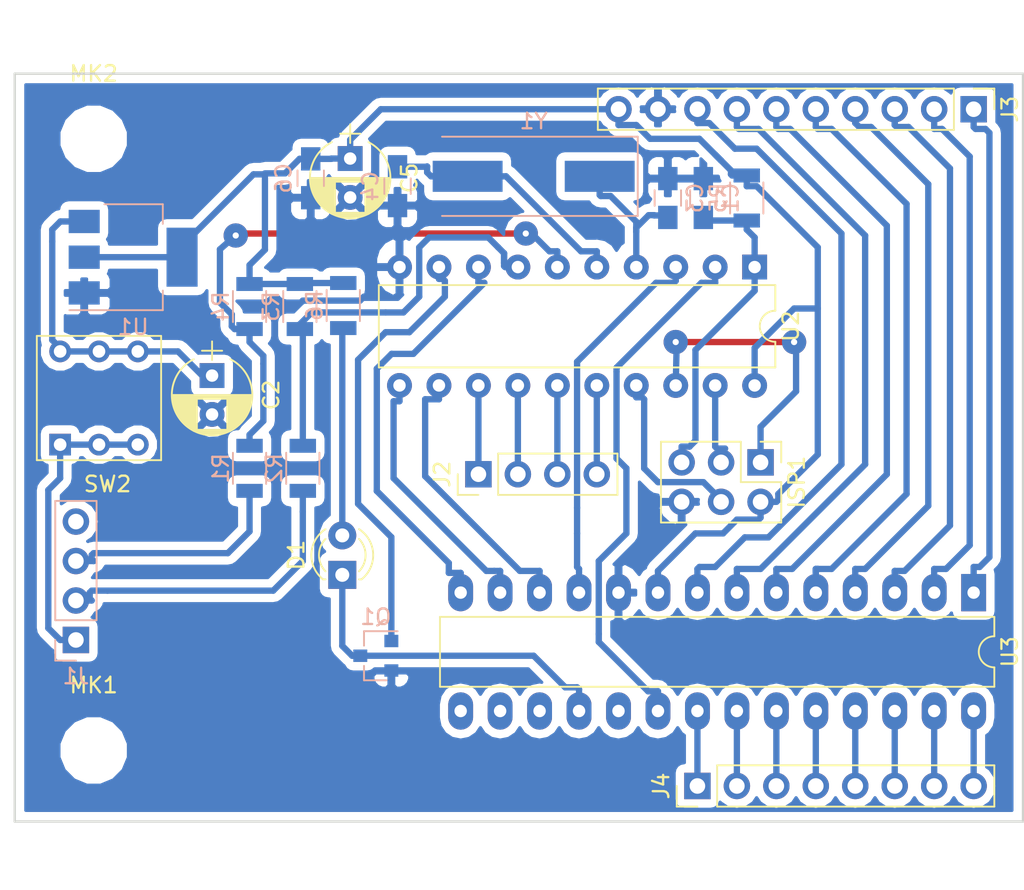
<source format=kicad_pcb>
(kicad_pcb (version 20171130) (host pcbnew 5.0-dev-unknown-dd04bcb~61~ubuntu16.04.1)

  (general
    (thickness 1.6)
    (drawings 11)
    (tracks 341)
    (zones 0)
    (modules 26)
    (nets 44)
  )

  (page A4 portrait)
  (layers
    (0 F.Cu mixed)
    (31 B.Cu signal)
    (32 B.Adhes user)
    (33 F.Adhes user)
    (34 B.Paste user)
    (35 F.Paste user)
    (36 B.SilkS user)
    (37 F.SilkS user)
    (38 B.Mask user)
    (39 F.Mask user)
    (40 Dwgs.User user)
    (41 Cmts.User user)
    (42 Eco1.User user)
    (43 Eco2.User user)
    (44 Edge.Cuts user)
    (45 Margin user)
    (46 B.CrtYd user)
    (47 F.CrtYd user)
    (48 B.Fab user)
    (49 F.Fab user)
  )

  (setup
    (last_trace_width 0.25)
    (user_trace_width 0.4064)
    (trace_clearance 0.2)
    (zone_clearance 0.535)
    (zone_45_only no)
    (trace_min 0.2)
    (segment_width 0.2)
    (edge_width 0.15)
    (via_size 0.8)
    (via_drill 0.4)
    (via_min_size 0.4)
    (via_min_drill 0.3)
    (uvia_size 0.3)
    (uvia_drill 0.1)
    (uvias_allowed no)
    (uvia_min_size 0.2)
    (uvia_min_drill 0.1)
    (pcb_text_width 0.3)
    (pcb_text_size 1.5 1.5)
    (mod_edge_width 0.15)
    (mod_text_size 1 1)
    (mod_text_width 0.15)
    (pad_size 1.524 1.524)
    (pad_drill 0.762)
    (pad_to_mask_clearance 0.2)
    (aux_axis_origin 0 0)
    (visible_elements FFFFFF7F)
    (pcbplotparams
      (layerselection 0x00000_fffffffe)
      (usegerberextensions false)
      (usegerberattributes false)
      (usegerberadvancedattributes false)
      (creategerberjobfile false)
      (excludeedgelayer false)
      (linewidth 0.100000)
      (plotframeref false)
      (viasonmask false)
      (mode 1)
      (useauxorigin false)
      (hpglpennumber 1)
      (hpglpenspeed 20)
      (hpglpendiameter 15)
      (psnegative true)
      (psa4output false)
      (plotreference true)
      (plotvalue true)
      (plotinvisibletext false)
      (padsonsilk false)
      (subtractmaskfromsilk false)
      (outputformat 5)
      (mirror false)
      (drillshape 1)
      (scaleselection 1)
      (outputdirectory svg/))
  )

  (net 0 "")
  (net 1 GND)
  (net 2 /RST)
  (net 3 "Net-(C2-Pad1)")
  (net 4 "Net-(C3-Pad1)")
  (net 5 "Net-(C4-Pad1)")
  (net 6 VCC)
  (net 7 /MOSI)
  (net 8 /SCK)
  (net 9 /MISO)
  (net 10 "Net-(D1-Pad2)")
  (net 11 "Net-(D1-Pad1)")
  (net 12 "Net-(J1-Pad3)")
  (net 13 "Net-(J1-Pad2)")
  (net 14 "Net-(J1-Pad1)")
  (net 15 "Net-(J2-Pad4)")
  (net 16 "Net-(J2-Pad3)")
  (net 17 "Net-(J2-Pad2)")
  (net 18 "Net-(J2-Pad1)")
  (net 19 "Net-(J3-Pad1)")
  (net 20 "Net-(J3-Pad2)")
  (net 21 "Net-(J3-Pad3)")
  (net 22 "Net-(J3-Pad4)")
  (net 23 "Net-(J3-Pad5)")
  (net 24 "Net-(J3-Pad6)")
  (net 25 "Net-(J3-Pad7)")
  (net 26 "Net-(J3-Pad8)")
  (net 27 "Net-(J4-Pad8)")
  (net 28 "Net-(J4-Pad7)")
  (net 29 "Net-(J4-Pad6)")
  (net 30 "Net-(J4-Pad5)")
  (net 31 "Net-(J4-Pad4)")
  (net 32 "Net-(J4-Pad3)")
  (net 33 "Net-(J4-Pad2)")
  (net 34 "Net-(J4-Pad1)")
  (net 35 /D+)
  (net 36 /D-)
  (net 37 /INTA)
  (net 38 /LED)
  (net 39 /DATA_IN)
  (net 40 /DATA_SCK)
  (net 41 /DATA_OUT)
  (net 42 "Net-(J1-Pad4)")
  (net 43 /DATA_CS)

  (net_class Default "This is the default net class."
    (clearance 0.2)
    (trace_width 0.25)
    (via_dia 0.8)
    (via_drill 0.4)
    (uvia_dia 0.3)
    (uvia_drill 0.1)
    (add_net /DATA_CS)
    (add_net /DATA_IN)
    (add_net /DATA_OUT)
    (add_net /DATA_SCK)
    (add_net /LED)
    (add_net "Net-(J1-Pad4)")
  )

  (net_class signal ""
    (clearance 0.2)
    (trace_width 0.4064)
    (via_dia 1.562)
    (via_drill 0.4)
    (uvia_dia 0.3)
    (uvia_drill 0.1)
    (add_net /D+)
    (add_net /D-)
    (add_net /INTA)
    (add_net /MISO)
    (add_net /MOSI)
    (add_net /RST)
    (add_net /SCK)
    (add_net GND)
    (add_net "Net-(C2-Pad1)")
    (add_net "Net-(C3-Pad1)")
    (add_net "Net-(C4-Pad1)")
    (add_net "Net-(D1-Pad1)")
    (add_net "Net-(D1-Pad2)")
    (add_net "Net-(J1-Pad1)")
    (add_net "Net-(J1-Pad2)")
    (add_net "Net-(J1-Pad3)")
    (add_net "Net-(J2-Pad1)")
    (add_net "Net-(J2-Pad2)")
    (add_net "Net-(J2-Pad3)")
    (add_net "Net-(J2-Pad4)")
    (add_net "Net-(J3-Pad1)")
    (add_net "Net-(J3-Pad2)")
    (add_net "Net-(J3-Pad3)")
    (add_net "Net-(J3-Pad4)")
    (add_net "Net-(J3-Pad5)")
    (add_net "Net-(J3-Pad6)")
    (add_net "Net-(J3-Pad7)")
    (add_net "Net-(J3-Pad8)")
    (add_net "Net-(J4-Pad1)")
    (add_net "Net-(J4-Pad2)")
    (add_net "Net-(J4-Pad3)")
    (add_net "Net-(J4-Pad4)")
    (add_net "Net-(J4-Pad5)")
    (add_net "Net-(J4-Pad6)")
    (add_net "Net-(J4-Pad7)")
    (add_net "Net-(J4-Pad8)")
    (add_net VCC)
  )

  (module Socket_Strips:Socket_Strip_Straight_1x08_Pitch2.54mm (layer F.Cu) (tedit 58CD5446) (tstamp 5A4183BA)
    (at 74.422 65.786 90)
    (descr "Through hole straight socket strip, 1x08, 2.54mm pitch, single row")
    (tags "Through hole socket strip THT 1x08 2.54mm single row")
    (path /5A4240DB)
    (fp_text reference J4 (at 0 -2.33 90) (layer F.SilkS)
      (effects (font (size 1 1) (thickness 0.15)))
    )
    (fp_text value "PORT A" (at 0 20.11 90) (layer F.Fab)
      (effects (font (size 1 1) (thickness 0.15)))
    )
    (fp_line (start -1.27 -1.27) (end -1.27 19.05) (layer F.Fab) (width 0.1))
    (fp_line (start -1.27 19.05) (end 1.27 19.05) (layer F.Fab) (width 0.1))
    (fp_line (start 1.27 19.05) (end 1.27 -1.27) (layer F.Fab) (width 0.1))
    (fp_line (start 1.27 -1.27) (end -1.27 -1.27) (layer F.Fab) (width 0.1))
    (fp_line (start -1.33 1.27) (end -1.33 19.11) (layer F.SilkS) (width 0.12))
    (fp_line (start -1.33 19.11) (end 1.33 19.11) (layer F.SilkS) (width 0.12))
    (fp_line (start 1.33 19.11) (end 1.33 1.27) (layer F.SilkS) (width 0.12))
    (fp_line (start 1.33 1.27) (end -1.33 1.27) (layer F.SilkS) (width 0.12))
    (fp_line (start -1.33 0) (end -1.33 -1.33) (layer F.SilkS) (width 0.12))
    (fp_line (start -1.33 -1.33) (end 0 -1.33) (layer F.SilkS) (width 0.12))
    (fp_line (start -1.8 -1.8) (end -1.8 19.55) (layer F.CrtYd) (width 0.05))
    (fp_line (start -1.8 19.55) (end 1.8 19.55) (layer F.CrtYd) (width 0.05))
    (fp_line (start 1.8 19.55) (end 1.8 -1.8) (layer F.CrtYd) (width 0.05))
    (fp_line (start 1.8 -1.8) (end -1.8 -1.8) (layer F.CrtYd) (width 0.05))
    (fp_text user %R (at 0 -2.33 90) (layer F.Fab)
      (effects (font (size 1 1) (thickness 0.15)))
    )
    (pad 1 thru_hole rect (at 0 0 90) (size 1.7 1.7) (drill 1) (layers *.Cu *.Mask)
      (net 34 "Net-(J4-Pad1)"))
    (pad 2 thru_hole oval (at 0 2.54 90) (size 1.7 1.7) (drill 1) (layers *.Cu *.Mask)
      (net 33 "Net-(J4-Pad2)"))
    (pad 3 thru_hole oval (at 0 5.08 90) (size 1.7 1.7) (drill 1) (layers *.Cu *.Mask)
      (net 32 "Net-(J4-Pad3)"))
    (pad 4 thru_hole oval (at 0 7.62 90) (size 1.7 1.7) (drill 1) (layers *.Cu *.Mask)
      (net 31 "Net-(J4-Pad4)"))
    (pad 5 thru_hole oval (at 0 10.16 90) (size 1.7 1.7) (drill 1) (layers *.Cu *.Mask)
      (net 30 "Net-(J4-Pad5)"))
    (pad 6 thru_hole oval (at 0 12.7 90) (size 1.7 1.7) (drill 1) (layers *.Cu *.Mask)
      (net 29 "Net-(J4-Pad6)"))
    (pad 7 thru_hole oval (at 0 15.24 90) (size 1.7 1.7) (drill 1) (layers *.Cu *.Mask)
      (net 28 "Net-(J4-Pad7)"))
    (pad 8 thru_hole oval (at 0 17.78 90) (size 1.7 1.7) (drill 1) (layers *.Cu *.Mask)
      (net 27 "Net-(J4-Pad8)"))
    (model ${KISYS3DMOD}/Socket_Strips.3dshapes/Socket_Strip_Straight_1x08_Pitch2.54mm.wrl
      (offset (xyz 0 -8.889999866485596 0))
      (scale (xyz 1 1 1))
      (rotate (xyz 0 0 270))
    )
  )

  (module Capacitors_SMD:C_0805_HandSoldering (layer B.Cu) (tedit 58AA84A8) (tstamp 5A4181E9)
    (at 74.803 27.94 90)
    (descr "Capacitor SMD 0805, hand soldering")
    (tags "capacitor 0805")
    (path /5A3E918A)
    (attr smd)
    (fp_text reference C1 (at 0 1.75 90) (layer B.SilkS)
      (effects (font (size 1 1) (thickness 0.15)) (justify mirror))
    )
    (fp_text value 100n (at 0 -1.75 90) (layer B.Fab)
      (effects (font (size 1 1) (thickness 0.15)) (justify mirror))
    )
    (fp_text user %R (at 0 1.75 90) (layer B.Fab)
      (effects (font (size 1 1) (thickness 0.15)) (justify mirror))
    )
    (fp_line (start -1 -0.62) (end -1 0.62) (layer B.Fab) (width 0.1))
    (fp_line (start 1 -0.62) (end -1 -0.62) (layer B.Fab) (width 0.1))
    (fp_line (start 1 0.62) (end 1 -0.62) (layer B.Fab) (width 0.1))
    (fp_line (start -1 0.62) (end 1 0.62) (layer B.Fab) (width 0.1))
    (fp_line (start 0.5 0.85) (end -0.5 0.85) (layer B.SilkS) (width 0.12))
    (fp_line (start -0.5 -0.85) (end 0.5 -0.85) (layer B.SilkS) (width 0.12))
    (fp_line (start -2.25 0.88) (end 2.25 0.88) (layer B.CrtYd) (width 0.05))
    (fp_line (start -2.25 0.88) (end -2.25 -0.87) (layer B.CrtYd) (width 0.05))
    (fp_line (start 2.25 -0.87) (end 2.25 0.88) (layer B.CrtYd) (width 0.05))
    (fp_line (start 2.25 -0.87) (end -2.25 -0.87) (layer B.CrtYd) (width 0.05))
    (pad 1 smd rect (at -1.25 0 90) (size 1.5 1.25) (layers B.Cu B.Paste B.Mask)
      (net 2 /RST))
    (pad 2 smd rect (at 1.25 0 90) (size 1.5 1.25) (layers B.Cu B.Paste B.Mask)
      (net 1 GND))
    (model Capacitors_SMD.3dshapes/C_0805.wrl
      (at (xyz 0 0 0))
      (scale (xyz 1 1 1))
      (rotate (xyz 0 0 0))
    )
  )

  (module Capacitors_THT:CP_Radial_D5.0mm_P2.50mm (layer F.Cu) (tedit 597BC7C2) (tstamp 5A41826E)
    (at 43.18 39.37 270)
    (descr "CP, Radial series, Radial, pin pitch=2.50mm, , diameter=5mm, Electrolytic Capacitor")
    (tags "CP Radial series Radial pin pitch 2.50mm  diameter 5mm Electrolytic Capacitor")
    (path /5A3E5D76)
    (fp_text reference C2 (at 1.25 -3.81 270) (layer F.SilkS)
      (effects (font (size 1 1) (thickness 0.15)))
    )
    (fp_text value 10µ (at 1.25 3.81 270) (layer F.Fab)
      (effects (font (size 1 1) (thickness 0.15)))
    )
    (fp_text user %R (at 1.25 0 270) (layer F.Fab)
      (effects (font (size 1 1) (thickness 0.15)))
    )
    (fp_line (start 4.1 -2.85) (end -1.6 -2.85) (layer F.CrtYd) (width 0.05))
    (fp_line (start 4.1 2.85) (end 4.1 -2.85) (layer F.CrtYd) (width 0.05))
    (fp_line (start -1.6 2.85) (end 4.1 2.85) (layer F.CrtYd) (width 0.05))
    (fp_line (start -1.6 -2.85) (end -1.6 2.85) (layer F.CrtYd) (width 0.05))
    (fp_line (start -1.6 -0.65) (end -1.6 0.65) (layer F.SilkS) (width 0.12))
    (fp_line (start -2.2 0) (end -1 0) (layer F.SilkS) (width 0.12))
    (fp_line (start 3.811 -0.354) (end 3.811 0.354) (layer F.SilkS) (width 0.12))
    (fp_line (start 3.771 -0.559) (end 3.771 0.559) (layer F.SilkS) (width 0.12))
    (fp_line (start 3.731 -0.707) (end 3.731 0.707) (layer F.SilkS) (width 0.12))
    (fp_line (start 3.691 -0.829) (end 3.691 0.829) (layer F.SilkS) (width 0.12))
    (fp_line (start 3.651 -0.934) (end 3.651 0.934) (layer F.SilkS) (width 0.12))
    (fp_line (start 3.611 -1.028) (end 3.611 1.028) (layer F.SilkS) (width 0.12))
    (fp_line (start 3.571 -1.112) (end 3.571 1.112) (layer F.SilkS) (width 0.12))
    (fp_line (start 3.531 -1.189) (end 3.531 1.189) (layer F.SilkS) (width 0.12))
    (fp_line (start 3.491 -1.261) (end 3.491 1.261) (layer F.SilkS) (width 0.12))
    (fp_line (start 3.451 0.98) (end 3.451 1.327) (layer F.SilkS) (width 0.12))
    (fp_line (start 3.451 -1.327) (end 3.451 -0.98) (layer F.SilkS) (width 0.12))
    (fp_line (start 3.411 0.98) (end 3.411 1.39) (layer F.SilkS) (width 0.12))
    (fp_line (start 3.411 -1.39) (end 3.411 -0.98) (layer F.SilkS) (width 0.12))
    (fp_line (start 3.371 0.98) (end 3.371 1.448) (layer F.SilkS) (width 0.12))
    (fp_line (start 3.371 -1.448) (end 3.371 -0.98) (layer F.SilkS) (width 0.12))
    (fp_line (start 3.331 0.98) (end 3.331 1.504) (layer F.SilkS) (width 0.12))
    (fp_line (start 3.331 -1.504) (end 3.331 -0.98) (layer F.SilkS) (width 0.12))
    (fp_line (start 3.291 0.98) (end 3.291 1.556) (layer F.SilkS) (width 0.12))
    (fp_line (start 3.291 -1.556) (end 3.291 -0.98) (layer F.SilkS) (width 0.12))
    (fp_line (start 3.251 0.98) (end 3.251 1.606) (layer F.SilkS) (width 0.12))
    (fp_line (start 3.251 -1.606) (end 3.251 -0.98) (layer F.SilkS) (width 0.12))
    (fp_line (start 3.211 0.98) (end 3.211 1.654) (layer F.SilkS) (width 0.12))
    (fp_line (start 3.211 -1.654) (end 3.211 -0.98) (layer F.SilkS) (width 0.12))
    (fp_line (start 3.171 0.98) (end 3.171 1.699) (layer F.SilkS) (width 0.12))
    (fp_line (start 3.171 -1.699) (end 3.171 -0.98) (layer F.SilkS) (width 0.12))
    (fp_line (start 3.131 0.98) (end 3.131 1.742) (layer F.SilkS) (width 0.12))
    (fp_line (start 3.131 -1.742) (end 3.131 -0.98) (layer F.SilkS) (width 0.12))
    (fp_line (start 3.091 0.98) (end 3.091 1.783) (layer F.SilkS) (width 0.12))
    (fp_line (start 3.091 -1.783) (end 3.091 -0.98) (layer F.SilkS) (width 0.12))
    (fp_line (start 3.051 0.98) (end 3.051 1.823) (layer F.SilkS) (width 0.12))
    (fp_line (start 3.051 -1.823) (end 3.051 -0.98) (layer F.SilkS) (width 0.12))
    (fp_line (start 3.011 0.98) (end 3.011 1.861) (layer F.SilkS) (width 0.12))
    (fp_line (start 3.011 -1.861) (end 3.011 -0.98) (layer F.SilkS) (width 0.12))
    (fp_line (start 2.971 0.98) (end 2.971 1.897) (layer F.SilkS) (width 0.12))
    (fp_line (start 2.971 -1.897) (end 2.971 -0.98) (layer F.SilkS) (width 0.12))
    (fp_line (start 2.931 0.98) (end 2.931 1.932) (layer F.SilkS) (width 0.12))
    (fp_line (start 2.931 -1.932) (end 2.931 -0.98) (layer F.SilkS) (width 0.12))
    (fp_line (start 2.891 0.98) (end 2.891 1.965) (layer F.SilkS) (width 0.12))
    (fp_line (start 2.891 -1.965) (end 2.891 -0.98) (layer F.SilkS) (width 0.12))
    (fp_line (start 2.851 0.98) (end 2.851 1.997) (layer F.SilkS) (width 0.12))
    (fp_line (start 2.851 -1.997) (end 2.851 -0.98) (layer F.SilkS) (width 0.12))
    (fp_line (start 2.811 0.98) (end 2.811 2.028) (layer F.SilkS) (width 0.12))
    (fp_line (start 2.811 -2.028) (end 2.811 -0.98) (layer F.SilkS) (width 0.12))
    (fp_line (start 2.771 0.98) (end 2.771 2.058) (layer F.SilkS) (width 0.12))
    (fp_line (start 2.771 -2.058) (end 2.771 -0.98) (layer F.SilkS) (width 0.12))
    (fp_line (start 2.731 0.98) (end 2.731 2.086) (layer F.SilkS) (width 0.12))
    (fp_line (start 2.731 -2.086) (end 2.731 -0.98) (layer F.SilkS) (width 0.12))
    (fp_line (start 2.691 0.98) (end 2.691 2.113) (layer F.SilkS) (width 0.12))
    (fp_line (start 2.691 -2.113) (end 2.691 -0.98) (layer F.SilkS) (width 0.12))
    (fp_line (start 2.651 0.98) (end 2.651 2.14) (layer F.SilkS) (width 0.12))
    (fp_line (start 2.651 -2.14) (end 2.651 -0.98) (layer F.SilkS) (width 0.12))
    (fp_line (start 2.611 0.98) (end 2.611 2.165) (layer F.SilkS) (width 0.12))
    (fp_line (start 2.611 -2.165) (end 2.611 -0.98) (layer F.SilkS) (width 0.12))
    (fp_line (start 2.571 0.98) (end 2.571 2.189) (layer F.SilkS) (width 0.12))
    (fp_line (start 2.571 -2.189) (end 2.571 -0.98) (layer F.SilkS) (width 0.12))
    (fp_line (start 2.531 0.98) (end 2.531 2.212) (layer F.SilkS) (width 0.12))
    (fp_line (start 2.531 -2.212) (end 2.531 -0.98) (layer F.SilkS) (width 0.12))
    (fp_line (start 2.491 0.98) (end 2.491 2.234) (layer F.SilkS) (width 0.12))
    (fp_line (start 2.491 -2.234) (end 2.491 -0.98) (layer F.SilkS) (width 0.12))
    (fp_line (start 2.451 0.98) (end 2.451 2.256) (layer F.SilkS) (width 0.12))
    (fp_line (start 2.451 -2.256) (end 2.451 -0.98) (layer F.SilkS) (width 0.12))
    (fp_line (start 2.411 0.98) (end 2.411 2.276) (layer F.SilkS) (width 0.12))
    (fp_line (start 2.411 -2.276) (end 2.411 -0.98) (layer F.SilkS) (width 0.12))
    (fp_line (start 2.371 0.98) (end 2.371 2.296) (layer F.SilkS) (width 0.12))
    (fp_line (start 2.371 -2.296) (end 2.371 -0.98) (layer F.SilkS) (width 0.12))
    (fp_line (start 2.331 0.98) (end 2.331 2.315) (layer F.SilkS) (width 0.12))
    (fp_line (start 2.331 -2.315) (end 2.331 -0.98) (layer F.SilkS) (width 0.12))
    (fp_line (start 2.291 0.98) (end 2.291 2.333) (layer F.SilkS) (width 0.12))
    (fp_line (start 2.291 -2.333) (end 2.291 -0.98) (layer F.SilkS) (width 0.12))
    (fp_line (start 2.251 0.98) (end 2.251 2.35) (layer F.SilkS) (width 0.12))
    (fp_line (start 2.251 -2.35) (end 2.251 -0.98) (layer F.SilkS) (width 0.12))
    (fp_line (start 2.211 0.98) (end 2.211 2.366) (layer F.SilkS) (width 0.12))
    (fp_line (start 2.211 -2.366) (end 2.211 -0.98) (layer F.SilkS) (width 0.12))
    (fp_line (start 2.171 0.98) (end 2.171 2.382) (layer F.SilkS) (width 0.12))
    (fp_line (start 2.171 -2.382) (end 2.171 -0.98) (layer F.SilkS) (width 0.12))
    (fp_line (start 2.131 0.98) (end 2.131 2.396) (layer F.SilkS) (width 0.12))
    (fp_line (start 2.131 -2.396) (end 2.131 -0.98) (layer F.SilkS) (width 0.12))
    (fp_line (start 2.091 0.98) (end 2.091 2.41) (layer F.SilkS) (width 0.12))
    (fp_line (start 2.091 -2.41) (end 2.091 -0.98) (layer F.SilkS) (width 0.12))
    (fp_line (start 2.051 0.98) (end 2.051 2.424) (layer F.SilkS) (width 0.12))
    (fp_line (start 2.051 -2.424) (end 2.051 -0.98) (layer F.SilkS) (width 0.12))
    (fp_line (start 2.011 0.98) (end 2.011 2.436) (layer F.SilkS) (width 0.12))
    (fp_line (start 2.011 -2.436) (end 2.011 -0.98) (layer F.SilkS) (width 0.12))
    (fp_line (start 1.971 0.98) (end 1.971 2.448) (layer F.SilkS) (width 0.12))
    (fp_line (start 1.971 -2.448) (end 1.971 -0.98) (layer F.SilkS) (width 0.12))
    (fp_line (start 1.93 0.98) (end 1.93 2.46) (layer F.SilkS) (width 0.12))
    (fp_line (start 1.93 -2.46) (end 1.93 -0.98) (layer F.SilkS) (width 0.12))
    (fp_line (start 1.89 0.98) (end 1.89 2.47) (layer F.SilkS) (width 0.12))
    (fp_line (start 1.89 -2.47) (end 1.89 -0.98) (layer F.SilkS) (width 0.12))
    (fp_line (start 1.85 0.98) (end 1.85 2.48) (layer F.SilkS) (width 0.12))
    (fp_line (start 1.85 -2.48) (end 1.85 -0.98) (layer F.SilkS) (width 0.12))
    (fp_line (start 1.81 0.98) (end 1.81 2.489) (layer F.SilkS) (width 0.12))
    (fp_line (start 1.81 -2.489) (end 1.81 -0.98) (layer F.SilkS) (width 0.12))
    (fp_line (start 1.77 0.98) (end 1.77 2.498) (layer F.SilkS) (width 0.12))
    (fp_line (start 1.77 -2.498) (end 1.77 -0.98) (layer F.SilkS) (width 0.12))
    (fp_line (start 1.73 0.98) (end 1.73 2.506) (layer F.SilkS) (width 0.12))
    (fp_line (start 1.73 -2.506) (end 1.73 -0.98) (layer F.SilkS) (width 0.12))
    (fp_line (start 1.69 0.98) (end 1.69 2.513) (layer F.SilkS) (width 0.12))
    (fp_line (start 1.69 -2.513) (end 1.69 -0.98) (layer F.SilkS) (width 0.12))
    (fp_line (start 1.65 0.98) (end 1.65 2.519) (layer F.SilkS) (width 0.12))
    (fp_line (start 1.65 -2.519) (end 1.65 -0.98) (layer F.SilkS) (width 0.12))
    (fp_line (start 1.61 0.98) (end 1.61 2.525) (layer F.SilkS) (width 0.12))
    (fp_line (start 1.61 -2.525) (end 1.61 -0.98) (layer F.SilkS) (width 0.12))
    (fp_line (start 1.57 0.98) (end 1.57 2.531) (layer F.SilkS) (width 0.12))
    (fp_line (start 1.57 -2.531) (end 1.57 -0.98) (layer F.SilkS) (width 0.12))
    (fp_line (start 1.53 0.98) (end 1.53 2.535) (layer F.SilkS) (width 0.12))
    (fp_line (start 1.53 -2.535) (end 1.53 -0.98) (layer F.SilkS) (width 0.12))
    (fp_line (start 1.49 -2.539) (end 1.49 2.539) (layer F.SilkS) (width 0.12))
    (fp_line (start 1.45 -2.543) (end 1.45 2.543) (layer F.SilkS) (width 0.12))
    (fp_line (start 1.41 -2.546) (end 1.41 2.546) (layer F.SilkS) (width 0.12))
    (fp_line (start 1.37 -2.548) (end 1.37 2.548) (layer F.SilkS) (width 0.12))
    (fp_line (start 1.33 -2.549) (end 1.33 2.549) (layer F.SilkS) (width 0.12))
    (fp_line (start 1.29 -2.55) (end 1.29 2.55) (layer F.SilkS) (width 0.12))
    (fp_line (start 1.25 -2.55) (end 1.25 2.55) (layer F.SilkS) (width 0.12))
    (fp_line (start -1.6 -0.65) (end -1.6 0.65) (layer F.Fab) (width 0.1))
    (fp_line (start -2.2 0) (end -1 0) (layer F.Fab) (width 0.1))
    (fp_circle (center 1.25 0) (end 3.75 0) (layer F.Fab) (width 0.1))
    (fp_arc (start 1.25 0) (end 3.55558 -1.18) (angle 54.2) (layer F.SilkS) (width 0.12))
    (fp_arc (start 1.25 0) (end -1.05558 1.18) (angle -125.8) (layer F.SilkS) (width 0.12))
    (fp_arc (start 1.25 0) (end -1.05558 -1.18) (angle 125.8) (layer F.SilkS) (width 0.12))
    (pad 2 thru_hole circle (at 2.5 0 270) (size 1.6 1.6) (drill 0.8) (layers *.Cu *.Mask)
      (net 1 GND))
    (pad 1 thru_hole rect (at 0 0 270) (size 1.6 1.6) (drill 0.8) (layers *.Cu *.Mask)
      (net 3 "Net-(C2-Pad1)"))
    (model ${KISYS3DMOD}/Capacitors_THT.3dshapes/CP_Radial_D5.0mm_P2.50mm.wrl
      (at (xyz 0 0 0))
      (scale (xyz 1 1 1))
      (rotate (xyz 0 0 0))
    )
  )

  (module Capacitors_SMD:C_0805_HandSoldering (layer B.Cu) (tedit 58AA84A8) (tstamp 5A41827F)
    (at 72.517 27.94 90)
    (descr "Capacitor SMD 0805, hand soldering")
    (tags "capacitor 0805")
    (path /5A3E586E)
    (attr smd)
    (fp_text reference C3 (at 0 1.75 90) (layer B.SilkS)
      (effects (font (size 1 1) (thickness 0.15)) (justify mirror))
    )
    (fp_text value 27pf (at 0 -1.75 90) (layer B.Fab)
      (effects (font (size 1 1) (thickness 0.15)) (justify mirror))
    )
    (fp_line (start 2.25 -0.87) (end -2.25 -0.87) (layer B.CrtYd) (width 0.05))
    (fp_line (start 2.25 -0.87) (end 2.25 0.88) (layer B.CrtYd) (width 0.05))
    (fp_line (start -2.25 0.88) (end -2.25 -0.87) (layer B.CrtYd) (width 0.05))
    (fp_line (start -2.25 0.88) (end 2.25 0.88) (layer B.CrtYd) (width 0.05))
    (fp_line (start -0.5 -0.85) (end 0.5 -0.85) (layer B.SilkS) (width 0.12))
    (fp_line (start 0.5 0.85) (end -0.5 0.85) (layer B.SilkS) (width 0.12))
    (fp_line (start -1 0.62) (end 1 0.62) (layer B.Fab) (width 0.1))
    (fp_line (start 1 0.62) (end 1 -0.62) (layer B.Fab) (width 0.1))
    (fp_line (start 1 -0.62) (end -1 -0.62) (layer B.Fab) (width 0.1))
    (fp_line (start -1 -0.62) (end -1 0.62) (layer B.Fab) (width 0.1))
    (fp_text user %R (at 0 1.75 90) (layer B.Fab)
      (effects (font (size 1 1) (thickness 0.15)) (justify mirror))
    )
    (pad 2 smd rect (at 1.25 0 90) (size 1.5 1.25) (layers B.Cu B.Paste B.Mask)
      (net 1 GND))
    (pad 1 smd rect (at -1.25 0 90) (size 1.5 1.25) (layers B.Cu B.Paste B.Mask)
      (net 4 "Net-(C3-Pad1)"))
    (model Capacitors_SMD.3dshapes/C_0805.wrl
      (at (xyz 0 0 0))
      (scale (xyz 1 1 1))
      (rotate (xyz 0 0 0))
    )
  )

  (module Capacitors_SMD:C_0805_HandSoldering (layer B.Cu) (tedit 58AA84A8) (tstamp 5A418290)
    (at 55.118 27.178 270)
    (descr "Capacitor SMD 0805, hand soldering")
    (tags "capacitor 0805")
    (path /5A3E590E)
    (attr smd)
    (fp_text reference C4 (at 0 1.75 270) (layer B.SilkS)
      (effects (font (size 1 1) (thickness 0.15)) (justify mirror))
    )
    (fp_text value 27pf (at 0 -1.75 270) (layer B.Fab)
      (effects (font (size 1 1) (thickness 0.15)) (justify mirror))
    )
    (fp_text user %R (at 0 1.75 270) (layer B.Fab)
      (effects (font (size 1 1) (thickness 0.15)) (justify mirror))
    )
    (fp_line (start -1 -0.62) (end -1 0.62) (layer B.Fab) (width 0.1))
    (fp_line (start 1 -0.62) (end -1 -0.62) (layer B.Fab) (width 0.1))
    (fp_line (start 1 0.62) (end 1 -0.62) (layer B.Fab) (width 0.1))
    (fp_line (start -1 0.62) (end 1 0.62) (layer B.Fab) (width 0.1))
    (fp_line (start 0.5 0.85) (end -0.5 0.85) (layer B.SilkS) (width 0.12))
    (fp_line (start -0.5 -0.85) (end 0.5 -0.85) (layer B.SilkS) (width 0.12))
    (fp_line (start -2.25 0.88) (end 2.25 0.88) (layer B.CrtYd) (width 0.05))
    (fp_line (start -2.25 0.88) (end -2.25 -0.87) (layer B.CrtYd) (width 0.05))
    (fp_line (start 2.25 -0.87) (end 2.25 0.88) (layer B.CrtYd) (width 0.05))
    (fp_line (start 2.25 -0.87) (end -2.25 -0.87) (layer B.CrtYd) (width 0.05))
    (pad 1 smd rect (at -1.25 0 270) (size 1.5 1.25) (layers B.Cu B.Paste B.Mask)
      (net 5 "Net-(C4-Pad1)"))
    (pad 2 smd rect (at 1.25 0 270) (size 1.5 1.25) (layers B.Cu B.Paste B.Mask)
      (net 1 GND))
    (model Capacitors_SMD.3dshapes/C_0805.wrl
      (at (xyz 0 0 0))
      (scale (xyz 1 1 1))
      (rotate (xyz 0 0 0))
    )
  )

  (module Capacitors_THT:CP_Radial_D5.0mm_P2.50mm (layer F.Cu) (tedit 597BC7C2) (tstamp 5A418315)
    (at 52.07 25.4 270)
    (descr "CP, Radial series, Radial, pin pitch=2.50mm, , diameter=5mm, Electrolytic Capacitor")
    (tags "CP Radial series Radial pin pitch 2.50mm  diameter 5mm Electrolytic Capacitor")
    (path /5A3E5F04)
    (fp_text reference C5 (at 1.25 -3.81 270) (layer F.SilkS)
      (effects (font (size 1 1) (thickness 0.15)))
    )
    (fp_text value 10µ (at 1.25 3.81 270) (layer F.Fab)
      (effects (font (size 1 1) (thickness 0.15)))
    )
    (fp_arc (start 1.25 0) (end -1.05558 -1.18) (angle 125.8) (layer F.SilkS) (width 0.12))
    (fp_arc (start 1.25 0) (end -1.05558 1.18) (angle -125.8) (layer F.SilkS) (width 0.12))
    (fp_arc (start 1.25 0) (end 3.55558 -1.18) (angle 54.2) (layer F.SilkS) (width 0.12))
    (fp_circle (center 1.25 0) (end 3.75 0) (layer F.Fab) (width 0.1))
    (fp_line (start -2.2 0) (end -1 0) (layer F.Fab) (width 0.1))
    (fp_line (start -1.6 -0.65) (end -1.6 0.65) (layer F.Fab) (width 0.1))
    (fp_line (start 1.25 -2.55) (end 1.25 2.55) (layer F.SilkS) (width 0.12))
    (fp_line (start 1.29 -2.55) (end 1.29 2.55) (layer F.SilkS) (width 0.12))
    (fp_line (start 1.33 -2.549) (end 1.33 2.549) (layer F.SilkS) (width 0.12))
    (fp_line (start 1.37 -2.548) (end 1.37 2.548) (layer F.SilkS) (width 0.12))
    (fp_line (start 1.41 -2.546) (end 1.41 2.546) (layer F.SilkS) (width 0.12))
    (fp_line (start 1.45 -2.543) (end 1.45 2.543) (layer F.SilkS) (width 0.12))
    (fp_line (start 1.49 -2.539) (end 1.49 2.539) (layer F.SilkS) (width 0.12))
    (fp_line (start 1.53 -2.535) (end 1.53 -0.98) (layer F.SilkS) (width 0.12))
    (fp_line (start 1.53 0.98) (end 1.53 2.535) (layer F.SilkS) (width 0.12))
    (fp_line (start 1.57 -2.531) (end 1.57 -0.98) (layer F.SilkS) (width 0.12))
    (fp_line (start 1.57 0.98) (end 1.57 2.531) (layer F.SilkS) (width 0.12))
    (fp_line (start 1.61 -2.525) (end 1.61 -0.98) (layer F.SilkS) (width 0.12))
    (fp_line (start 1.61 0.98) (end 1.61 2.525) (layer F.SilkS) (width 0.12))
    (fp_line (start 1.65 -2.519) (end 1.65 -0.98) (layer F.SilkS) (width 0.12))
    (fp_line (start 1.65 0.98) (end 1.65 2.519) (layer F.SilkS) (width 0.12))
    (fp_line (start 1.69 -2.513) (end 1.69 -0.98) (layer F.SilkS) (width 0.12))
    (fp_line (start 1.69 0.98) (end 1.69 2.513) (layer F.SilkS) (width 0.12))
    (fp_line (start 1.73 -2.506) (end 1.73 -0.98) (layer F.SilkS) (width 0.12))
    (fp_line (start 1.73 0.98) (end 1.73 2.506) (layer F.SilkS) (width 0.12))
    (fp_line (start 1.77 -2.498) (end 1.77 -0.98) (layer F.SilkS) (width 0.12))
    (fp_line (start 1.77 0.98) (end 1.77 2.498) (layer F.SilkS) (width 0.12))
    (fp_line (start 1.81 -2.489) (end 1.81 -0.98) (layer F.SilkS) (width 0.12))
    (fp_line (start 1.81 0.98) (end 1.81 2.489) (layer F.SilkS) (width 0.12))
    (fp_line (start 1.85 -2.48) (end 1.85 -0.98) (layer F.SilkS) (width 0.12))
    (fp_line (start 1.85 0.98) (end 1.85 2.48) (layer F.SilkS) (width 0.12))
    (fp_line (start 1.89 -2.47) (end 1.89 -0.98) (layer F.SilkS) (width 0.12))
    (fp_line (start 1.89 0.98) (end 1.89 2.47) (layer F.SilkS) (width 0.12))
    (fp_line (start 1.93 -2.46) (end 1.93 -0.98) (layer F.SilkS) (width 0.12))
    (fp_line (start 1.93 0.98) (end 1.93 2.46) (layer F.SilkS) (width 0.12))
    (fp_line (start 1.971 -2.448) (end 1.971 -0.98) (layer F.SilkS) (width 0.12))
    (fp_line (start 1.971 0.98) (end 1.971 2.448) (layer F.SilkS) (width 0.12))
    (fp_line (start 2.011 -2.436) (end 2.011 -0.98) (layer F.SilkS) (width 0.12))
    (fp_line (start 2.011 0.98) (end 2.011 2.436) (layer F.SilkS) (width 0.12))
    (fp_line (start 2.051 -2.424) (end 2.051 -0.98) (layer F.SilkS) (width 0.12))
    (fp_line (start 2.051 0.98) (end 2.051 2.424) (layer F.SilkS) (width 0.12))
    (fp_line (start 2.091 -2.41) (end 2.091 -0.98) (layer F.SilkS) (width 0.12))
    (fp_line (start 2.091 0.98) (end 2.091 2.41) (layer F.SilkS) (width 0.12))
    (fp_line (start 2.131 -2.396) (end 2.131 -0.98) (layer F.SilkS) (width 0.12))
    (fp_line (start 2.131 0.98) (end 2.131 2.396) (layer F.SilkS) (width 0.12))
    (fp_line (start 2.171 -2.382) (end 2.171 -0.98) (layer F.SilkS) (width 0.12))
    (fp_line (start 2.171 0.98) (end 2.171 2.382) (layer F.SilkS) (width 0.12))
    (fp_line (start 2.211 -2.366) (end 2.211 -0.98) (layer F.SilkS) (width 0.12))
    (fp_line (start 2.211 0.98) (end 2.211 2.366) (layer F.SilkS) (width 0.12))
    (fp_line (start 2.251 -2.35) (end 2.251 -0.98) (layer F.SilkS) (width 0.12))
    (fp_line (start 2.251 0.98) (end 2.251 2.35) (layer F.SilkS) (width 0.12))
    (fp_line (start 2.291 -2.333) (end 2.291 -0.98) (layer F.SilkS) (width 0.12))
    (fp_line (start 2.291 0.98) (end 2.291 2.333) (layer F.SilkS) (width 0.12))
    (fp_line (start 2.331 -2.315) (end 2.331 -0.98) (layer F.SilkS) (width 0.12))
    (fp_line (start 2.331 0.98) (end 2.331 2.315) (layer F.SilkS) (width 0.12))
    (fp_line (start 2.371 -2.296) (end 2.371 -0.98) (layer F.SilkS) (width 0.12))
    (fp_line (start 2.371 0.98) (end 2.371 2.296) (layer F.SilkS) (width 0.12))
    (fp_line (start 2.411 -2.276) (end 2.411 -0.98) (layer F.SilkS) (width 0.12))
    (fp_line (start 2.411 0.98) (end 2.411 2.276) (layer F.SilkS) (width 0.12))
    (fp_line (start 2.451 -2.256) (end 2.451 -0.98) (layer F.SilkS) (width 0.12))
    (fp_line (start 2.451 0.98) (end 2.451 2.256) (layer F.SilkS) (width 0.12))
    (fp_line (start 2.491 -2.234) (end 2.491 -0.98) (layer F.SilkS) (width 0.12))
    (fp_line (start 2.491 0.98) (end 2.491 2.234) (layer F.SilkS) (width 0.12))
    (fp_line (start 2.531 -2.212) (end 2.531 -0.98) (layer F.SilkS) (width 0.12))
    (fp_line (start 2.531 0.98) (end 2.531 2.212) (layer F.SilkS) (width 0.12))
    (fp_line (start 2.571 -2.189) (end 2.571 -0.98) (layer F.SilkS) (width 0.12))
    (fp_line (start 2.571 0.98) (end 2.571 2.189) (layer F.SilkS) (width 0.12))
    (fp_line (start 2.611 -2.165) (end 2.611 -0.98) (layer F.SilkS) (width 0.12))
    (fp_line (start 2.611 0.98) (end 2.611 2.165) (layer F.SilkS) (width 0.12))
    (fp_line (start 2.651 -2.14) (end 2.651 -0.98) (layer F.SilkS) (width 0.12))
    (fp_line (start 2.651 0.98) (end 2.651 2.14) (layer F.SilkS) (width 0.12))
    (fp_line (start 2.691 -2.113) (end 2.691 -0.98) (layer F.SilkS) (width 0.12))
    (fp_line (start 2.691 0.98) (end 2.691 2.113) (layer F.SilkS) (width 0.12))
    (fp_line (start 2.731 -2.086) (end 2.731 -0.98) (layer F.SilkS) (width 0.12))
    (fp_line (start 2.731 0.98) (end 2.731 2.086) (layer F.SilkS) (width 0.12))
    (fp_line (start 2.771 -2.058) (end 2.771 -0.98) (layer F.SilkS) (width 0.12))
    (fp_line (start 2.771 0.98) (end 2.771 2.058) (layer F.SilkS) (width 0.12))
    (fp_line (start 2.811 -2.028) (end 2.811 -0.98) (layer F.SilkS) (width 0.12))
    (fp_line (start 2.811 0.98) (end 2.811 2.028) (layer F.SilkS) (width 0.12))
    (fp_line (start 2.851 -1.997) (end 2.851 -0.98) (layer F.SilkS) (width 0.12))
    (fp_line (start 2.851 0.98) (end 2.851 1.997) (layer F.SilkS) (width 0.12))
    (fp_line (start 2.891 -1.965) (end 2.891 -0.98) (layer F.SilkS) (width 0.12))
    (fp_line (start 2.891 0.98) (end 2.891 1.965) (layer F.SilkS) (width 0.12))
    (fp_line (start 2.931 -1.932) (end 2.931 -0.98) (layer F.SilkS) (width 0.12))
    (fp_line (start 2.931 0.98) (end 2.931 1.932) (layer F.SilkS) (width 0.12))
    (fp_line (start 2.971 -1.897) (end 2.971 -0.98) (layer F.SilkS) (width 0.12))
    (fp_line (start 2.971 0.98) (end 2.971 1.897) (layer F.SilkS) (width 0.12))
    (fp_line (start 3.011 -1.861) (end 3.011 -0.98) (layer F.SilkS) (width 0.12))
    (fp_line (start 3.011 0.98) (end 3.011 1.861) (layer F.SilkS) (width 0.12))
    (fp_line (start 3.051 -1.823) (end 3.051 -0.98) (layer F.SilkS) (width 0.12))
    (fp_line (start 3.051 0.98) (end 3.051 1.823) (layer F.SilkS) (width 0.12))
    (fp_line (start 3.091 -1.783) (end 3.091 -0.98) (layer F.SilkS) (width 0.12))
    (fp_line (start 3.091 0.98) (end 3.091 1.783) (layer F.SilkS) (width 0.12))
    (fp_line (start 3.131 -1.742) (end 3.131 -0.98) (layer F.SilkS) (width 0.12))
    (fp_line (start 3.131 0.98) (end 3.131 1.742) (layer F.SilkS) (width 0.12))
    (fp_line (start 3.171 -1.699) (end 3.171 -0.98) (layer F.SilkS) (width 0.12))
    (fp_line (start 3.171 0.98) (end 3.171 1.699) (layer F.SilkS) (width 0.12))
    (fp_line (start 3.211 -1.654) (end 3.211 -0.98) (layer F.SilkS) (width 0.12))
    (fp_line (start 3.211 0.98) (end 3.211 1.654) (layer F.SilkS) (width 0.12))
    (fp_line (start 3.251 -1.606) (end 3.251 -0.98) (layer F.SilkS) (width 0.12))
    (fp_line (start 3.251 0.98) (end 3.251 1.606) (layer F.SilkS) (width 0.12))
    (fp_line (start 3.291 -1.556) (end 3.291 -0.98) (layer F.SilkS) (width 0.12))
    (fp_line (start 3.291 0.98) (end 3.291 1.556) (layer F.SilkS) (width 0.12))
    (fp_line (start 3.331 -1.504) (end 3.331 -0.98) (layer F.SilkS) (width 0.12))
    (fp_line (start 3.331 0.98) (end 3.331 1.504) (layer F.SilkS) (width 0.12))
    (fp_line (start 3.371 -1.448) (end 3.371 -0.98) (layer F.SilkS) (width 0.12))
    (fp_line (start 3.371 0.98) (end 3.371 1.448) (layer F.SilkS) (width 0.12))
    (fp_line (start 3.411 -1.39) (end 3.411 -0.98) (layer F.SilkS) (width 0.12))
    (fp_line (start 3.411 0.98) (end 3.411 1.39) (layer F.SilkS) (width 0.12))
    (fp_line (start 3.451 -1.327) (end 3.451 -0.98) (layer F.SilkS) (width 0.12))
    (fp_line (start 3.451 0.98) (end 3.451 1.327) (layer F.SilkS) (width 0.12))
    (fp_line (start 3.491 -1.261) (end 3.491 1.261) (layer F.SilkS) (width 0.12))
    (fp_line (start 3.531 -1.189) (end 3.531 1.189) (layer F.SilkS) (width 0.12))
    (fp_line (start 3.571 -1.112) (end 3.571 1.112) (layer F.SilkS) (width 0.12))
    (fp_line (start 3.611 -1.028) (end 3.611 1.028) (layer F.SilkS) (width 0.12))
    (fp_line (start 3.651 -0.934) (end 3.651 0.934) (layer F.SilkS) (width 0.12))
    (fp_line (start 3.691 -0.829) (end 3.691 0.829) (layer F.SilkS) (width 0.12))
    (fp_line (start 3.731 -0.707) (end 3.731 0.707) (layer F.SilkS) (width 0.12))
    (fp_line (start 3.771 -0.559) (end 3.771 0.559) (layer F.SilkS) (width 0.12))
    (fp_line (start 3.811 -0.354) (end 3.811 0.354) (layer F.SilkS) (width 0.12))
    (fp_line (start -2.2 0) (end -1 0) (layer F.SilkS) (width 0.12))
    (fp_line (start -1.6 -0.65) (end -1.6 0.65) (layer F.SilkS) (width 0.12))
    (fp_line (start -1.6 -2.85) (end -1.6 2.85) (layer F.CrtYd) (width 0.05))
    (fp_line (start -1.6 2.85) (end 4.1 2.85) (layer F.CrtYd) (width 0.05))
    (fp_line (start 4.1 2.85) (end 4.1 -2.85) (layer F.CrtYd) (width 0.05))
    (fp_line (start 4.1 -2.85) (end -1.6 -2.85) (layer F.CrtYd) (width 0.05))
    (fp_text user %R (at 1.25 0 270) (layer F.Fab)
      (effects (font (size 1 1) (thickness 0.15)))
    )
    (pad 1 thru_hole rect (at 0 0 270) (size 1.6 1.6) (drill 0.8) (layers *.Cu *.Mask)
      (net 6 VCC))
    (pad 2 thru_hole circle (at 2.5 0 270) (size 1.6 1.6) (drill 0.8) (layers *.Cu *.Mask)
      (net 1 GND))
    (model ${KISYS3DMOD}/Capacitors_THT.3dshapes/CP_Radial_D5.0mm_P2.50mm.wrl
      (at (xyz 0 0 0))
      (scale (xyz 1 1 1))
      (rotate (xyz 0 0 0))
    )
  )

  (module Capacitors_SMD:C_0805_HandSoldering (layer B.Cu) (tedit 58AA84A8) (tstamp 5A418326)
    (at 49.53 26.67 270)
    (descr "Capacitor SMD 0805, hand soldering")
    (tags "capacitor 0805")
    (path /5A3E725E)
    (attr smd)
    (fp_text reference C6 (at 0 1.75 270) (layer B.SilkS)
      (effects (font (size 1 1) (thickness 0.15)) (justify mirror))
    )
    (fp_text value 100n (at 0 -1.75 270) (layer B.Fab)
      (effects (font (size 1 1) (thickness 0.15)) (justify mirror))
    )
    (fp_line (start 2.25 -0.87) (end -2.25 -0.87) (layer B.CrtYd) (width 0.05))
    (fp_line (start 2.25 -0.87) (end 2.25 0.88) (layer B.CrtYd) (width 0.05))
    (fp_line (start -2.25 0.88) (end -2.25 -0.87) (layer B.CrtYd) (width 0.05))
    (fp_line (start -2.25 0.88) (end 2.25 0.88) (layer B.CrtYd) (width 0.05))
    (fp_line (start -0.5 -0.85) (end 0.5 -0.85) (layer B.SilkS) (width 0.12))
    (fp_line (start 0.5 0.85) (end -0.5 0.85) (layer B.SilkS) (width 0.12))
    (fp_line (start -1 0.62) (end 1 0.62) (layer B.Fab) (width 0.1))
    (fp_line (start 1 0.62) (end 1 -0.62) (layer B.Fab) (width 0.1))
    (fp_line (start 1 -0.62) (end -1 -0.62) (layer B.Fab) (width 0.1))
    (fp_line (start -1 -0.62) (end -1 0.62) (layer B.Fab) (width 0.1))
    (fp_text user %R (at 0 1.75 270) (layer B.Fab)
      (effects (font (size 1 1) (thickness 0.15)) (justify mirror))
    )
    (pad 2 smd rect (at 1.25 0 270) (size 1.5 1.25) (layers B.Cu B.Paste B.Mask)
      (net 1 GND))
    (pad 1 smd rect (at -1.25 0 270) (size 1.5 1.25) (layers B.Cu B.Paste B.Mask)
      (net 6 VCC))
    (model Capacitors_SMD.3dshapes/C_0805.wrl
      (at (xyz 0 0 0))
      (scale (xyz 1 1 1))
      (rotate (xyz 0 0 0))
    )
  )

  (module LEDs:LED_D3.0mm (layer F.Cu) (tedit 587A3A7B) (tstamp 5A418355)
    (at 51.562 52.197 90)
    (descr "LED, diameter 3.0mm, 2 pins")
    (tags "LED diameter 3.0mm 2 pins")
    (path /5A40196B)
    (fp_text reference D1 (at 1.27 -2.96 90) (layer F.SilkS)
      (effects (font (size 1 1) (thickness 0.15)))
    )
    (fp_text value LED (at 1.27 2.96 90) (layer F.Fab)
      (effects (font (size 1 1) (thickness 0.15)))
    )
    (fp_arc (start 1.27 0) (end -0.23 -1.16619) (angle 284.3) (layer F.Fab) (width 0.1))
    (fp_arc (start 1.27 0) (end -0.29 -1.235516) (angle 108.8) (layer F.SilkS) (width 0.12))
    (fp_arc (start 1.27 0) (end -0.29 1.235516) (angle -108.8) (layer F.SilkS) (width 0.12))
    (fp_arc (start 1.27 0) (end 0.229039 -1.08) (angle 87.9) (layer F.SilkS) (width 0.12))
    (fp_arc (start 1.27 0) (end 0.229039 1.08) (angle -87.9) (layer F.SilkS) (width 0.12))
    (fp_circle (center 1.27 0) (end 2.77 0) (layer F.Fab) (width 0.1))
    (fp_line (start -0.23 -1.16619) (end -0.23 1.16619) (layer F.Fab) (width 0.1))
    (fp_line (start -0.29 -1.236) (end -0.29 -1.08) (layer F.SilkS) (width 0.12))
    (fp_line (start -0.29 1.08) (end -0.29 1.236) (layer F.SilkS) (width 0.12))
    (fp_line (start -1.15 -2.25) (end -1.15 2.25) (layer F.CrtYd) (width 0.05))
    (fp_line (start -1.15 2.25) (end 3.7 2.25) (layer F.CrtYd) (width 0.05))
    (fp_line (start 3.7 2.25) (end 3.7 -2.25) (layer F.CrtYd) (width 0.05))
    (fp_line (start 3.7 -2.25) (end -1.15 -2.25) (layer F.CrtYd) (width 0.05))
    (pad 1 thru_hole rect (at 0 0 90) (size 1.8 1.8) (drill 0.9) (layers *.Cu *.Mask)
      (net 11 "Net-(D1-Pad1)"))
    (pad 2 thru_hole circle (at 2.54 0 90) (size 1.8 1.8) (drill 0.9) (layers *.Cu *.Mask)
      (net 10 "Net-(D1-Pad2)"))
    (model ${KISYS3DMOD}/LEDs.3dshapes/LED_D3.0mm.wrl
      (at (xyz 0 0 0))
      (scale (xyz 0.393701 0.393701 0.393701))
      (rotate (xyz 0 0 0))
    )
  )

  (module Socket_Strips:Socket_Strip_Straight_1x04_Pitch2.54mm (layer F.Cu) (tedit 58CD5446) (tstamp 5A418384)
    (at 60.325 45.72 90)
    (descr "Through hole straight socket strip, 1x04, 2.54mm pitch, single row")
    (tags "Through hole socket strip THT 1x04 2.54mm single row")
    (path /5A4059D7)
    (fp_text reference J2 (at 0 -2.33 90) (layer F.SilkS)
      (effects (font (size 1 1) (thickness 0.15)))
    )
    (fp_text value PORT (at 0 9.95 90) (layer F.Fab)
      (effects (font (size 1 1) (thickness 0.15)))
    )
    (fp_line (start -1.27 -1.27) (end -1.27 8.89) (layer F.Fab) (width 0.1))
    (fp_line (start -1.27 8.89) (end 1.27 8.89) (layer F.Fab) (width 0.1))
    (fp_line (start 1.27 8.89) (end 1.27 -1.27) (layer F.Fab) (width 0.1))
    (fp_line (start 1.27 -1.27) (end -1.27 -1.27) (layer F.Fab) (width 0.1))
    (fp_line (start -1.33 1.27) (end -1.33 8.95) (layer F.SilkS) (width 0.12))
    (fp_line (start -1.33 8.95) (end 1.33 8.95) (layer F.SilkS) (width 0.12))
    (fp_line (start 1.33 8.95) (end 1.33 1.27) (layer F.SilkS) (width 0.12))
    (fp_line (start 1.33 1.27) (end -1.33 1.27) (layer F.SilkS) (width 0.12))
    (fp_line (start -1.33 0) (end -1.33 -1.33) (layer F.SilkS) (width 0.12))
    (fp_line (start -1.33 -1.33) (end 0 -1.33) (layer F.SilkS) (width 0.12))
    (fp_line (start -1.8 -1.8) (end -1.8 9.4) (layer F.CrtYd) (width 0.05))
    (fp_line (start -1.8 9.4) (end 1.8 9.4) (layer F.CrtYd) (width 0.05))
    (fp_line (start 1.8 9.4) (end 1.8 -1.8) (layer F.CrtYd) (width 0.05))
    (fp_line (start 1.8 -1.8) (end -1.8 -1.8) (layer F.CrtYd) (width 0.05))
    (fp_text user %R (at 0 -2.33 90) (layer F.Fab)
      (effects (font (size 1 1) (thickness 0.15)))
    )
    (pad 1 thru_hole rect (at 0 0 90) (size 1.7 1.7) (drill 1) (layers *.Cu *.Mask)
      (net 18 "Net-(J2-Pad1)"))
    (pad 2 thru_hole oval (at 0 2.54 90) (size 1.7 1.7) (drill 1) (layers *.Cu *.Mask)
      (net 17 "Net-(J2-Pad2)"))
    (pad 3 thru_hole oval (at 0 5.08 90) (size 1.7 1.7) (drill 1) (layers *.Cu *.Mask)
      (net 16 "Net-(J2-Pad3)"))
    (pad 4 thru_hole oval (at 0 7.62 90) (size 1.7 1.7) (drill 1) (layers *.Cu *.Mask)
      (net 15 "Net-(J2-Pad4)"))
    (model ${KISYS3DMOD}/Socket_Strips.3dshapes/Socket_Strip_Straight_1x04_Pitch2.54mm.wrl
      (offset (xyz 0 -3.809999942779541 0))
      (scale (xyz 1 1 1))
      (rotate (xyz 0 0 270))
    )
  )

  (module TO_SOT_Packages_SMD:SOT-23 (layer B.Cu) (tedit 58CE4E7E) (tstamp 5A4183CF)
    (at 53.721 57.404 180)
    (descr "SOT-23, Standard")
    (tags SOT-23)
    (path /5A406ED6)
    (attr smd)
    (fp_text reference Q1 (at 0 2.5 180) (layer B.SilkS)
      (effects (font (size 1 1) (thickness 0.15)) (justify mirror))
    )
    (fp_text value BSS138 (at 0 -2.5 180) (layer B.Fab)
      (effects (font (size 1 1) (thickness 0.15)) (justify mirror))
    )
    (fp_text user %R (at 0 0 90) (layer B.Fab)
      (effects (font (size 0.5 0.5) (thickness 0.075)) (justify mirror))
    )
    (fp_line (start -0.7 0.95) (end -0.7 -1.5) (layer B.Fab) (width 0.1))
    (fp_line (start -0.15 1.52) (end 0.7 1.52) (layer B.Fab) (width 0.1))
    (fp_line (start -0.7 0.95) (end -0.15 1.52) (layer B.Fab) (width 0.1))
    (fp_line (start 0.7 1.52) (end 0.7 -1.52) (layer B.Fab) (width 0.1))
    (fp_line (start -0.7 -1.52) (end 0.7 -1.52) (layer B.Fab) (width 0.1))
    (fp_line (start 0.76 -1.58) (end 0.76 -0.65) (layer B.SilkS) (width 0.12))
    (fp_line (start 0.76 1.58) (end 0.76 0.65) (layer B.SilkS) (width 0.12))
    (fp_line (start -1.7 1.75) (end 1.7 1.75) (layer B.CrtYd) (width 0.05))
    (fp_line (start 1.7 1.75) (end 1.7 -1.75) (layer B.CrtYd) (width 0.05))
    (fp_line (start 1.7 -1.75) (end -1.7 -1.75) (layer B.CrtYd) (width 0.05))
    (fp_line (start -1.7 -1.75) (end -1.7 1.75) (layer B.CrtYd) (width 0.05))
    (fp_line (start 0.76 1.58) (end -1.4 1.58) (layer B.SilkS) (width 0.12))
    (fp_line (start 0.76 -1.58) (end -0.7 -1.58) (layer B.SilkS) (width 0.12))
    (pad 1 smd rect (at -1 0.95 180) (size 0.9 0.8) (layers B.Cu B.Paste B.Mask)
      (net 38 /LED))
    (pad 2 smd rect (at -1 -0.95 180) (size 0.9 0.8) (layers B.Cu B.Paste B.Mask)
      (net 1 GND))
    (pad 3 smd rect (at 1 0 180) (size 0.9 0.8) (layers B.Cu B.Paste B.Mask)
      (net 11 "Net-(D1-Pad1)"))
    (model ${KISYS3DMOD}/TO_SOT_Packages_SMD.3dshapes/SOT-23.wrl
      (at (xyz 0 0 0))
      (scale (xyz 1 1 1))
      (rotate (xyz 0 0 0))
    )
  )

  (module Resistors_SMD:R_1206 (layer B.Cu) (tedit 58E0A804) (tstamp 5A4183E0)
    (at 45.593 45.339 270)
    (descr "Resistor SMD 1206, reflow soldering, Vishay (see dcrcw.pdf)")
    (tags "resistor 1206")
    (path /5A3E5C29)
    (attr smd)
    (fp_text reference R1 (at 0 1.85 270) (layer B.SilkS)
      (effects (font (size 1 1) (thickness 0.15)) (justify mirror))
    )
    (fp_text value 68 (at 0 -1.95 270) (layer B.Fab)
      (effects (font (size 1 1) (thickness 0.15)) (justify mirror))
    )
    (fp_text user %R (at 0 0 270) (layer B.Fab)
      (effects (font (size 0.7 0.7) (thickness 0.105)) (justify mirror))
    )
    (fp_line (start -1.6 -0.8) (end -1.6 0.8) (layer B.Fab) (width 0.1))
    (fp_line (start 1.6 -0.8) (end -1.6 -0.8) (layer B.Fab) (width 0.1))
    (fp_line (start 1.6 0.8) (end 1.6 -0.8) (layer B.Fab) (width 0.1))
    (fp_line (start -1.6 0.8) (end 1.6 0.8) (layer B.Fab) (width 0.1))
    (fp_line (start 1 -1.07) (end -1 -1.07) (layer B.SilkS) (width 0.12))
    (fp_line (start -1 1.07) (end 1 1.07) (layer B.SilkS) (width 0.12))
    (fp_line (start -2.15 1.11) (end 2.15 1.11) (layer B.CrtYd) (width 0.05))
    (fp_line (start -2.15 1.11) (end -2.15 -1.1) (layer B.CrtYd) (width 0.05))
    (fp_line (start 2.15 -1.1) (end 2.15 1.11) (layer B.CrtYd) (width 0.05))
    (fp_line (start 2.15 -1.1) (end -2.15 -1.1) (layer B.CrtYd) (width 0.05))
    (pad 1 smd rect (at -1.45 0 270) (size 0.9 1.7) (layers B.Cu B.Paste B.Mask)
      (net 35 /D+))
    (pad 2 smd rect (at 1.45 0 270) (size 0.9 1.7) (layers B.Cu B.Paste B.Mask)
      (net 12 "Net-(J1-Pad3)"))
    (model ${KISYS3DMOD}/Resistors_SMD.3dshapes/R_1206.wrl
      (at (xyz 0 0 0))
      (scale (xyz 1 1 1))
      (rotate (xyz 0 0 0))
    )
  )

  (module Resistors_SMD:R_1206 (layer B.Cu) (tedit 58E0A804) (tstamp 5A4183F1)
    (at 49.022 45.339 270)
    (descr "Resistor SMD 1206, reflow soldering, Vishay (see dcrcw.pdf)")
    (tags "resistor 1206")
    (path /5A3E5CDB)
    (attr smd)
    (fp_text reference R2 (at 0 1.85 270) (layer B.SilkS)
      (effects (font (size 1 1) (thickness 0.15)) (justify mirror))
    )
    (fp_text value 68 (at 0 -1.95 270) (layer B.Fab)
      (effects (font (size 1 1) (thickness 0.15)) (justify mirror))
    )
    (fp_line (start 2.15 -1.1) (end -2.15 -1.1) (layer B.CrtYd) (width 0.05))
    (fp_line (start 2.15 -1.1) (end 2.15 1.11) (layer B.CrtYd) (width 0.05))
    (fp_line (start -2.15 1.11) (end -2.15 -1.1) (layer B.CrtYd) (width 0.05))
    (fp_line (start -2.15 1.11) (end 2.15 1.11) (layer B.CrtYd) (width 0.05))
    (fp_line (start -1 1.07) (end 1 1.07) (layer B.SilkS) (width 0.12))
    (fp_line (start 1 -1.07) (end -1 -1.07) (layer B.SilkS) (width 0.12))
    (fp_line (start -1.6 0.8) (end 1.6 0.8) (layer B.Fab) (width 0.1))
    (fp_line (start 1.6 0.8) (end 1.6 -0.8) (layer B.Fab) (width 0.1))
    (fp_line (start 1.6 -0.8) (end -1.6 -0.8) (layer B.Fab) (width 0.1))
    (fp_line (start -1.6 -0.8) (end -1.6 0.8) (layer B.Fab) (width 0.1))
    (fp_text user %R (at 0 0 270) (layer B.Fab)
      (effects (font (size 0.7 0.7) (thickness 0.105)) (justify mirror))
    )
    (pad 2 smd rect (at 1.45 0 270) (size 0.9 1.7) (layers B.Cu B.Paste B.Mask)
      (net 13 "Net-(J1-Pad2)"))
    (pad 1 smd rect (at -1.45 0 270) (size 0.9 1.7) (layers B.Cu B.Paste B.Mask)
      (net 36 /D-))
    (model ${KISYS3DMOD}/Resistors_SMD.3dshapes/R_1206.wrl
      (at (xyz 0 0 0))
      (scale (xyz 1 1 1))
      (rotate (xyz 0 0 0))
    )
  )

  (module Resistors_SMD:R_1206 (layer B.Cu) (tedit 58E0A804) (tstamp 5A418402)
    (at 48.8315 34.925 270)
    (descr "Resistor SMD 1206, reflow soldering, Vishay (see dcrcw.pdf)")
    (tags "resistor 1206")
    (path /5A3E5BC7)
    (attr smd)
    (fp_text reference R3 (at 0 1.85 270) (layer B.SilkS)
      (effects (font (size 1 1) (thickness 0.15)) (justify mirror))
    )
    (fp_text value 1k5 (at 0 -1.95 270) (layer B.Fab)
      (effects (font (size 1 1) (thickness 0.15)) (justify mirror))
    )
    (fp_line (start 2.15 -1.1) (end -2.15 -1.1) (layer B.CrtYd) (width 0.05))
    (fp_line (start 2.15 -1.1) (end 2.15 1.11) (layer B.CrtYd) (width 0.05))
    (fp_line (start -2.15 1.11) (end -2.15 -1.1) (layer B.CrtYd) (width 0.05))
    (fp_line (start -2.15 1.11) (end 2.15 1.11) (layer B.CrtYd) (width 0.05))
    (fp_line (start -1 1.07) (end 1 1.07) (layer B.SilkS) (width 0.12))
    (fp_line (start 1 -1.07) (end -1 -1.07) (layer B.SilkS) (width 0.12))
    (fp_line (start -1.6 0.8) (end 1.6 0.8) (layer B.Fab) (width 0.1))
    (fp_line (start 1.6 0.8) (end 1.6 -0.8) (layer B.Fab) (width 0.1))
    (fp_line (start 1.6 -0.8) (end -1.6 -0.8) (layer B.Fab) (width 0.1))
    (fp_line (start -1.6 -0.8) (end -1.6 0.8) (layer B.Fab) (width 0.1))
    (fp_text user %R (at 0 0 270) (layer B.Fab)
      (effects (font (size 0.7 0.7) (thickness 0.105)) (justify mirror))
    )
    (pad 2 smd rect (at 1.45 0 270) (size 0.9 1.7) (layers B.Cu B.Paste B.Mask)
      (net 36 /D-))
    (pad 1 smd rect (at -1.45 0 270) (size 0.9 1.7) (layers B.Cu B.Paste B.Mask)
      (net 6 VCC))
    (model ${KISYS3DMOD}/Resistors_SMD.3dshapes/R_1206.wrl
      (at (xyz 0 0 0))
      (scale (xyz 1 1 1))
      (rotate (xyz 0 0 0))
    )
  )

  (module Resistors_SMD:R_1206 (layer B.Cu) (tedit 58E0A804) (tstamp 5A418413)
    (at 45.593 34.925 270)
    (descr "Resistor SMD 1206, reflow soldering, Vishay (see dcrcw.pdf)")
    (tags "resistor 1206")
    (path /5A3E5B40)
    (attr smd)
    (fp_text reference R4 (at 0 1.85 270) (layer B.SilkS)
      (effects (font (size 1 1) (thickness 0.15)) (justify mirror))
    )
    (fp_text value 1M (at 0 -1.95 270) (layer B.Fab)
      (effects (font (size 1 1) (thickness 0.15)) (justify mirror))
    )
    (fp_text user %R (at 0 0 270) (layer B.Fab)
      (effects (font (size 0.7 0.7) (thickness 0.105)) (justify mirror))
    )
    (fp_line (start -1.6 -0.8) (end -1.6 0.8) (layer B.Fab) (width 0.1))
    (fp_line (start 1.6 -0.8) (end -1.6 -0.8) (layer B.Fab) (width 0.1))
    (fp_line (start 1.6 0.8) (end 1.6 -0.8) (layer B.Fab) (width 0.1))
    (fp_line (start -1.6 0.8) (end 1.6 0.8) (layer B.Fab) (width 0.1))
    (fp_line (start 1 -1.07) (end -1 -1.07) (layer B.SilkS) (width 0.12))
    (fp_line (start -1 1.07) (end 1 1.07) (layer B.SilkS) (width 0.12))
    (fp_line (start -2.15 1.11) (end 2.15 1.11) (layer B.CrtYd) (width 0.05))
    (fp_line (start -2.15 1.11) (end -2.15 -1.1) (layer B.CrtYd) (width 0.05))
    (fp_line (start 2.15 -1.1) (end 2.15 1.11) (layer B.CrtYd) (width 0.05))
    (fp_line (start 2.15 -1.1) (end -2.15 -1.1) (layer B.CrtYd) (width 0.05))
    (pad 1 smd rect (at -1.45 0 270) (size 0.9 1.7) (layers B.Cu B.Paste B.Mask)
      (net 6 VCC))
    (pad 2 smd rect (at 1.45 0 270) (size 0.9 1.7) (layers B.Cu B.Paste B.Mask)
      (net 35 /D+))
    (model ${KISYS3DMOD}/Resistors_SMD.3dshapes/R_1206.wrl
      (at (xyz 0 0 0))
      (scale (xyz 1 1 1))
      (rotate (xyz 0 0 0))
    )
  )

  (module Resistors_SMD:R_1206 (layer B.Cu) (tedit 58E0A804) (tstamp 5A418424)
    (at 77.597 27.94 270)
    (descr "Resistor SMD 1206, reflow soldering, Vishay (see dcrcw.pdf)")
    (tags "resistor 1206")
    (path /5A3E5F38)
    (attr smd)
    (fp_text reference R5 (at 0 1.85 270) (layer B.SilkS)
      (effects (font (size 1 1) (thickness 0.15)) (justify mirror))
    )
    (fp_text value 4k7 (at 0 -1.95 270) (layer B.Fab)
      (effects (font (size 1 1) (thickness 0.15)) (justify mirror))
    )
    (fp_text user %R (at 0 0 270) (layer B.Fab)
      (effects (font (size 0.7 0.7) (thickness 0.105)) (justify mirror))
    )
    (fp_line (start -1.6 -0.8) (end -1.6 0.8) (layer B.Fab) (width 0.1))
    (fp_line (start 1.6 -0.8) (end -1.6 -0.8) (layer B.Fab) (width 0.1))
    (fp_line (start 1.6 0.8) (end 1.6 -0.8) (layer B.Fab) (width 0.1))
    (fp_line (start -1.6 0.8) (end 1.6 0.8) (layer B.Fab) (width 0.1))
    (fp_line (start 1 -1.07) (end -1 -1.07) (layer B.SilkS) (width 0.12))
    (fp_line (start -1 1.07) (end 1 1.07) (layer B.SilkS) (width 0.12))
    (fp_line (start -2.15 1.11) (end 2.15 1.11) (layer B.CrtYd) (width 0.05))
    (fp_line (start -2.15 1.11) (end -2.15 -1.1) (layer B.CrtYd) (width 0.05))
    (fp_line (start 2.15 -1.1) (end 2.15 1.11) (layer B.CrtYd) (width 0.05))
    (fp_line (start 2.15 -1.1) (end -2.15 -1.1) (layer B.CrtYd) (width 0.05))
    (pad 1 smd rect (at -1.45 0 270) (size 0.9 1.7) (layers B.Cu B.Paste B.Mask)
      (net 6 VCC))
    (pad 2 smd rect (at 1.45 0 270) (size 0.9 1.7) (layers B.Cu B.Paste B.Mask)
      (net 2 /RST))
    (model ${KISYS3DMOD}/Resistors_SMD.3dshapes/R_1206.wrl
      (at (xyz 0 0 0))
      (scale (xyz 1 1 1))
      (rotate (xyz 0 0 0))
    )
  )

  (module Resistors_SMD:R_1206 (layer B.Cu) (tedit 58E0A804) (tstamp 5A418435)
    (at 51.6255 34.8615 270)
    (descr "Resistor SMD 1206, reflow soldering, Vishay (see dcrcw.pdf)")
    (tags "resistor 1206")
    (path /5A400338)
    (attr smd)
    (fp_text reference R6 (at 0 1.85 270) (layer B.SilkS)
      (effects (font (size 1 1) (thickness 0.15)) (justify mirror))
    )
    (fp_text value 470 (at 0 -1.95 270) (layer B.Fab)
      (effects (font (size 1 1) (thickness 0.15)) (justify mirror))
    )
    (fp_line (start 2.15 -1.1) (end -2.15 -1.1) (layer B.CrtYd) (width 0.05))
    (fp_line (start 2.15 -1.1) (end 2.15 1.11) (layer B.CrtYd) (width 0.05))
    (fp_line (start -2.15 1.11) (end -2.15 -1.1) (layer B.CrtYd) (width 0.05))
    (fp_line (start -2.15 1.11) (end 2.15 1.11) (layer B.CrtYd) (width 0.05))
    (fp_line (start -1 1.07) (end 1 1.07) (layer B.SilkS) (width 0.12))
    (fp_line (start 1 -1.07) (end -1 -1.07) (layer B.SilkS) (width 0.12))
    (fp_line (start -1.6 0.8) (end 1.6 0.8) (layer B.Fab) (width 0.1))
    (fp_line (start 1.6 0.8) (end 1.6 -0.8) (layer B.Fab) (width 0.1))
    (fp_line (start 1.6 -0.8) (end -1.6 -0.8) (layer B.Fab) (width 0.1))
    (fp_line (start -1.6 -0.8) (end -1.6 0.8) (layer B.Fab) (width 0.1))
    (fp_text user %R (at 0 0 270) (layer B.Fab)
      (effects (font (size 0.7 0.7) (thickness 0.105)) (justify mirror))
    )
    (pad 2 smd rect (at 1.45 0 270) (size 0.9 1.7) (layers B.Cu B.Paste B.Mask)
      (net 10 "Net-(D1-Pad2)"))
    (pad 1 smd rect (at -1.45 0 270) (size 0.9 1.7) (layers B.Cu B.Paste B.Mask)
      (net 6 VCC))
    (model ${KISYS3DMOD}/Resistors_SMD.3dshapes/R_1206.wrl
      (at (xyz 0 0 0))
      (scale (xyz 1 1 1))
      (rotate (xyz 0 0 0))
    )
  )

  (module TO_SOT_Packages_SMD:SOT-223-3_TabPin2 (layer B.Cu) (tedit 58CE4E7E) (tstamp 5A41848E)
    (at 38.1 31.75)
    (descr "module CMS SOT223 4 pins")
    (tags "CMS SOT")
    (path /5A3E55A4)
    (attr smd)
    (fp_text reference U1 (at 0 4.5) (layer B.SilkS)
      (effects (font (size 1 1) (thickness 0.15)) (justify mirror))
    )
    (fp_text value LM1117-1.8 (at 0 -4.5) (layer B.Fab)
      (effects (font (size 1 1) (thickness 0.15)) (justify mirror))
    )
    (fp_text user %R (at 0 0 -90) (layer B.Fab)
      (effects (font (size 0.8 0.8) (thickness 0.12)) (justify mirror))
    )
    (fp_line (start 1.91 -3.41) (end 1.91 -2.15) (layer B.SilkS) (width 0.12))
    (fp_line (start 1.91 3.41) (end 1.91 2.15) (layer B.SilkS) (width 0.12))
    (fp_line (start 4.4 3.6) (end -4.4 3.6) (layer B.CrtYd) (width 0.05))
    (fp_line (start 4.4 -3.6) (end 4.4 3.6) (layer B.CrtYd) (width 0.05))
    (fp_line (start -4.4 -3.6) (end 4.4 -3.6) (layer B.CrtYd) (width 0.05))
    (fp_line (start -4.4 3.6) (end -4.4 -3.6) (layer B.CrtYd) (width 0.05))
    (fp_line (start -1.85 2.35) (end -0.85 3.35) (layer B.Fab) (width 0.1))
    (fp_line (start -1.85 2.35) (end -1.85 -3.35) (layer B.Fab) (width 0.1))
    (fp_line (start -1.85 -3.41) (end 1.91 -3.41) (layer B.SilkS) (width 0.12))
    (fp_line (start -0.85 3.35) (end 1.85 3.35) (layer B.Fab) (width 0.1))
    (fp_line (start -4.1 3.41) (end 1.91 3.41) (layer B.SilkS) (width 0.12))
    (fp_line (start -1.85 -3.35) (end 1.85 -3.35) (layer B.Fab) (width 0.1))
    (fp_line (start 1.85 3.35) (end 1.85 -3.35) (layer B.Fab) (width 0.1))
    (pad 2 smd rect (at 3.15 0) (size 2 3.8) (layers B.Cu B.Paste B.Mask)
      (net 6 VCC))
    (pad 2 smd rect (at -3.15 0) (size 2 1.5) (layers B.Cu B.Paste B.Mask)
      (net 6 VCC))
    (pad 3 smd rect (at -3.15 -2.3) (size 2 1.5) (layers B.Cu B.Paste B.Mask)
      (net 3 "Net-(C2-Pad1)"))
    (pad 1 smd rect (at -3.15 2.3) (size 2 1.5) (layers B.Cu B.Paste B.Mask)
      (net 1 GND))
    (model ${KISYS3DMOD}/TO_SOT_Packages_SMD.3dshapes/SOT-223.wrl
      (at (xyz 0 0 0))
      (scale (xyz 1 1 1))
      (rotate (xyz 0 0 0))
    )
  )

  (module Housings_DIP:DIP-28_W7.62mm_LongPads (layer F.Cu) (tedit 59C78D6B) (tstamp 5A4184E6)
    (at 92.202 53.34 270)
    (descr "28-lead though-hole mounted DIP package, row spacing 7.62 mm (300 mils), LongPads")
    (tags "THT DIP DIL PDIP 2.54mm 7.62mm 300mil LongPads")
    (path /5A3F3039)
    (fp_text reference U3 (at 3.81 -2.33 270) (layer F.SilkS)
      (effects (font (size 1 1) (thickness 0.15)))
    )
    (fp_text value MCP23S17 (at 3.81 35.35 270) (layer F.Fab)
      (effects (font (size 1 1) (thickness 0.15)))
    )
    (fp_arc (start 3.81 -1.33) (end 2.81 -1.33) (angle -180) (layer F.SilkS) (width 0.12))
    (fp_line (start 1.635 -1.27) (end 6.985 -1.27) (layer F.Fab) (width 0.1))
    (fp_line (start 6.985 -1.27) (end 6.985 34.29) (layer F.Fab) (width 0.1))
    (fp_line (start 6.985 34.29) (end 0.635 34.29) (layer F.Fab) (width 0.1))
    (fp_line (start 0.635 34.29) (end 0.635 -0.27) (layer F.Fab) (width 0.1))
    (fp_line (start 0.635 -0.27) (end 1.635 -1.27) (layer F.Fab) (width 0.1))
    (fp_line (start 2.81 -1.33) (end 1.56 -1.33) (layer F.SilkS) (width 0.12))
    (fp_line (start 1.56 -1.33) (end 1.56 34.35) (layer F.SilkS) (width 0.12))
    (fp_line (start 1.56 34.35) (end 6.06 34.35) (layer F.SilkS) (width 0.12))
    (fp_line (start 6.06 34.35) (end 6.06 -1.33) (layer F.SilkS) (width 0.12))
    (fp_line (start 6.06 -1.33) (end 4.81 -1.33) (layer F.SilkS) (width 0.12))
    (fp_line (start -1.45 -1.55) (end -1.45 34.55) (layer F.CrtYd) (width 0.05))
    (fp_line (start -1.45 34.55) (end 9.1 34.55) (layer F.CrtYd) (width 0.05))
    (fp_line (start 9.1 34.55) (end 9.1 -1.55) (layer F.CrtYd) (width 0.05))
    (fp_line (start 9.1 -1.55) (end -1.45 -1.55) (layer F.CrtYd) (width 0.05))
    (fp_text user %R (at 3.81 16.51 270) (layer F.Fab)
      (effects (font (size 1 1) (thickness 0.15)))
    )
    (pad 1 thru_hole rect (at 0 0 270) (size 2.4 1.6) (drill 0.8) (layers *.Cu *.Mask)
      (net 19 "Net-(J3-Pad1)"))
    (pad 15 thru_hole oval (at 7.62 33.02 270) (size 2.4 1.6) (drill 0.8) (layers *.Cu *.Mask))
    (pad 2 thru_hole oval (at 0 2.54 270) (size 2.4 1.6) (drill 0.8) (layers *.Cu *.Mask)
      (net 20 "Net-(J3-Pad2)"))
    (pad 16 thru_hole oval (at 7.62 30.48 270) (size 2.4 1.6) (drill 0.8) (layers *.Cu *.Mask))
    (pad 3 thru_hole oval (at 0 5.08 270) (size 2.4 1.6) (drill 0.8) (layers *.Cu *.Mask)
      (net 21 "Net-(J3-Pad3)"))
    (pad 17 thru_hole oval (at 7.62 27.94 270) (size 2.4 1.6) (drill 0.8) (layers *.Cu *.Mask))
    (pad 4 thru_hole oval (at 0 7.62 270) (size 2.4 1.6) (drill 0.8) (layers *.Cu *.Mask)
      (net 22 "Net-(J3-Pad4)"))
    (pad 18 thru_hole oval (at 7.62 25.4 270) (size 2.4 1.6) (drill 0.8) (layers *.Cu *.Mask)
      (net 11 "Net-(D1-Pad1)"))
    (pad 5 thru_hole oval (at 0 10.16 270) (size 2.4 1.6) (drill 0.8) (layers *.Cu *.Mask)
      (net 23 "Net-(J3-Pad5)"))
    (pad 19 thru_hole oval (at 7.62 22.86 270) (size 2.4 1.6) (drill 0.8) (layers *.Cu *.Mask))
    (pad 6 thru_hole oval (at 0 12.7 270) (size 2.4 1.6) (drill 0.8) (layers *.Cu *.Mask)
      (net 24 "Net-(J3-Pad6)"))
    (pad 20 thru_hole oval (at 7.62 20.32 270) (size 2.4 1.6) (drill 0.8) (layers *.Cu *.Mask)
      (net 37 /INTA))
    (pad 7 thru_hole oval (at 0 15.24 270) (size 2.4 1.6) (drill 0.8) (layers *.Cu *.Mask)
      (net 25 "Net-(J3-Pad7)"))
    (pad 21 thru_hole oval (at 7.62 17.78 270) (size 2.4 1.6) (drill 0.8) (layers *.Cu *.Mask)
      (net 34 "Net-(J4-Pad1)"))
    (pad 8 thru_hole oval (at 0 17.78 270) (size 2.4 1.6) (drill 0.8) (layers *.Cu *.Mask)
      (net 26 "Net-(J3-Pad8)"))
    (pad 22 thru_hole oval (at 7.62 15.24 270) (size 2.4 1.6) (drill 0.8) (layers *.Cu *.Mask)
      (net 33 "Net-(J4-Pad2)"))
    (pad 9 thru_hole oval (at 0 20.32 270) (size 2.4 1.6) (drill 0.8) (layers *.Cu *.Mask)
      (net 6 VCC))
    (pad 23 thru_hole oval (at 7.62 12.7 270) (size 2.4 1.6) (drill 0.8) (layers *.Cu *.Mask)
      (net 32 "Net-(J4-Pad3)"))
    (pad 10 thru_hole oval (at 0 22.86 270) (size 2.4 1.6) (drill 0.8) (layers *.Cu *.Mask)
      (net 1 GND))
    (pad 24 thru_hole oval (at 7.62 10.16 270) (size 2.4 1.6) (drill 0.8) (layers *.Cu *.Mask)
      (net 31 "Net-(J4-Pad4)"))
    (pad 11 thru_hole oval (at 0 25.4 270) (size 2.4 1.6) (drill 0.8) (layers *.Cu *.Mask)
      (net 43 /DATA_CS))
    (pad 25 thru_hole oval (at 7.62 7.62 270) (size 2.4 1.6) (drill 0.8) (layers *.Cu *.Mask)
      (net 30 "Net-(J4-Pad5)"))
    (pad 12 thru_hole oval (at 0 27.94 270) (size 2.4 1.6) (drill 0.8) (layers *.Cu *.Mask)
      (net 40 /DATA_SCK))
    (pad 26 thru_hole oval (at 7.62 5.08 270) (size 2.4 1.6) (drill 0.8) (layers *.Cu *.Mask)
      (net 29 "Net-(J4-Pad6)"))
    (pad 13 thru_hole oval (at 0 30.48 270) (size 2.4 1.6) (drill 0.8) (layers *.Cu *.Mask)
      (net 39 /DATA_IN))
    (pad 27 thru_hole oval (at 7.62 2.54 270) (size 2.4 1.6) (drill 0.8) (layers *.Cu *.Mask)
      (net 28 "Net-(J4-Pad7)"))
    (pad 14 thru_hole oval (at 0 33.02 270) (size 2.4 1.6) (drill 0.8) (layers *.Cu *.Mask)
      (net 41 /DATA_OUT))
    (pad 28 thru_hole oval (at 7.62 0 270) (size 2.4 1.6) (drill 0.8) (layers *.Cu *.Mask)
      (net 27 "Net-(J4-Pad8)"))
    (model ${KISYS3DMOD}/Housings_DIP.3dshapes/DIP-28_W7.62mm.wrl
      (at (xyz 0 0 0))
      (scale (xyz 1 1 1))
      (rotate (xyz 0 0 0))
    )
  )

  (module Pin_Headers:Pin_Header_Straight_2x03_Pitch2.54mm (layer F.Cu) (tedit 59650532) (tstamp 5A4A9A11)
    (at 78.486 44.958 270)
    (descr "Through hole straight pin header, 2x03, 2.54mm pitch, double rows")
    (tags "Through hole pin header THT 2x03 2.54mm double row")
    (path /5A3E59A3)
    (fp_text reference ISP1 (at 1.27 -2.33 270) (layer F.SilkS)
      (effects (font (size 1 1) (thickness 0.15)))
    )
    (fp_text value AVR-ISP-6 (at 1.27 7.41 270) (layer F.Fab)
      (effects (font (size 1 1) (thickness 0.15)))
    )
    (fp_line (start 0 -1.27) (end 3.81 -1.27) (layer F.Fab) (width 0.1))
    (fp_line (start 3.81 -1.27) (end 3.81 6.35) (layer F.Fab) (width 0.1))
    (fp_line (start 3.81 6.35) (end -1.27 6.35) (layer F.Fab) (width 0.1))
    (fp_line (start -1.27 6.35) (end -1.27 0) (layer F.Fab) (width 0.1))
    (fp_line (start -1.27 0) (end 0 -1.27) (layer F.Fab) (width 0.1))
    (fp_line (start -1.33 6.41) (end 3.87 6.41) (layer F.SilkS) (width 0.12))
    (fp_line (start -1.33 1.27) (end -1.33 6.41) (layer F.SilkS) (width 0.12))
    (fp_line (start 3.87 -1.33) (end 3.87 6.41) (layer F.SilkS) (width 0.12))
    (fp_line (start -1.33 1.27) (end 1.27 1.27) (layer F.SilkS) (width 0.12))
    (fp_line (start 1.27 1.27) (end 1.27 -1.33) (layer F.SilkS) (width 0.12))
    (fp_line (start 1.27 -1.33) (end 3.87 -1.33) (layer F.SilkS) (width 0.12))
    (fp_line (start -1.33 0) (end -1.33 -1.33) (layer F.SilkS) (width 0.12))
    (fp_line (start -1.33 -1.33) (end 0 -1.33) (layer F.SilkS) (width 0.12))
    (fp_line (start -1.8 -1.8) (end -1.8 6.85) (layer F.CrtYd) (width 0.05))
    (fp_line (start -1.8 6.85) (end 4.35 6.85) (layer F.CrtYd) (width 0.05))
    (fp_line (start 4.35 6.85) (end 4.35 -1.8) (layer F.CrtYd) (width 0.05))
    (fp_line (start 4.35 -1.8) (end -1.8 -1.8) (layer F.CrtYd) (width 0.05))
    (fp_text user %R (at 1.27 2.54) (layer F.Fab)
      (effects (font (size 1 1) (thickness 0.15)))
    )
    (pad 1 thru_hole rect (at 0 0 270) (size 1.7 1.7) (drill 1) (layers *.Cu *.Mask)
      (net 9 /MISO))
    (pad 2 thru_hole oval (at 2.54 0 270) (size 1.7 1.7) (drill 1) (layers *.Cu *.Mask)
      (net 6 VCC))
    (pad 3 thru_hole oval (at 0 2.54 270) (size 1.7 1.7) (drill 1) (layers *.Cu *.Mask)
      (net 8 /SCK))
    (pad 4 thru_hole oval (at 2.54 2.54 270) (size 1.7 1.7) (drill 1) (layers *.Cu *.Mask)
      (net 7 /MOSI))
    (pad 5 thru_hole oval (at 0 5.08 270) (size 1.7 1.7) (drill 1) (layers *.Cu *.Mask)
      (net 2 /RST))
    (pad 6 thru_hole oval (at 2.54 5.08 270) (size 1.7 1.7) (drill 1) (layers *.Cu *.Mask)
      (net 1 GND))
    (model ${KISYS3DMOD}/Pin_Headers.3dshapes/Pin_Header_Straight_2x03_Pitch2.54mm.wrl
      (at (xyz 0 0 0))
      (scale (xyz 1 1 1))
      (rotate (xyz 0 0 0))
    )
  )

  (module Crystals:Crystal_SMD_HC49-SD (layer B.Cu) (tedit 58CD2E9D) (tstamp 5A4A9A12)
    (at 63.881 26.543 180)
    (descr "SMD Crystal HC-49-SD http://cdn-reichelt.de/documents/datenblatt/B400/xxx-HC49-SMD.pdf, 11.4x4.7mm^2 package")
    (tags "SMD SMT crystal")
    (path /5A3E5771)
    (attr smd)
    (fp_text reference Y1 (at 0 3.55 180) (layer B.SilkS)
      (effects (font (size 1 1) (thickness 0.15)) (justify mirror))
    )
    (fp_text value 12Mhz (at 0 -3.55 180) (layer B.Fab)
      (effects (font (size 1 1) (thickness 0.15)) (justify mirror))
    )
    (fp_text user %R (at 0 0 180) (layer B.Fab)
      (effects (font (size 1 1) (thickness 0.15)) (justify mirror))
    )
    (fp_line (start -5.7 2.35) (end -5.7 -2.35) (layer B.Fab) (width 0.1))
    (fp_line (start -5.7 -2.35) (end 5.7 -2.35) (layer B.Fab) (width 0.1))
    (fp_line (start 5.7 -2.35) (end 5.7 2.35) (layer B.Fab) (width 0.1))
    (fp_line (start 5.7 2.35) (end -5.7 2.35) (layer B.Fab) (width 0.1))
    (fp_line (start -3.015 2.115) (end 3.015 2.115) (layer B.Fab) (width 0.1))
    (fp_line (start -3.015 -2.115) (end 3.015 -2.115) (layer B.Fab) (width 0.1))
    (fp_line (start 5.9 2.55) (end -6.7 2.55) (layer B.SilkS) (width 0.12))
    (fp_line (start -6.7 2.55) (end -6.7 -2.55) (layer B.SilkS) (width 0.12))
    (fp_line (start -6.7 -2.55) (end 5.9 -2.55) (layer B.SilkS) (width 0.12))
    (fp_line (start -6.8 2.6) (end -6.8 -2.6) (layer B.CrtYd) (width 0.05))
    (fp_line (start -6.8 -2.6) (end 6.8 -2.6) (layer B.CrtYd) (width 0.05))
    (fp_line (start 6.8 -2.6) (end 6.8 2.6) (layer B.CrtYd) (width 0.05))
    (fp_line (start 6.8 2.6) (end -6.8 2.6) (layer B.CrtYd) (width 0.05))
    (fp_arc (start -3.015 0) (end -3.015 2.115) (angle 180) (layer B.Fab) (width 0.1))
    (fp_arc (start 3.015 0) (end 3.015 2.115) (angle -180) (layer B.Fab) (width 0.1))
    (pad 1 smd rect (at -4.25 0 180) (size 4.5 2) (layers B.Cu B.Paste B.Mask)
      (net 4 "Net-(C3-Pad1)"))
    (pad 2 smd rect (at 4.25 0 180) (size 4.5 2) (layers B.Cu B.Paste B.Mask)
      (net 5 "Net-(C4-Pad1)"))
    (model ${KISYS3DMOD}/Crystals.3dshapes/Crystal_SMD_HC49-SD.wrl
      (at (xyz 0 0 0))
      (scale (xyz 1 1 1))
      (rotate (xyz 0 0 0))
    )
  )

  (module Socket_Strips:Socket_Strip_Straight_1x10_Pitch2.54mm (layer F.Cu) (tedit 58CD5446) (tstamp 5A4D5154)
    (at 92.202 22.225 270)
    (descr "Through hole straight socket strip, 1x10, 2.54mm pitch, single row")
    (tags "Through hole socket strip THT 1x10 2.54mm single row")
    (path /5A423FF6)
    (fp_text reference J3 (at 0 -2.33 270) (layer F.SilkS)
      (effects (font (size 1 1) (thickness 0.15)))
    )
    (fp_text value "PORT B" (at 0 25.19 270) (layer F.Fab)
      (effects (font (size 1 1) (thickness 0.15)))
    )
    (fp_line (start -1.27 -1.27) (end -1.27 24.13) (layer F.Fab) (width 0.1))
    (fp_line (start -1.27 24.13) (end 1.27 24.13) (layer F.Fab) (width 0.1))
    (fp_line (start 1.27 24.13) (end 1.27 -1.27) (layer F.Fab) (width 0.1))
    (fp_line (start 1.27 -1.27) (end -1.27 -1.27) (layer F.Fab) (width 0.1))
    (fp_line (start -1.33 1.27) (end -1.33 24.19) (layer F.SilkS) (width 0.12))
    (fp_line (start -1.33 24.19) (end 1.33 24.19) (layer F.SilkS) (width 0.12))
    (fp_line (start 1.33 24.19) (end 1.33 1.27) (layer F.SilkS) (width 0.12))
    (fp_line (start 1.33 1.27) (end -1.33 1.27) (layer F.SilkS) (width 0.12))
    (fp_line (start -1.33 0) (end -1.33 -1.33) (layer F.SilkS) (width 0.12))
    (fp_line (start -1.33 -1.33) (end 0 -1.33) (layer F.SilkS) (width 0.12))
    (fp_line (start -1.8 -1.8) (end -1.8 24.65) (layer F.CrtYd) (width 0.05))
    (fp_line (start -1.8 24.65) (end 1.8 24.65) (layer F.CrtYd) (width 0.05))
    (fp_line (start 1.8 24.65) (end 1.8 -1.8) (layer F.CrtYd) (width 0.05))
    (fp_line (start 1.8 -1.8) (end -1.8 -1.8) (layer F.CrtYd) (width 0.05))
    (fp_text user %R (at 0 -2.33 270) (layer F.Fab)
      (effects (font (size 1 1) (thickness 0.15)))
    )
    (pad 1 thru_hole rect (at 0 0 270) (size 1.7 1.7) (drill 1) (layers *.Cu *.Mask)
      (net 19 "Net-(J3-Pad1)"))
    (pad 2 thru_hole oval (at 0 2.54 270) (size 1.7 1.7) (drill 1) (layers *.Cu *.Mask)
      (net 20 "Net-(J3-Pad2)"))
    (pad 3 thru_hole oval (at 0 5.08 270) (size 1.7 1.7) (drill 1) (layers *.Cu *.Mask)
      (net 21 "Net-(J3-Pad3)"))
    (pad 4 thru_hole oval (at 0 7.62 270) (size 1.7 1.7) (drill 1) (layers *.Cu *.Mask)
      (net 22 "Net-(J3-Pad4)"))
    (pad 5 thru_hole oval (at 0 10.16 270) (size 1.7 1.7) (drill 1) (layers *.Cu *.Mask)
      (net 23 "Net-(J3-Pad5)"))
    (pad 6 thru_hole oval (at 0 12.7 270) (size 1.7 1.7) (drill 1) (layers *.Cu *.Mask)
      (net 24 "Net-(J3-Pad6)"))
    (pad 7 thru_hole oval (at 0 15.24 270) (size 1.7 1.7) (drill 1) (layers *.Cu *.Mask)
      (net 25 "Net-(J3-Pad7)"))
    (pad 8 thru_hole oval (at 0 17.78 270) (size 1.7 1.7) (drill 1) (layers *.Cu *.Mask)
      (net 26 "Net-(J3-Pad8)"))
    (pad 9 thru_hole oval (at 0 20.32 270) (size 1.7 1.7) (drill 1) (layers *.Cu *.Mask)
      (net 1 GND))
    (pad 10 thru_hole oval (at 0 22.86 270) (size 1.7 1.7) (drill 1) (layers *.Cu *.Mask)
      (net 6 VCC))
    (model ${KISYS3DMOD}/Socket_Strips.3dshapes/Socket_Strip_Straight_1x10_Pitch2.54mm.wrl
      (offset (xyz 0 -11.42999982833862 0))
      (scale (xyz 1 1 1))
      (rotate (xyz 0 0 270))
    )
  )

  (module Buttons_Switches_THT:SW_PUSH_x2 (layer F.Cu) (tedit 55BF6FCD) (tstamp 5A6BAC9F)
    (at 33.401 43.815)
    (descr "Vertical Push Switch")
    (tags "SWITCH DEV PB_22E18 PB_22E19")
    (path /5A48211F)
    (fp_text reference SW2 (at 3.048 2.54) (layer F.SilkS)
      (effects (font (size 1 1) (thickness 0.15)))
    )
    (fp_text value SW_DIP_x03 (at 2.4765 -8.382) (layer F.Fab)
      (effects (font (size 1 1) (thickness 0.15)))
    )
    (fp_line (start -1.905 -7.4295) (end 6.9215 -7.4295) (layer F.CrtYd) (width 0.05))
    (fp_line (start 6.9215 -7.4295) (end 6.9215 1.397) (layer F.CrtYd) (width 0.05))
    (fp_line (start -1.905 -7.4295) (end -1.905 1.397) (layer F.CrtYd) (width 0.05))
    (fp_line (start -1.905 1.397) (end 6.9215 1.397) (layer F.CrtYd) (width 0.05))
    (fp_line (start -1.5 1) (end 6.5 1) (layer F.SilkS) (width 0.12))
    (fp_line (start 6.5 1) (end 6.5 -7) (layer F.SilkS) (width 0.12))
    (fp_line (start 6.5 -7) (end -1.5 -7) (layer F.SilkS) (width 0.12))
    (fp_line (start -1.5 -7) (end -1.5 1) (layer F.SilkS) (width 0.12))
    (pad 1 thru_hole rect (at 0 0) (size 1.397 1.397) (drill 0.8128) (layers *.Cu *.Mask)
      (net 14 "Net-(J1-Pad1)"))
    (pad 2 thru_hole circle (at 2.5 0) (size 1.397 1.397) (drill 0.8128) (layers *.Cu *.Mask)
      (net 14 "Net-(J1-Pad1)"))
    (pad 3 thru_hole circle (at 5 0) (size 1.397 1.397) (drill 0.8128) (layers *.Cu *.Mask)
      (net 14 "Net-(J1-Pad1)"))
    (pad 4 thru_hole circle (at 5 -6) (size 1.397 1.397) (drill 0.8128) (layers *.Cu *.Mask)
      (net 3 "Net-(C2-Pad1)"))
    (pad 5 thru_hole circle (at 2.5 -6) (size 1.397 1.397) (drill 0.8128) (layers *.Cu *.Mask)
      (net 3 "Net-(C2-Pad1)"))
    (pad 6 thru_hole circle (at 0 -6) (size 1.397 1.397) (drill 0.8128) (layers *.Cu *.Mask)
      (net 3 "Net-(C2-Pad1)"))
  )

  (module Mounting_Holes:MountingHole_3.2mm_M3 (layer F.Cu) (tedit 56D1B4CB) (tstamp 5A517F8C)
    (at 35.56 63.5)
    (descr "Mounting Hole 3.2mm, no annular, M3")
    (tags "mounting hole 3.2mm no annular m3")
    (path /5A485DC0)
    (attr virtual)
    (fp_text reference MK1 (at 0 -4.2) (layer F.SilkS)
      (effects (font (size 1 1) (thickness 0.15)))
    )
    (fp_text value Mounting_Hole (at 0 4.2) (layer F.Fab)
      (effects (font (size 1 1) (thickness 0.15)))
    )
    (fp_text user %R (at 0.3 0) (layer F.Fab)
      (effects (font (size 1 1) (thickness 0.15)))
    )
    (fp_circle (center 0 0) (end 3.2 0) (layer Cmts.User) (width 0.15))
    (fp_circle (center 0 0) (end 3.45 0) (layer F.CrtYd) (width 0.05))
    (pad 1 np_thru_hole circle (at 0 0) (size 3.2 3.2) (drill 3.2) (layers *.Cu *.Mask))
  )

  (module Mounting_Holes:MountingHole_3.2mm_M3 (layer F.Cu) (tedit 56D1B4CB) (tstamp 5A517F94)
    (at 35.56 24.13)
    (descr "Mounting Hole 3.2mm, no annular, M3")
    (tags "mounting hole 3.2mm no annular m3")
    (path /5A485C34)
    (attr virtual)
    (fp_text reference MK2 (at 0 -4.2) (layer F.SilkS)
      (effects (font (size 1 1) (thickness 0.15)))
    )
    (fp_text value Mounting_Hole (at 0 4.2) (layer F.Fab)
      (effects (font (size 1 1) (thickness 0.15)))
    )
    (fp_circle (center 0 0) (end 3.45 0) (layer F.CrtYd) (width 0.05))
    (fp_circle (center 0 0) (end 3.2 0) (layer Cmts.User) (width 0.15))
    (fp_text user %R (at 0.3 0) (layer F.Fab)
      (effects (font (size 1 1) (thickness 0.15)))
    )
    (pad 1 np_thru_hole circle (at 0 0) (size 3.2 3.2) (drill 3.2) (layers *.Cu *.Mask))
  )

  (module Pin_Headers:Pin_Header_Straight_1x04_Pitch2.54mm (layer B.Cu) (tedit 59650532) (tstamp 5A4A427E)
    (at 34.417 56.388)
    (descr "Through hole straight pin header, 1x04, 2.54mm pitch, single row")
    (tags "Through hole pin header THT 1x04 2.54mm single row")
    (path /5A3E684C)
    (fp_text reference J1 (at 0 2.33) (layer B.SilkS)
      (effects (font (size 1 1) (thickness 0.15)) (justify mirror))
    )
    (fp_text value USB_B_Micro (at 0 -9.95) (layer B.Fab)
      (effects (font (size 1 1) (thickness 0.15)) (justify mirror))
    )
    (fp_line (start -0.635 1.27) (end 1.27 1.27) (layer B.Fab) (width 0.1))
    (fp_line (start 1.27 1.27) (end 1.27 -8.89) (layer B.Fab) (width 0.1))
    (fp_line (start 1.27 -8.89) (end -1.27 -8.89) (layer B.Fab) (width 0.1))
    (fp_line (start -1.27 -8.89) (end -1.27 0.635) (layer B.Fab) (width 0.1))
    (fp_line (start -1.27 0.635) (end -0.635 1.27) (layer B.Fab) (width 0.1))
    (fp_line (start -1.33 -8.95) (end 1.33 -8.95) (layer B.SilkS) (width 0.12))
    (fp_line (start -1.33 -1.27) (end -1.33 -8.95) (layer B.SilkS) (width 0.12))
    (fp_line (start 1.33 -1.27) (end 1.33 -8.95) (layer B.SilkS) (width 0.12))
    (fp_line (start -1.33 -1.27) (end 1.33 -1.27) (layer B.SilkS) (width 0.12))
    (fp_line (start -1.33 0) (end -1.33 1.33) (layer B.SilkS) (width 0.12))
    (fp_line (start -1.33 1.33) (end 0 1.33) (layer B.SilkS) (width 0.12))
    (fp_line (start -1.8 1.8) (end -1.8 -9.4) (layer B.CrtYd) (width 0.05))
    (fp_line (start -1.8 -9.4) (end 1.8 -9.4) (layer B.CrtYd) (width 0.05))
    (fp_line (start 1.8 -9.4) (end 1.8 1.8) (layer B.CrtYd) (width 0.05))
    (fp_line (start 1.8 1.8) (end -1.8 1.8) (layer B.CrtYd) (width 0.05))
    (fp_text user %R (at 0 -3.81 -90) (layer B.Fab)
      (effects (font (size 1 1) (thickness 0.15)) (justify mirror))
    )
    (pad 1 thru_hole rect (at 0 0) (size 1.7 1.7) (drill 1) (layers *.Cu *.Mask)
      (net 14 "Net-(J1-Pad1)"))
    (pad 2 thru_hole oval (at 0 -2.54) (size 1.7 1.7) (drill 1) (layers *.Cu *.Mask)
      (net 13 "Net-(J1-Pad2)"))
    (pad 3 thru_hole oval (at 0 -5.08) (size 1.7 1.7) (drill 1) (layers *.Cu *.Mask)
      (net 12 "Net-(J1-Pad3)"))
    (pad 4 thru_hole oval (at 0 -7.62) (size 1.7 1.7) (drill 1) (layers *.Cu *.Mask)
      (net 42 "Net-(J1-Pad4)"))
    (model ${KISYS3DMOD}/Pin_Headers.3dshapes/Pin_Header_Straight_1x04_Pitch2.54mm.wrl
      (at (xyz 0 0 0))
      (scale (xyz 1 1 1))
      (rotate (xyz 0 0 0))
    )
  )

  (module Housings_DIP:DIP-20_W7.62mm (layer F.Cu) (tedit 59C78D6B) (tstamp 5A53C82D)
    (at 78.105 32.385 270)
    (descr "20-lead though-hole mounted DIP package, row spacing 7.62 mm (300 mils)")
    (tags "THT DIP DIL PDIP 2.54mm 7.62mm 300mil")
    (path /5A3E5479)
    (fp_text reference U2 (at 3.81 -2.33 270) (layer F.SilkS)
      (effects (font (size 1 1) (thickness 0.15)))
    )
    (fp_text value ATTINY2313-20PU (at 3.81 25.19 270) (layer F.Fab)
      (effects (font (size 1 1) (thickness 0.15)))
    )
    (fp_arc (start 3.81 -1.33) (end 2.81 -1.33) (angle -180) (layer F.SilkS) (width 0.12))
    (fp_line (start 1.635 -1.27) (end 6.985 -1.27) (layer F.Fab) (width 0.1))
    (fp_line (start 6.985 -1.27) (end 6.985 24.13) (layer F.Fab) (width 0.1))
    (fp_line (start 6.985 24.13) (end 0.635 24.13) (layer F.Fab) (width 0.1))
    (fp_line (start 0.635 24.13) (end 0.635 -0.27) (layer F.Fab) (width 0.1))
    (fp_line (start 0.635 -0.27) (end 1.635 -1.27) (layer F.Fab) (width 0.1))
    (fp_line (start 2.81 -1.33) (end 1.16 -1.33) (layer F.SilkS) (width 0.12))
    (fp_line (start 1.16 -1.33) (end 1.16 24.19) (layer F.SilkS) (width 0.12))
    (fp_line (start 1.16 24.19) (end 6.46 24.19) (layer F.SilkS) (width 0.12))
    (fp_line (start 6.46 24.19) (end 6.46 -1.33) (layer F.SilkS) (width 0.12))
    (fp_line (start 6.46 -1.33) (end 4.81 -1.33) (layer F.SilkS) (width 0.12))
    (fp_line (start -1.1 -1.55) (end -1.1 24.4) (layer F.CrtYd) (width 0.05))
    (fp_line (start -1.1 24.4) (end 8.7 24.4) (layer F.CrtYd) (width 0.05))
    (fp_line (start 8.7 24.4) (end 8.7 -1.55) (layer F.CrtYd) (width 0.05))
    (fp_line (start 8.7 -1.55) (end -1.1 -1.55) (layer F.CrtYd) (width 0.05))
    (fp_text user %R (at 3.81 11.43 270) (layer F.Fab)
      (effects (font (size 1 1) (thickness 0.15)))
    )
    (pad 1 thru_hole rect (at 0 0 270) (size 1.6 1.6) (drill 0.8) (layers *.Cu *.Mask)
      (net 2 /RST))
    (pad 11 thru_hole oval (at 7.62 22.86 270) (size 1.6 1.6) (drill 0.8) (layers *.Cu *.Mask)
      (net 39 /DATA_IN))
    (pad 2 thru_hole oval (at 0 2.54 270) (size 1.6 1.6) (drill 0.8) (layers *.Cu *.Mask)
      (net 37 /INTA))
    (pad 12 thru_hole oval (at 7.62 20.32 270) (size 1.6 1.6) (drill 0.8) (layers *.Cu *.Mask)
      (net 40 /DATA_SCK))
    (pad 3 thru_hole oval (at 0 5.08 270) (size 1.6 1.6) (drill 0.8) (layers *.Cu *.Mask)
      (net 43 /DATA_CS))
    (pad 13 thru_hole oval (at 7.62 17.78 270) (size 1.6 1.6) (drill 0.8) (layers *.Cu *.Mask)
      (net 18 "Net-(J2-Pad1)"))
    (pad 4 thru_hole oval (at 0 7.62 270) (size 1.6 1.6) (drill 0.8) (layers *.Cu *.Mask)
      (net 4 "Net-(C3-Pad1)"))
    (pad 14 thru_hole oval (at 7.62 15.24 270) (size 1.6 1.6) (drill 0.8) (layers *.Cu *.Mask)
      (net 17 "Net-(J2-Pad2)"))
    (pad 5 thru_hole oval (at 0 10.16 270) (size 1.6 1.6) (drill 0.8) (layers *.Cu *.Mask)
      (net 5 "Net-(C4-Pad1)"))
    (pad 15 thru_hole oval (at 7.62 12.7 270) (size 1.6 1.6) (drill 0.8) (layers *.Cu *.Mask)
      (net 16 "Net-(J2-Pad3)"))
    (pad 6 thru_hole oval (at 0 12.7 270) (size 1.6 1.6) (drill 0.8) (layers *.Cu *.Mask)
      (net 35 /D+))
    (pad 16 thru_hole oval (at 7.62 10.16 270) (size 1.6 1.6) (drill 0.8) (layers *.Cu *.Mask)
      (net 15 "Net-(J2-Pad4)"))
    (pad 7 thru_hole oval (at 0 15.24 270) (size 1.6 1.6) (drill 0.8) (layers *.Cu *.Mask)
      (net 36 /D-))
    (pad 17 thru_hole oval (at 7.62 7.62 270) (size 1.6 1.6) (drill 0.8) (layers *.Cu *.Mask)
      (net 7 /MOSI))
    (pad 8 thru_hole oval (at 0 17.78 270) (size 1.6 1.6) (drill 0.8) (layers *.Cu *.Mask)
      (net 41 /DATA_OUT))
    (pad 18 thru_hole oval (at 7.62 5.08 270) (size 1.6 1.6) (drill 0.8) (layers *.Cu *.Mask)
      (net 9 /MISO))
    (pad 9 thru_hole oval (at 0 20.32 270) (size 1.6 1.6) (drill 0.8) (layers *.Cu *.Mask)
      (net 38 /LED))
    (pad 19 thru_hole oval (at 7.62 2.54 270) (size 1.6 1.6) (drill 0.8) (layers *.Cu *.Mask)
      (net 8 /SCK))
    (pad 10 thru_hole oval (at 0 22.86 270) (size 1.6 1.6) (drill 0.8) (layers *.Cu *.Mask)
      (net 1 GND))
    (pad 20 thru_hole oval (at 7.62 0 270) (size 1.6 1.6) (drill 0.8) (layers *.Cu *.Mask)
      (net 6 VCC))
    (model ${KISYS3DMOD}/Housings_DIP.3dshapes/DIP-20_W7.62mm.wrl
      (at (xyz 0 0 0))
      (scale (xyz 1 1 1))
      (rotate (xyz 0 0 0))
    )
  )

  (gr_text "PD2 D+ \nPD3 D-\nPD0 INTA\nPD1 DATA_CS\nPD4 DATA_OUT\nPD5 LED\nPD6 DATA_IN" (at 40.64 63.5) (layer F.CrtYd)
    (effects (font (size 1.5 1.5) (thickness 0.3)) (justify left))
  )
  (gr_text ISP (at 81.788 46.228 90) (layer F.CrtYd)
    (effects (font (size 1.5 1.5) (thickness 0.3)))
  )
  (gr_text "-   +" (at 76.2 50.292) (layer F.CrtYd)
    (effects (font (size 1.5 1.5) (thickness 0.3)))
  )
  (gr_text AT_PORT_B (at 64.008 42.672) (layer F.CrtYd)
    (effects (font (size 1.5 1.5) (thickness 0.3)))
  )
  (gr_text "1\n2\n3\n4\n" (at 64.516 48.768 90) (layer F.CrtYd) (tstamp 5A93CC2B)
    (effects (font (size 1.5 1.5) (thickness 0.3)))
  )
  (gr_text "PA0\nPA1\nPA2\nPA3\nPA4\nPA5\nPA6\nPA7\n" (at 83.312 70.104 90) (layer F.CrtYd) (tstamp 5A93CBB6)
    (effects (font (size 1.5 1.5) (thickness 0.3)))
  )
  (gr_text "PB0\nPB1\nPB2\nPB3\nPB4\nPB5\nPB6\nPB7\nGND\nVCC" (at 80.772 17.78 270) (layer F.CrtYd)
    (effects (font (size 1.5 1.5) (thickness 0.3)))
  )
  (gr_line (start 95.377 68.072) (end 95.377 19.939) (angle 90) (layer Edge.Cuts) (width 0.15))
  (gr_line (start 30.48 19.939) (end 30.48 68.072) (angle 90) (layer Edge.Cuts) (width 0.15))
  (gr_line (start 95.377 19.939) (end 30.48 19.939) (angle 90) (layer Edge.Cuts) (width 0.15))
  (gr_line (start 95.377 68.072) (end 30.48 68.072) (angle 90) (layer Edge.Cuts) (width 0.15))

  (segment (start 53.34 34.29) (end 52.959 34.29) (width 0.4064) (layer B.Cu) (net 1))
  (segment (start 49.022 34.544) (end 48.895 34.671) (width 0.4064) (layer B.Cu) (net 1) (tstamp 5A41F3F2))
  (segment (start 52.705 34.544) (end 49.022 34.544) (width 0.4064) (layer B.Cu) (net 1) (tstamp 5A41F3F1))
  (segment (start 52.959 34.29) (end 52.705 34.544) (width 0.4064) (layer B.Cu) (net 1) (tstamp 5A41F3F0))
  (segment (start 78.105 32.385) (end 78.105 30.48) (width 0.4064) (layer B.Cu) (net 2) (status 400010))
  (segment (start 77.597 29.972) (end 77.597 29.39) (width 0.4064) (layer B.Cu) (net 2) (tstamp 5A416795) (status 800020))
  (segment (start 78.105 30.48) (end 77.597 29.972) (width 0.4064) (layer B.Cu) (net 2) (tstamp 5A416794))
  (segment (start 77.597 29.39) (end 75.003 29.39) (width 0.4064) (layer B.Cu) (net 2) (status C00030))
  (segment (start 75.003 29.39) (end 74.803 29.19) (width 0.4064) (layer B.Cu) (net 2) (tstamp 5A41678F) (status C00030))
  (segment (start 73.406 44.958) (end 73.406 43.942) (width 0.4064) (layer B.Cu) (net 2) (status 400010))
  (segment (start 73.406 43.942) (end 73.914 43.942) (width 0.4064) (layer B.Cu) (net 2) (tstamp 5A416005))
  (segment (start 73.914 43.942) (end 74.295 43.561) (width 0.4064) (layer B.Cu) (net 2) (tstamp 5A416006))
  (segment (start 74.295 43.561) (end 74.295 37.719) (width 0.4064) (layer B.Cu) (net 2) (tstamp 5A416007))
  (segment (start 74.295 37.719) (end 78.105 33.909) (width 0.4064) (layer B.Cu) (net 2) (tstamp 5A4DAAB9))
  (segment (start 78.105 33.909) (end 78.105 32.385) (width 0.4064) (layer B.Cu) (net 2) (tstamp 5A4DAABB) (status 800020))
  (segment (start 43.18 39.37) (end 42.545 39.37) (width 0.4064) (layer B.Cu) (net 3) (status C00030))
  (segment (start 42.545 39.37) (end 40.99 37.815) (width 0.4064) (layer B.Cu) (net 3) (tstamp 5A51B531) (status 400010))
  (segment (start 40.99 37.815) (end 38.401 37.815) (width 0.4064) (layer B.Cu) (net 3) (tstamp 5A51B532) (status 800020))
  (segment (start 33.401 37.815) (end 33.401 37.592) (width 0.4064) (layer B.Cu) (net 3) (status C00030))
  (segment (start 33.401 37.592) (end 32.893 37.084) (width 0.4064) (layer B.Cu) (net 3) (tstamp 5A51B51C) (status 400010))
  (segment (start 33.415 29.45) (end 34.95 29.45) (width 0.4064) (layer B.Cu) (net 3) (tstamp 5A51B520) (status 800020))
  (segment (start 32.893 29.972) (end 33.415 29.45) (width 0.4064) (layer B.Cu) (net 3) (tstamp 5A51B51F))
  (segment (start 32.893 30.734) (end 32.893 29.972) (width 0.4064) (layer B.Cu) (net 3) (tstamp 5A51B51E))
  (segment (start 32.893 37.084) (end 32.893 30.734) (width 0.4064) (layer B.Cu) (net 3) (tstamp 5A51B51D))
  (segment (start 35.901 37.815) (end 33.401 37.815) (width 0.4064) (layer B.Cu) (net 3) (status C00030))
  (segment (start 38.401 37.815) (end 35.901 37.815) (width 0.4064) (layer B.Cu) (net 3) (status C00030))
  (segment (start 68.131 26.543) (end 68.131 27.745) (width 0.4064) (layer B.Cu) (net 4) (status 400010))
  (segment (start 70.485 29.464) (end 70.485 30.099) (width 0.4064) (layer B.Cu) (net 4) (tstamp 5A4D532A))
  (segment (start 68.834 27.813) (end 70.485 29.464) (width 0.4064) (layer B.Cu) (net 4) (tstamp 5A4D5329))
  (segment (start 68.199 27.813) (end 68.834 27.813) (width 0.4064) (layer B.Cu) (net 4) (tstamp 5A4D5328))
  (segment (start 68.131 27.745) (end 68.199 27.813) (width 0.4064) (layer B.Cu) (net 4) (tstamp 5A4D5327))
  (segment (start 72.517 29.063) (end 71.648 29.063) (width 0.4064) (layer B.Cu) (net 4) (status 400010))
  (segment (start 71.287 29.043) (end 70.485 29.845) (width 0.4064) (layer B.Cu) (net 4) (tstamp 5A4142BF))
  (segment (start 71.628 29.043) (end 71.287 29.043) (width 0.4064) (layer B.Cu) (net 4) (tstamp 5A4142BE))
  (segment (start 71.648 29.063) (end 71.628 29.043) (width 0.4064) (layer B.Cu) (net 4) (tstamp 5A4142BD))
  (segment (start 70.485 29.845) (end 70.485 30.099) (width 0.4064) (layer B.Cu) (net 4) (tstamp 5A4142C2))
  (segment (start 70.485 30.099) (end 70.485 32.385) (width 0.4064) (layer B.Cu) (net 4) (tstamp 5A4D532D) (status 800020))
  (segment (start 67.945 31.369) (end 66.929 31.369) (width 0.4064) (layer B.Cu) (net 5) (status 10))
  (segment (start 62.103 26.543) (end 59.631 26.543) (width 0.4064) (layer B.Cu) (net 5) (tstamp 5A524110) (status 800020))
  (segment (start 66.929 31.369) (end 62.103 26.543) (width 0.4064) (layer B.Cu) (net 5) (tstamp 5A52410F))
  (segment (start 67.945 32.385) (end 67.945 31.369) (width 0.4064) (layer B.Cu) (net 5) (status 400030))
  (segment (start 59.631 26.543) (end 57.277 26.543) (width 0.4064) (layer B.Cu) (net 5) (status 400010))
  (segment (start 57.277 26.543) (end 57.023 26.289) (width 0.4064) (layer B.Cu) (net 5) (tstamp 5A4D531D))
  (segment (start 57.023 26.289) (end 57.023 25.908) (width 0.4064) (layer B.Cu) (net 5) (tstamp 5A4D531E))
  (segment (start 57.023 25.908) (end 57.003 25.928) (width 0.4064) (layer B.Cu) (net 5) (tstamp 5A4D531F))
  (segment (start 57.003 25.928) (end 55.118 25.928) (width 0.4064) (layer B.Cu) (net 5) (tstamp 5A4D5320) (status 800020))
  (segment (start 59.944 26.797) (end 59.631 26.484) (width 0.4064) (layer B.Cu) (net 5) (tstamp 5A41F3B0) (status 800030))
  (segment (start 34.95 31.75) (end 41.25 31.75) (width 0.4064) (layer B.Cu) (net 6) (status C00030))
  (segment (start 41.25 31.75) (end 41.25 31.013) (width 0.4064) (layer B.Cu) (net 6) (status C00030))
  (segment (start 41.25 31.013) (end 45.847 26.416) (width 0.4064) (layer B.Cu) (net 6) (tstamp 5A51B524) (status 400010))
  (segment (start 45.847 26.416) (end 46.584 26.416) (width 0.4064) (layer B.Cu) (net 6) (tstamp 5A51B525))
  (segment (start 71.374 24.13) (end 74.549 24.13) (width 0.4064) (layer B.Cu) (net 6))
  (segment (start 74.549 24.13) (end 75.946 25.527) (width 0.4064) (layer B.Cu) (net 6) (tstamp 5A5240A1))
  (segment (start 77.597 26.49) (end 77.597 27.178) (width 0.4064) (layer B.Cu) (net 6) (status 400010))
  (segment (start 77.597 27.178) (end 78.232 27.178) (width 0.4064) (layer B.Cu) (net 6) (tstamp 5A524087))
  (segment (start 82.169 31.115) (end 82.169 35.052) (width 0.4064) (layer B.Cu) (net 6) (tstamp 5A524089))
  (segment (start 78.232 27.178) (end 82.169 31.115) (width 0.4064) (layer B.Cu) (net 6) (tstamp 5A524088))
  (segment (start 82.169 35.052) (end 80.645 35.052) (width 0.4064) (layer B.Cu) (net 6))
  (segment (start 77.597 26.49) (end 78.179 26.49) (width 0.4064) (layer B.Cu) (net 6) (status C00030))
  (segment (start 82.169 35.052) (end 82.169 44.45) (width 0.4064) (layer B.Cu) (net 6) (tstamp 5A52407A))
  (segment (start 77.597 26.49) (end 76.655 26.49) (width 0.4064) (layer B.Cu) (net 6) (status 400010))
  (segment (start 76.655 26.49) (end 76.581 26.416) (width 0.4064) (layer B.Cu) (net 6) (tstamp 5A523FF7))
  (segment (start 76.581 26.416) (end 76.581 26.162) (width 0.4064) (layer B.Cu) (net 6) (tstamp 5A523FF8))
  (segment (start 76.581 26.162) (end 75.946 25.527) (width 0.4064) (layer B.Cu) (net 6) (tstamp 5A523FF9))
  (segment (start 78.105 40.005) (end 78.105 37.592) (width 0.4064) (layer B.Cu) (net 6) (status 400010))
  (segment (start 78.105 37.592) (end 80.645 35.052) (width 0.4064) (layer B.Cu) (net 6) (tstamp 5A523FEC))
  (segment (start 78.359 48.641) (end 76.962 48.641) (width 0.4064) (layer B.Cu) (net 6))
  (segment (start 76.073 49.53) (end 74.295 49.53) (width 0.4064) (layer B.Cu) (net 6) (tstamp 5A47F231))
  (segment (start 76.962 48.641) (end 76.073 49.53) (width 0.4064) (layer B.Cu) (net 6) (tstamp 5A47F22F))
  (segment (start 69.342 22.225) (end 54.0415 22.225) (width 0.4064) (layer B.Cu) (net 6) (status 400010))
  (segment (start 54.0415 22.225) (end 52.07 24.1965) (width 0.4064) (layer B.Cu) (net 6) (tstamp 5A4D517B))
  (segment (start 52.07 25.4) (end 52.07 24.1965) (width 0.4064) (layer B.Cu) (net 6) (status 10))
  (segment (start 69.342 22.225) (end 69.342 23.241) (width 0.4064) (layer B.Cu) (net 6) (status 400010))
  (segment (start 70.485 23.241) (end 71.374 24.13) (width 0.4064) (layer B.Cu) (net 6) (tstamp 5A4D5173))
  (segment (start 69.342 23.241) (end 70.485 23.241) (width 0.4064) (layer B.Cu) (net 6) (tstamp 5A4D5172))
  (segment (start 75.565 25.146) (end 75.946 25.527) (width 0.4064) (layer B.Cu) (net 6) (tstamp 5A4167CE))
  (segment (start 77.597 26.49) (end 76.909 26.49) (width 0.4064) (layer B.Cu) (net 6) (status C00030))
  (segment (start 78.486 47.498) (end 79.502 47.498) (width 0.4064) (layer B.Cu) (net 6) (status 400010))
  (segment (start 79.629 46.99) (end 82.169 44.45) (width 0.4064) (layer B.Cu) (net 6) (tstamp 5A41602A))
  (segment (start 79.629 47.371) (end 79.629 46.99) (width 0.4064) (layer B.Cu) (net 6) (tstamp 5A416029))
  (segment (start 79.502 47.498) (end 79.629 47.371) (width 0.4064) (layer B.Cu) (net 6) (tstamp 5A416028))
  (segment (start 71.882 53.34) (end 71.882 51.943) (width 0.4064) (layer B.Cu) (net 6) (status 400010))
  (segment (start 71.882 51.943) (end 74.295 49.53) (width 0.4064) (layer B.Cu) (net 6) (tstamp 5A41601F))
  (segment (start 78.486 48.514) (end 78.486 47.498) (width 0.4064) (layer B.Cu) (net 6) (tstamp 5A416025) (status 800020))
  (segment (start 78.359 48.641) (end 78.486 48.514) (width 0.4064) (layer B.Cu) (net 6) (tstamp 5A416024))
  (segment (start 45.593 33.475) (end 45.593 32.258) (width 0.4064) (layer B.Cu) (net 6) (status 400010))
  (segment (start 46.584 31.267) (end 46.584 26.416) (width 0.4064) (layer B.Cu) (net 6) (tstamp 5A40ADDA))
  (segment (start 45.593 32.258) (end 46.584 31.267) (width 0.4064) (layer B.Cu) (net 6) (tstamp 5A40ADD9))
  (segment (start 51.6255 33.4115) (end 48.895 33.4115) (width 0.4064) (layer B.Cu) (net 6) (status C00030))
  (segment (start 48.895 33.4115) (end 48.8315 33.475) (width 0.4064) (layer B.Cu) (net 6) (tstamp 5A4CAEF7) (status C00030))
  (segment (start 46.584 26.3525) (end 47.879 26.3525) (width 0.4064) (layer B.Cu) (net 6) (status 400000))
  (segment (start 48.8115 25.42) (end 49.53 25.42) (width 0.4064) (layer B.Cu) (net 6) (tstamp 5A4C9FED) (status 800020))
  (segment (start 47.879 26.3525) (end 48.8115 25.42) (width 0.4064) (layer B.Cu) (net 6) (tstamp 5A4C9FEC))
  (segment (start 49.149 33.655) (end 49.149 33.475) (width 0.4064) (layer B.Cu) (net 6) (tstamp 5A4C8027) (status C00030))
  (segment (start 49.149 33.475) (end 45.974 33.475) (width 0.4064) (layer B.Cu) (net 6) (status C00030))
  (segment (start 52.07 25.4) (end 50.8665 25.4) (width 0.4064) (layer B.Cu) (net 6) (status 10))
  (segment (start 50.8665 25.4) (end 50.8465 25.42) (width 0.4064) (layer B.Cu) (net 6))
  (segment (start 50.8465 25.42) (end 49.53 25.42) (width 0.4064) (layer B.Cu) (net 6) (status 20))
  (segment (start 74.803 46.228) (end 71.882 46.228) (width 0.4064) (layer B.Cu) (net 7))
  (segment (start 71.882 46.228) (end 70.993 45.339) (width 0.4064) (layer B.Cu) (net 7) (tstamp 5A41688B))
  (segment (start 75.946 47.498) (end 75.946 47.371) (width 0.4064) (layer B.Cu) (net 7) (status C00030))
  (segment (start 75.946 47.371) (end 74.803 46.228) (width 0.4064) (layer B.Cu) (net 7) (tstamp 5A416014) (status 400010))
  (segment (start 70.866 40.767) (end 70.485 40.767) (width 0.4064) (layer B.Cu) (net 7) (tstamp 5A40ABBC) (status 800030))
  (segment (start 70.993 40.894) (end 70.866 40.767) (width 0.4064) (layer B.Cu) (net 7) (tstamp 5A40ABBB) (status 30))
  (segment (start 70.993 45.339) (end 70.993 40.894) (width 0.4064) (layer B.Cu) (net 7) (tstamp 5A40ABBA) (status 20))
  (segment (start 70.485 40.767) (end 70.485 40.005) (width 0.4064) (layer B.Cu) (net 7) (tstamp 5A40ABBE) (status C00030))
  (segment (start 75.565 40.005) (end 75.565 43.942) (width 0.4064) (layer B.Cu) (net 8) (status 400010))
  (segment (start 76.2 44.069) (end 75.946 44.323) (width 0.4064) (layer B.Cu) (net 8) (tstamp 5A41600F) (status 800020))
  (segment (start 75.692 44.069) (end 76.2 44.069) (width 0.4064) (layer B.Cu) (net 8) (tstamp 5A41600E))
  (segment (start 75.565 43.942) (end 75.692 44.069) (width 0.4064) (layer B.Cu) (net 8) (tstamp 5A41600D))
  (segment (start 75.946 44.323) (end 75.946 44.958) (width 0.4064) (layer B.Cu) (net 8) (tstamp 5A416010) (status C00030))
  (segment (start 80.645 37.211) (end 73.025 37.211) (width 0.4064) (layer F.Cu) (net 9))
  (segment (start 78.486 44.958) (end 78.486 42.672) (width 0.4064) (layer B.Cu) (net 9) (status 400010))
  (segment (start 80.772 40.386) (end 80.772 37.846) (width 0.4064) (layer B.Cu) (net 9) (tstamp 5A41601B))
  (segment (start 78.486 42.672) (end 80.772 40.386) (width 0.4064) (layer B.Cu) (net 9) (tstamp 5A41601A))
  (segment (start 80.772 37.846) (end 80.645 37.211) (width 0.4064) (layer B.Cu) (net 9) (tstamp 5A411DA7))
  (via (at 80.645 37.211) (size 1.562) (drill 0.4) (layers F.Cu B.Cu) (net 9))
  (segment (start 73.025 40.005) (end 73.0885 37.2745) (width 0.4064) (layer B.Cu) (net 9) (status 400010))
  (segment (start 73.0885 37.2745) (end 73.025 37.211) (width 0.4064) (layer B.Cu) (net 9) (tstamp 5A4C9B8E))
  (via (at 73.025 37.211) (size 1.562) (drill 0.4) (layers F.Cu B.Cu) (net 9))
  (segment (start 73.025 37.211) (end 73.0885 37.2745) (width 0.4064) (layer F.Cu) (net 9) (tstamp 5A4C9B91))
  (segment (start 51.562 49.657) (end 51.562 36.375) (width 0.4064) (layer B.Cu) (net 10) (status C00030))
  (segment (start 51.562 36.375) (end 51.6255 36.3115) (width 0.4064) (layer B.Cu) (net 10) (tstamp 5A41F362) (status C00030))
  (segment (start 66.802 60.96) (end 66.802 59.563) (width 0.4064) (layer B.Cu) (net 11) (status 400010))
  (segment (start 66.675 59.436) (end 65.913 59.436) (width 0.4064) (layer B.Cu) (net 11) (tstamp 5A5AED5E))
  (segment (start 66.802 59.563) (end 66.675 59.436) (width 0.4064) (layer B.Cu) (net 11) (tstamp 5A5AED5D))
  (segment (start 65.913 59.436) (end 63.881 57.404) (width 0.4064) (layer B.Cu) (net 11) (tstamp 5A5AED4F))
  (segment (start 52.721 57.404) (end 52.197 57.404) (width 0.4064) (layer B.Cu) (net 11) (status 400010))
  (segment (start 51.562 56.769) (end 51.562 52.197) (width 0.4064) (layer B.Cu) (net 11) (tstamp 5A41F366) (status 800020))
  (segment (start 52.197 57.404) (end 51.562 56.769) (width 0.4064) (layer B.Cu) (net 11) (tstamp 5A41F365))
  (segment (start 63.881 57.404) (end 52.721 57.404) (width 0.4064) (layer B.Cu) (net 11) (status 800020))
  (segment (start 34.417 51.308) (end 35.56 51.308) (width 0.4064) (layer B.Cu) (net 12) (status 400000))
  (segment (start 45.593 49.403) (end 45.593 46.789) (width 0.4064) (layer B.Cu) (net 12) (tstamp 5A4A96BD) (status 800000))
  (segment (start 44.196 50.8) (end 45.593 49.403) (width 0.4064) (layer B.Cu) (net 12) (tstamp 5A4A96BC))
  (segment (start 35.56 50.8) (end 44.196 50.8) (width 0.4064) (layer B.Cu) (net 12) (tstamp 5A4A96BB))
  (segment (start 35.433 50.927) (end 35.56 50.8) (width 0.4064) (layer B.Cu) (net 12) (tstamp 5A4A96BA))
  (segment (start 35.433 51.181) (end 35.433 50.927) (width 0.4064) (layer B.Cu) (net 12) (tstamp 5A4A96B9))
  (segment (start 35.56 51.308) (end 35.433 51.181) (width 0.4064) (layer B.Cu) (net 12) (tstamp 5A4A96B8))
  (segment (start 34.417 53.848) (end 35.433 53.848) (width 0.4064) (layer B.Cu) (net 13) (status 400000))
  (segment (start 35.433 53.213) (end 36.449 53.213) (width 0.4064) (layer B.Cu) (net 13) (tstamp 5A4A96CE))
  (segment (start 35.306 53.34) (end 35.433 53.213) (width 0.4064) (layer B.Cu) (net 13) (tstamp 5A4A96CD))
  (segment (start 35.306 53.721) (end 35.306 53.34) (width 0.4064) (layer B.Cu) (net 13) (tstamp 5A4A96CC))
  (segment (start 35.433 53.848) (end 35.306 53.721) (width 0.4064) (layer B.Cu) (net 13) (tstamp 5A4A96CB))
  (segment (start 47.117 53.213) (end 49.022 51.308) (width 0.4064) (layer B.Cu) (net 13) (tstamp 5A4A96C4))
  (segment (start 36.449 53.213) (end 47.117 53.213) (width 0.4064) (layer B.Cu) (net 13) (tstamp 5A4A96D1))
  (segment (start 49.022 48.133) (end 49.022 51.308) (width 0.4064) (layer B.Cu) (net 13))
  (segment (start 34.417 56.388) (end 33.401 56.388) (width 0.4064) (layer B.Cu) (net 14) (status 400000))
  (segment (start 33.401 45.974) (end 33.401 43.815) (width 0.4064) (layer B.Cu) (net 14) (tstamp 5A4A96D6) (status 800000))
  (segment (start 32.639 46.736) (end 33.401 45.974) (width 0.4064) (layer B.Cu) (net 14) (tstamp 5A4A96D5))
  (segment (start 32.639 55.626) (end 32.639 46.736) (width 0.4064) (layer B.Cu) (net 14) (tstamp 5A4A96D4))
  (segment (start 33.401 56.388) (end 32.639 55.626) (width 0.4064) (layer B.Cu) (net 14) (tstamp 5A4A96D3))
  (segment (start 35.901 43.815) (end 38.401 43.815) (width 0.4064) (layer B.Cu) (net 14) (status C00030))
  (segment (start 35.901 43.815) (end 33.401 43.815) (width 0.4064) (layer B.Cu) (net 14) (status C00030))
  (segment (start 92.329 23.495) (end 92.964 23.495) (width 0.4064) (layer B.Cu) (net 19))
  (segment (start 92.964 23.495) (end 93.218 23.749) (width 0.4064) (layer B.Cu) (net 19) (tstamp 5A524063))
  (segment (start 93.218 51.054) (end 92.583 51.689) (width 0.4064) (layer B.Cu) (net 19) (tstamp 5A524065))
  (segment (start 93.218 23.749) (end 93.218 51.054) (width 0.4064) (layer B.Cu) (net 19) (tstamp 5A524064))
  (segment (start 92.202 22.225) (end 92.202 23.368) (width 0.4064) (layer B.Cu) (net 19) (status 400010))
  (segment (start 92.202 23.368) (end 92.329 23.495) (width 0.4064) (layer B.Cu) (net 19) (tstamp 5A415D2F))
  (segment (start 92.583 51.689) (end 92.202 51.689) (width 0.4064) (layer B.Cu) (net 19) (tstamp 5A413871))
  (segment (start 92.202 51.689) (end 92.202 53.34) (width 0.4064) (layer B.Cu) (net 19) (tstamp 5A413872) (status 800020))
  (segment (start 90.424 51.816) (end 91.948 50.292) (width 0.4064) (layer B.Cu) (net 20))
  (segment (start 91.948 25.273) (end 90.17 23.495) (width 0.4064) (layer B.Cu) (net 20) (tstamp 5A52405B))
  (segment (start 91.948 50.292) (end 91.948 25.273) (width 0.4064) (layer B.Cu) (net 20) (tstamp 5A52405A))
  (segment (start 89.662 22.225) (end 89.662 23.495) (width 0.4064) (layer B.Cu) (net 20) (status 400010))
  (segment (start 89.662 23.495) (end 90.17 23.495) (width 0.4064) (layer B.Cu) (net 20) (tstamp 5A415D3C))
  (segment (start 89.662 53.34) (end 89.662 51.816) (width 0.4064) (layer B.Cu) (net 20) (status 400010))
  (segment (start 89.662 51.816) (end 90.424 51.816) (width 0.4064) (layer B.Cu) (net 20) (tstamp 5A413881))
  (segment (start 87.249 23.368) (end 88.011 23.368) (width 0.4064) (layer B.Cu) (net 21))
  (segment (start 90.678 49.022) (end 87.757 51.943) (width 0.4064) (layer B.Cu) (net 21) (tstamp 5A524052))
  (segment (start 90.678 26.035) (end 90.678 49.022) (width 0.4064) (layer B.Cu) (net 21) (tstamp 5A524050))
  (segment (start 88.011 23.368) (end 90.678 26.035) (width 0.4064) (layer B.Cu) (net 21) (tstamp 5A52404F))
  (segment (start 87.122 22.225) (end 87.122 23.241) (width 0.4064) (layer B.Cu) (net 21) (status 400010))
  (segment (start 87.122 23.241) (end 87.249 23.368) (width 0.4064) (layer B.Cu) (net 21) (tstamp 5A415D5A))
  (segment (start 87.757 51.943) (end 87.122 51.943) (width 0.4064) (layer B.Cu) (net 21) (tstamp 5A524056))
  (segment (start 87.122 53.34) (end 87.122 51.943) (width 0.4064) (layer B.Cu) (net 21) (status 400010))
  (segment (start 87.122 22.86) (end 87.122 23.241) (width 0.4064) (layer B.Cu) (net 21) (status C00010))
  (segment (start 85.217 51.816) (end 89.281 47.752) (width 0.4064) (layer B.Cu) (net 22))
  (segment (start 89.281 27.051) (end 85.598 23.368) (width 0.4064) (layer B.Cu) (net 22) (tstamp 5A524047))
  (segment (start 89.281 47.752) (end 89.281 27.051) (width 0.4064) (layer B.Cu) (net 22) (tstamp 5A524046))
  (segment (start 84.582 22.225) (end 84.582 23.114) (width 0.4064) (layer B.Cu) (net 22) (status 400010))
  (segment (start 84.582 23.114) (end 84.836 23.368) (width 0.4064) (layer B.Cu) (net 22) (tstamp 5A415D5E))
  (segment (start 84.836 23.368) (end 85.598 23.368) (width 0.4064) (layer B.Cu) (net 22) (tstamp 5A415D5F))
  (segment (start 84.582 51.816) (end 84.582 53.34) (width 0.4064) (layer B.Cu) (net 22) (tstamp 5A4139B1) (status 800020))
  (segment (start 85.217 51.816) (end 84.582 51.816) (width 0.4064) (layer B.Cu) (net 22) (tstamp 5A4139B0))
  (segment (start 87.884 28.321) (end 87.884 46.99) (width 0.4064) (layer B.Cu) (net 23))
  (segment (start 87.884 46.99) (end 83.058 51.816) (width 0.4064) (layer B.Cu) (net 23) (tstamp 5A524031))
  (segment (start 82.169 51.816) (end 83.058 51.816) (width 0.4064) (layer B.Cu) (net 23) (tstamp 5A47F2CB))
  (segment (start 87.884 28.321) (end 83.058 23.495) (width 0.4064) (layer B.Cu) (net 23) (tstamp 5A52402B))
  (segment (start 82.042 23.368) (end 82.169 23.495) (width 0.4064) (layer B.Cu) (net 23) (tstamp 5A415D65))
  (segment (start 82.169 23.495) (end 83.058 23.495) (width 0.4064) (layer B.Cu) (net 23) (tstamp 5A415D66))
  (segment (start 82.042 22.225) (end 82.042 23.368) (width 0.4064) (layer B.Cu) (net 23) (status 400010))
  (segment (start 82.042 53.34) (end 82.042 51.943) (width 0.4064) (layer B.Cu) (net 23) (status 400010))
  (segment (start 82.042 51.943) (end 82.169 51.816) (width 0.4064) (layer B.Cu) (net 23) (tstamp 5A47F2C9))
  (segment (start 82.169 51.816) (end 82.042 51.816) (width 0.4064) (layer B.Cu) (net 23) (tstamp 5A47F2BD))
  (segment (start 82.042 51.943) (end 82.042 51.816) (width 0.4064) (layer B.Cu) (net 23) (tstamp 5A412534))
  (segment (start 82.042 51.816) (end 82.042 53.34) (width 0.4064) (layer B.Cu) (net 23) (tstamp 5A47F2BE) (status 20))
  (segment (start 79.629 23.495) (end 80.391 23.495) (width 0.4064) (layer B.Cu) (net 24))
  (segment (start 86.614 29.718) (end 86.614 45.72) (width 0.4064) (layer B.Cu) (net 24) (tstamp 5A524020))
  (segment (start 80.391 23.495) (end 86.614 29.718) (width 0.4064) (layer B.Cu) (net 24) (tstamp 5A52401F))
  (segment (start 79.502 22.225) (end 79.502 23.368) (width 0.4064) (layer B.Cu) (net 24) (status 400010))
  (segment (start 79.502 23.368) (end 79.629 23.495) (width 0.4064) (layer B.Cu) (net 24) (tstamp 5A415D6E))
  (segment (start 79.502 53.34) (end 79.502 51.816) (width 0.4064) (layer B.Cu) (net 24) (status 400010))
  (segment (start 80.518 51.816) (end 86.614 45.72) (width 0.4064) (layer B.Cu) (net 24) (tstamp 5A40BE2C))
  (segment (start 79.502 51.816) (end 80.518 51.816) (width 0.4064) (layer B.Cu) (net 24) (tstamp 5A40BE2B))
  (segment (start 85.217 45.085) (end 85.217 30.353) (width 0.4064) (layer B.Cu) (net 25))
  (segment (start 85.217 30.353) (end 78.359 23.495) (width 0.4064) (layer B.Cu) (net 25) (tstamp 5A524017))
  (segment (start 85.217 45.085) (end 78.486 51.816) (width 0.4064) (layer B.Cu) (net 25) (tstamp 5A52400F))
  (segment (start 78.486 51.816) (end 76.962 51.816) (width 0.4064) (layer B.Cu) (net 25) (tstamp 5A47F259))
  (segment (start 76.962 51.816) (end 76.962 53.34) (width 0.4064) (layer B.Cu) (net 25) (tstamp 5A40BE28) (status 800020))
  (segment (start 76.962 22.225) (end 76.962 23.368) (width 0.4064) (layer B.Cu) (net 25) (status 400010))
  (segment (start 77.089 23.495) (end 78.359 23.495) (width 0.4064) (layer B.Cu) (net 25) (tstamp 5A415D76))
  (segment (start 76.962 23.368) (end 77.089 23.495) (width 0.4064) (layer B.Cu) (net 25) (tstamp 5A415D75))
  (segment (start 78.232 24.765) (end 76.835 24.765) (width 0.4064) (layer B.Cu) (net 26))
  (segment (start 76.835 24.765) (end 75.184 23.114) (width 0.4064) (layer B.Cu) (net 26) (tstamp 5A5240BA))
  (segment (start 78.232 24.765) (end 83.693 30.226) (width 0.4064) (layer B.Cu) (net 26) (tstamp 5A5240B8))
  (segment (start 74.422 22.225) (end 74.422 23.114) (width 0.4064) (layer B.Cu) (net 26) (status 400010))
  (segment (start 74.422 23.114) (end 75.184 23.114) (width 0.4064) (layer B.Cu) (net 26) (tstamp 5A5240AA))
  (segment (start 83.693 45.085) (end 78.994 49.784) (width 0.4064) (layer B.Cu) (net 26) (tstamp 5A524007))
  (segment (start 83.693 30.226) (end 83.693 45.085) (width 0.4064) (layer B.Cu) (net 26) (tstamp 5A524005))
  (segment (start 78.994 49.784) (end 77.47 49.784) (width 0.4064) (layer B.Cu) (net 26))
  (segment (start 74.422 51.816) (end 74.549 51.689) (width 0.4064) (layer B.Cu) (net 26) (tstamp 5A416087))
  (segment (start 74.549 51.689) (end 75.565 51.689) (width 0.4064) (layer B.Cu) (net 26) (tstamp 5A416088))
  (segment (start 74.422 53.34) (end 74.422 51.816) (width 0.4064) (layer B.Cu) (net 26) (status 400010))
  (segment (start 77.47 49.784) (end 75.565 51.689) (width 0.4064) (layer B.Cu) (net 26) (tstamp 5A47F23C))
  (segment (start 92.202 60.96) (end 92.202 65.786) (width 0.4064) (layer B.Cu) (net 27) (status C00030))
  (segment (start 89.662 60.96) (end 89.662 65.786) (width 0.4064) (layer B.Cu) (net 28) (status C00030))
  (segment (start 87.122 60.96) (end 87.122 65.786) (width 0.4064) (layer B.Cu) (net 29) (status C00030))
  (segment (start 84.582 60.96) (end 84.582 65.786) (width 0.4064) (layer B.Cu) (net 30) (status C00030))
  (segment (start 82.042 60.96) (end 82.042 65.786) (width 0.4064) (layer B.Cu) (net 31) (status C00030))
  (segment (start 79.502 65.786) (end 79.502 60.96) (width 0.4064) (layer B.Cu) (net 32) (status C00030))
  (segment (start 76.962 65.786) (end 76.962 60.96) (width 0.4064) (layer B.Cu) (net 33) (status C00030))
  (segment (start 74.422 60.96) (end 74.422 65.786) (width 0.4064) (layer B.Cu) (net 34) (status C00030))
  (segment (start 45.593 36.375) (end 45.593 37.211) (width 0.4064) (layer B.Cu) (net 35) (status 400010))
  (segment (start 46.482 38.1) (end 46.482 38.608) (width 0.4064) (layer B.Cu) (net 35) (tstamp 5A51B551))
  (segment (start 45.593 37.211) (end 46.482 38.1) (width 0.4064) (layer B.Cu) (net 35) (tstamp 5A51B550))
  (segment (start 45.593 43.889) (end 45.593 43.18) (width 0.4064) (layer B.Cu) (net 35) (status 400010))
  (segment (start 46.482 42.291) (end 46.482 38.608) (width 0.4064) (layer B.Cu) (net 35) (tstamp 5A51B544))
  (segment (start 45.593 43.18) (end 46.482 42.291) (width 0.4064) (layer B.Cu) (net 35) (tstamp 5A51B543))
  (segment (start 65.405 32.385) (end 65.405 31.369) (width 0.4064) (layer B.Cu) (net 35) (status 400030))
  (segment (start 63.754 30.226) (end 63.373 30.226) (width 0.4064) (layer B.Cu) (net 35) (tstamp 5A5240FD))
  (segment (start 64.897 31.369) (end 63.754 30.226) (width 0.4064) (layer B.Cu) (net 35) (tstamp 5A5240FC) (status 10))
  (segment (start 65.405 31.369) (end 64.897 31.369) (width 0.4064) (layer B.Cu) (net 35) (tstamp 5A5240FB) (status 30))
  (segment (start 43.688 31.242) (end 43.688 34.671) (width 0.4064) (layer B.Cu) (net 35))
  (segment (start 43.688 34.671) (end 44.45 35.433) (width 0.4064) (layer B.Cu) (net 35) (tstamp 5A41F379))
  (segment (start 63.373 30.226) (end 44.831 30.226) (width 0.4064) (layer F.Cu) (net 35))
  (segment (start 44.831 30.226) (end 44.704 30.353) (width 0.4064) (layer F.Cu) (net 35) (tstamp 5A41685F))
  (via (at 63.373 30.226) (size 1.562) (drill 0.4) (layers F.Cu B.Cu) (net 35))
  (via (at 44.704 30.353) (size 1.562) (drill 0.4) (layers F.Cu B.Cu) (net 35))
  (segment (start 43.688 31.242) (end 44.704 30.353) (width 0.4064) (layer B.Cu) (net 35) (tstamp 5A41683C))
  (segment (start 45.593 36.375) (end 44.63 36.375) (width 0.4064) (layer B.Cu) (net 35) (status 400010))
  (segment (start 44.45 36.195) (end 44.45 35.433) (width 0.4064) (layer B.Cu) (net 35) (tstamp 5A416839))
  (segment (start 44.63 36.375) (end 44.45 36.195) (width 0.4064) (layer B.Cu) (net 35) (tstamp 5A416838))
  (segment (start 62.865 32.385) (end 62.23 32.385) (width 0.4064) (layer B.Cu) (net 36) (status C00030))
  (segment (start 62.23 32.385) (end 61.976 32.131) (width 0.4064) (layer B.Cu) (net 36) (tstamp 5A41F39C) (status 400010))
  (segment (start 61.976 32.131) (end 61.976 31.496) (width 0.4064) (layer B.Cu) (net 36) (tstamp 5A41F39D))
  (segment (start 62.865 32.385) (end 62.0425 32.385) (width 0.4064) (layer B.Cu) (net 36) (status 400010))
  (segment (start 62.0425 32.385) (end 61.976 32.3185) (width 0.4064) (layer B.Cu) (net 36) (tstamp 5A41F397))
  (segment (start 61.976 32.3185) (end 61.976 31.496) (width 0.4064) (layer B.Cu) (net 36) (tstamp 5A41F398))
  (segment (start 61.976 31.496) (end 61.595 31.115) (width 0.4064) (layer B.Cu) (net 36) (tstamp 5A41F38F))
  (segment (start 54.356 35.306) (end 55.499 35.306) (width 0.4064) (layer B.Cu) (net 36))
  (segment (start 55.499 35.306) (end 56.515 34.29) (width 0.4064) (layer B.Cu) (net 36) (tstamp 5A41F387))
  (segment (start 56.515 34.29) (end 56.515 31.115) (width 0.4064) (layer B.Cu) (net 36) (tstamp 5A41F388))
  (segment (start 56.515 31.115) (end 57.15 30.48) (width 0.4064) (layer B.Cu) (net 36) (tstamp 5A41F389))
  (segment (start 72.644 33.401) (end 71.755 33.401) (width 0.4064) (layer B.Cu) (net 43) (status 10))
  (segment (start 71.755 33.401) (end 66.675 38.481) (width 0.4064) (layer B.Cu) (net 43) (tstamp 5A523F95))
  (segment (start 71.882 60.96) (end 71.882 59.69) (width 0.4064) (layer B.Cu) (net 37) (status 400010))
  (segment (start 68.072 56.515) (end 68.072 56.007) (width 0.4064) (layer B.Cu) (net 37) (tstamp 5A5AED47))
  (segment (start 71.247 59.69) (end 68.072 56.515) (width 0.4064) (layer B.Cu) (net 37) (tstamp 5A5AED46))
  (segment (start 71.882 59.69) (end 71.247 59.69) (width 0.4064) (layer B.Cu) (net 37) (tstamp 5A5AED45))
  (segment (start 69.215 39.116) (end 69.215 38.862) (width 0.4064) (layer B.Cu) (net 37))
  (segment (start 69.215 38.862) (end 74.676 33.401) (width 0.4064) (layer B.Cu) (net 37) (tstamp 5A523FD8))
  (segment (start 74.676 33.401) (end 74.93 33.401) (width 0.4064) (layer B.Cu) (net 37) (tstamp 5A523FD9))
  (segment (start 58.166 34.29) (end 58.166 33.274) (width 0.4064) (layer B.Cu) (net 38) (status 20))
  (segment (start 58.039 33.147) (end 57.785 33.147) (width 0.4064) (layer B.Cu) (net 38) (tstamp 5A5240DF) (status 800030))
  (segment (start 58.166 33.274) (end 58.039 33.147) (width 0.4064) (layer B.Cu) (net 38) (tstamp 5A5240DE) (status 30))
  (segment (start 57.785 33.147) (end 57.785 32.385) (width 0.4064) (layer B.Cu) (net 38) (tstamp 5A5240E1) (status C00030))
  (segment (start 52.578 38.354) (end 54.356 36.576) (width 0.4064) (layer B.Cu) (net 38) (tstamp 5A523F28))
  (segment (start 52.578 47.625) (end 52.578 38.354) (width 0.4064) (layer B.Cu) (net 38) (tstamp 5A523F27))
  (segment (start 54.721 49.768) (end 52.578 47.625) (width 0.4064) (layer B.Cu) (net 38) (tstamp 5A523F26))
  (segment (start 54.721 56.454) (end 54.721 49.768) (width 0.4064) (layer B.Cu) (net 38) (status 400010))
  (segment (start 55.88 36.576) (end 58.166 34.29) (width 0.4064) (layer B.Cu) (net 38) (tstamp 5A523F0F))
  (segment (start 54.356 36.576) (end 55.88 36.576) (width 0.4064) (layer B.Cu) (net 38) (tstamp 5A523F0C))
  (segment (start 61.341 51.943) (end 60.833 51.943) (width 0.4064) (layer B.Cu) (net 39))
  (segment (start 54.864 45.974) (end 54.864 41.021) (width 0.4064) (layer B.Cu) (net 39) (tstamp 5A523F64) (status 20))
  (segment (start 60.833 51.943) (end 54.864 45.974) (width 0.4064) (layer B.Cu) (net 39) (tstamp 5A523F63))
  (segment (start 55.245 40.005) (end 55.245 41.021) (width 0.4064) (layer B.Cu) (net 39) (status 400030))
  (segment (start 55.245 41.021) (end 54.864 41.021) (width 0.4064) (layer B.Cu) (net 39) (tstamp 5A523F57) (status 30))
  (segment (start 56.896 40.894) (end 56.896 45.847) (width 0.4064) (layer B.Cu) (net 40))
  (segment (start 56.896 45.847) (end 62.992 51.943) (width 0.4064) (layer B.Cu) (net 40) (tstamp 5A5AED3B))
  (segment (start 64.262 51.943) (end 62.992 51.943) (width 0.4064) (layer B.Cu) (net 40))
  (segment (start 64.262 53.34) (end 64.262 51.943) (width 0.4064) (layer B.Cu) (net 40) (status 400010))
  (segment (start 57.785 40.894) (end 56.896 40.894) (width 0.4064) (layer B.Cu) (net 40) (status 10))
  (segment (start 57.785 40.005) (end 57.785 40.894) (width 0.4064) (layer B.Cu) (net 40) (status 400030))
  (segment (start 60.325 32.385) (end 60.325 33.401) (width 0.4064) (layer B.Cu) (net 41) (status 400030))
  (segment (start 60.325 33.401) (end 60.706 33.401) (width 0.4064) (layer B.Cu) (net 41) (tstamp 5A523F49) (status 30))
  (segment (start 56.134 37.973) (end 54.737 37.973) (width 0.4064) (layer B.Cu) (net 41) (tstamp 5A523F4B))
  (segment (start 60.706 33.401) (end 56.134 37.973) (width 0.4064) (layer B.Cu) (net 41) (tstamp 5A523F4A) (status 10))
  (segment (start 53.7845 46.7995) (end 53.7845 38.9255) (width 0.4064) (layer B.Cu) (net 41))
  (segment (start 53.7845 38.9255) (end 54.737 37.973) (width 0.4064) (layer B.Cu) (net 41) (tstamp 5A523F42))
  (segment (start 59.182 52.07) (end 59.182 53.34) (width 0.4064) (layer B.Cu) (net 41) (tstamp 5A523F3D) (status 800020))
  (segment (start 58.42 52.07) (end 59.182 52.07) (width 0.4064) (layer B.Cu) (net 41) (tstamp 5A523F3C))
  (segment (start 58.42 51.435) (end 58.42 52.07) (width 0.4064) (layer B.Cu) (net 41) (tstamp 5A523F3B))
  (segment (start 53.7845 46.7995) (end 58.42 51.435) (width 0.4064) (layer B.Cu) (net 41) (tstamp 5A523F40))
  (segment (start 66.675 38.481) (end 66.675 38.862) (width 0.4064) (layer B.Cu) (net 43) (tstamp 5A523F98))
  (segment (start 73.025 32.385) (end 73.025 33.274) (width 0.4064) (layer B.Cu) (net 43) (status 400030))
  (segment (start 72.898 33.401) (end 72.644 33.401) (width 0.4064) (layer B.Cu) (net 43) (tstamp 5A41F3BD) (status 30))
  (segment (start 73.025 33.274) (end 72.898 33.401) (width 0.4064) (layer B.Cu) (net 43) (tstamp 5A41F3BC) (status 30))
  (segment (start 66.802 53.34) (end 66.802 51.816) (width 0.4064) (layer B.Cu) (net 43) (status 400010))
  (segment (start 66.675 51.689) (end 66.675 49.53) (width 0.4064) (layer B.Cu) (net 43) (tstamp 5A416062))
  (segment (start 66.802 51.816) (end 66.675 51.689) (width 0.4064) (layer B.Cu) (net 43) (tstamp 5A416061))
  (segment (start 75.565 32.385) (end 75.565 33.401) (width 0.4064) (layer B.Cu) (net 37) (status 400030))
  (segment (start 75.565 33.401) (end 74.93 33.401) (width 0.4064) (layer B.Cu) (net 37) (tstamp 5A41F3CC) (status 10))
  (segment (start 69.215 44.704) (end 69.215 39.116) (width 0.4064) (layer B.Cu) (net 37) (tstamp 5A40B1BB))
  (segment (start 69.85 45.339) (end 69.215 44.704) (width 0.4064) (layer B.Cu) (net 37) (tstamp 5A41607F))
  (segment (start 68.072 56.007) (end 68.072 51.308) (width 0.4064) (layer B.Cu) (net 37) (tstamp 5A5AED4A))
  (segment (start 68.072 51.308) (end 69.85 49.53) (width 0.4064) (layer B.Cu) (net 37) (tstamp 5A41607A))
  (segment (start 69.85 49.53) (end 69.85 45.339) (width 0.4064) (layer B.Cu) (net 37) (tstamp 5A41607B))
  (segment (start 49.022 46.789) (end 49.022 48.133) (width 0.4064) (layer B.Cu) (net 13) (status 400010))
  (segment (start 67.945 40.005) (end 67.945 45.72) (width 0.4064) (layer B.Cu) (net 15) (status C00030))
  (segment (start 65.405 40.005) (end 65.405 45.72) (width 0.4064) (layer B.Cu) (net 16) (status C00030))
  (segment (start 62.865 40.005) (end 62.865 45.72) (width 0.4064) (layer B.Cu) (net 17) (status C00030))
  (segment (start 60.325 40.005) (end 60.325 45.72) (width 0.4064) (layer B.Cu) (net 18) (status C00030))
  (segment (start 82.042 53.34) (end 82.042 52.197) (width 0.4064) (layer B.Cu) (net 23) (status C00030))
  (segment (start 65.405 32.385) (end 64.897 32.385) (width 0.4064) (layer B.Cu) (net 35) (status C00030))
  (segment (start 48.8315 36.375) (end 48.8315 36.068) (width 0.4064) (layer B.Cu) (net 36) (status C00030))
  (segment (start 48.8315 36.068) (end 49.5935 35.306) (width 0.4064) (layer B.Cu) (net 36) (tstamp 5A4CAEFA) (status 400010))
  (segment (start 49.5935 35.306) (end 54.356 35.306) (width 0.4064) (layer B.Cu) (net 36) (tstamp 5A4CAEFB))
  (segment (start 62.865 32.385) (end 62.611 32.385) (width 0.4064) (layer B.Cu) (net 36) (status C00030))
  (segment (start 60.96 30.48) (end 57.15 30.48) (width 0.4064) (layer B.Cu) (net 36) (tstamp 5A4C9B59))
  (segment (start 61.595 31.115) (end 60.96 30.48) (width 0.4064) (layer B.Cu) (net 36) (tstamp 5A41F392))
  (segment (start 49.022 43.889) (end 49.022 36.502) (width 0.4064) (layer B.Cu) (net 36) (status C00030))
  (segment (start 49.022 36.502) (end 49.149 36.375) (width 0.4064) (layer B.Cu) (net 36) (tstamp 5A4C801F) (status C00030))
  (segment (start 66.675 49.53) (end 66.675 47.879) (width 0.4064) (layer B.Cu) (net 43) (tstamp 5A40CE29))
  (segment (start 69.342 53.34) (end 69.342 52.324) (width 0.4064) (layer B.Cu) (net 1) (status C00030))
  (segment (start 71.882 53.34) (end 71.882 52.324) (width 0.4064) (layer B.Cu) (net 6) (status C00030))
  (segment (start 60.325 32.385) (end 60.325 33.147) (width 0.4064) (layer B.Cu) (net 41) (status C00030))
  (segment (start 66.675 47.879) (end 66.675 38.862) (width 0.4064) (layer B.Cu) (net 43) (tstamp 5A4DAF98))
  (segment (start 55.245 40.005) (end 55.245 40.132) (width 0.4064) (layer B.Cu) (net 39) (status C00030))
  (segment (start 61.722 53.34) (end 61.722 51.943) (width 0.4064) (layer B.Cu) (net 39) (status 400010))
  (segment (start 61.722 51.943) (end 61.341 51.943) (width 0.4064) (layer B.Cu) (net 39) (tstamp 5A523EEC))

  (zone (net 1) (net_name GND) (layer B.Cu) (tstamp 5A47F564) (hatch edge 0.508)
    (connect_pads (clearance 0.535))
    (min_thickness 0.204)
    (fill yes (arc_segments 16) (thermal_gap 0.635) (thermal_bridge_width 0.508))
    (polygon
      (pts
        (xy 95.377 19.939) (xy 95.377 68.072) (xy 30.48 68.072) (xy 30.48 19.939)
      )
    )
    (filled_polygon
      (pts
        (xy 94.665 67.36) (xy 31.192 67.36) (xy 31.192 63.943015) (xy 33.322613 63.943015) (xy 33.662458 64.765503)
        (xy 34.291187 65.39533) (xy 35.113081 65.73661) (xy 36.003015 65.737387) (xy 36.825503 65.397542) (xy 37.45533 64.768813)
        (xy 37.79661 63.946919) (xy 37.797387 63.056985) (xy 37.457542 62.234497) (xy 36.828813 61.60467) (xy 36.006919 61.26339)
        (xy 35.116985 61.262613) (xy 34.294497 61.602458) (xy 33.66467 62.231187) (xy 33.32339 63.053081) (xy 33.322613 63.943015)
        (xy 31.192 63.943015) (xy 31.192 58.69025) (xy 53.534 58.69025) (xy 53.534 58.900599) (xy 53.646202 59.171477)
        (xy 53.853523 59.378799) (xy 54.124402 59.491) (xy 54.38475 59.491) (xy 54.569 59.30675) (xy 54.569 58.506)
        (xy 54.873 58.506) (xy 54.873 59.30675) (xy 55.05725 59.491) (xy 55.317598 59.491) (xy 55.588477 59.378799)
        (xy 55.795798 59.171477) (xy 55.908 58.900599) (xy 55.908 58.69025) (xy 55.72375 58.506) (xy 54.873 58.506)
        (xy 54.569 58.506) (xy 53.71825 58.506) (xy 53.534 58.69025) (xy 31.192 58.69025) (xy 31.192 46.736)
        (xy 31.7988 46.736) (xy 31.7988 55.626) (xy 31.862756 55.947531) (xy 32.044889 56.220111) (xy 32.806889 56.982111)
        (xy 32.917521 57.056033) (xy 32.917521 57.238) (xy 32.96696 57.486545) (xy 33.107749 57.697251) (xy 33.318455 57.83804)
        (xy 33.567 57.887479) (xy 35.267 57.887479) (xy 35.515545 57.83804) (xy 35.726251 57.697251) (xy 35.86704 57.486545)
        (xy 35.916479 57.238) (xy 35.916479 55.538) (xy 35.86704 55.289455) (xy 35.726251 55.078749) (xy 35.515545 54.93796)
        (xy 35.457325 54.926379) (xy 35.4976 54.899468) (xy 35.670304 54.640998) (xy 35.754531 54.624244) (xy 36.027111 54.442111)
        (xy 36.209244 54.169531) (xy 36.232383 54.0532) (xy 47.117 54.0532) (xy 47.438531 53.989244) (xy 47.711111 53.807111)
        (xy 49.616111 51.902111) (xy 49.798244 51.629531) (xy 49.8622 51.308) (xy 49.8622 47.888479) (xy 49.872 47.888479)
        (xy 50.120545 47.83904) (xy 50.331251 47.698251) (xy 50.47204 47.487545) (xy 50.521479 47.239) (xy 50.521479 46.339)
        (xy 50.47204 46.090455) (xy 50.331251 45.879749) (xy 50.120545 45.73896) (xy 49.872 45.689521) (xy 48.172 45.689521)
        (xy 47.923455 45.73896) (xy 47.712749 45.879749) (xy 47.57196 46.090455) (xy 47.522521 46.339) (xy 47.522521 47.239)
        (xy 47.57196 47.487545) (xy 47.712749 47.698251) (xy 47.923455 47.83904) (xy 48.172 47.888479) (xy 48.1818 47.888479)
        (xy 48.1818 50.959978) (xy 46.768978 52.3728) (xy 35.477647 52.3728) (xy 35.4976 52.359468) (xy 35.650838 52.130131)
        (xy 35.881531 52.084244) (xy 36.154111 51.902111) (xy 36.329115 51.6402) (xy 44.196 51.6402) (xy 44.517531 51.576244)
        (xy 44.790111 51.394111) (xy 46.187111 49.997111) (xy 46.369244 49.724531) (xy 46.4332 49.403) (xy 46.4332 47.888479)
        (xy 46.443 47.888479) (xy 46.691545 47.83904) (xy 46.902251 47.698251) (xy 47.04304 47.487545) (xy 47.092479 47.239)
        (xy 47.092479 46.339) (xy 47.04304 46.090455) (xy 46.902251 45.879749) (xy 46.691545 45.73896) (xy 46.443 45.689521)
        (xy 44.743 45.689521) (xy 44.494455 45.73896) (xy 44.283749 45.879749) (xy 44.14296 46.090455) (xy 44.093521 46.339)
        (xy 44.093521 47.239) (xy 44.14296 47.487545) (xy 44.283749 47.698251) (xy 44.494455 47.83904) (xy 44.743 47.888479)
        (xy 44.7528 47.888479) (xy 44.7528 49.054978) (xy 43.847978 49.9598) (xy 35.56 49.9598) (xy 35.238469 50.023756)
        (xy 35.193847 50.053571) (xy 35.170543 50.038) (xy 35.4976 49.819468) (xy 35.819941 49.33705) (xy 35.933132 48.768)
        (xy 35.819941 48.19895) (xy 35.4976 47.716532) (xy 35.015182 47.394191) (xy 34.446132 47.281) (xy 34.387868 47.281)
        (xy 33.818818 47.394191) (xy 33.4792 47.621116) (xy 33.4792 47.084022) (xy 33.995111 46.568111) (xy 34.01189 46.543)
        (xy 34.177244 46.295531) (xy 34.2412 45.974) (xy 34.2412 45.134793) (xy 34.348045 45.11354) (xy 34.558751 44.972751)
        (xy 34.69954 44.762045) (xy 34.720793 44.6552) (xy 34.852698 44.6552) (xy 35.143512 44.946522) (xy 35.634187 45.150268)
        (xy 36.165482 45.150731) (xy 36.656512 44.947842) (xy 36.949665 44.6552) (xy 37.352698 44.6552) (xy 37.643512 44.946522)
        (xy 38.134187 45.150268) (xy 38.665482 45.150731) (xy 39.156512 44.947842) (xy 39.532522 44.572488) (xy 39.736268 44.081813)
        (xy 39.736731 43.550518) (xy 39.533842 43.059488) (xy 39.423933 42.949386) (xy 42.315574 42.949386) (xy 42.386188 43.221186)
        (xy 42.96369 43.422111) (xy 43.574123 43.386743) (xy 43.973812 43.221186) (xy 44.044426 42.949386) (xy 43.18 42.08496)
        (xy 42.315574 42.949386) (xy 39.423933 42.949386) (xy 39.158488 42.683478) (xy 38.667813 42.479732) (xy 38.136518 42.479269)
        (xy 37.645488 42.682158) (xy 37.352335 42.9748) (xy 36.949302 42.9748) (xy 36.658488 42.683478) (xy 36.167813 42.479732)
        (xy 35.636518 42.479269) (xy 35.145488 42.682158) (xy 34.852335 42.9748) (xy 34.720793 42.9748) (xy 34.69954 42.867955)
        (xy 34.558751 42.657249) (xy 34.348045 42.51646) (xy 34.0995 42.467021) (xy 32.7025 42.467021) (xy 32.453955 42.51646)
        (xy 32.243249 42.657249) (xy 32.10246 42.867955) (xy 32.053021 43.1165) (xy 32.053021 44.5135) (xy 32.10246 44.762045)
        (xy 32.243249 44.972751) (xy 32.453955 45.11354) (xy 32.5608 45.134793) (xy 32.5608 45.625978) (xy 32.044889 46.141889)
        (xy 31.862756 46.414469) (xy 31.7988 46.736) (xy 31.192 46.736) (xy 31.192 41.65369) (xy 41.627889 41.65369)
        (xy 41.663257 42.264123) (xy 41.828814 42.663812) (xy 42.100614 42.734426) (xy 42.96504 41.87) (xy 43.39496 41.87)
        (xy 44.259386 42.734426) (xy 44.531186 42.663812) (xy 44.732111 42.08631) (xy 44.696743 41.475877) (xy 44.531186 41.076188)
        (xy 44.259386 41.005574) (xy 43.39496 41.87) (xy 42.96504 41.87) (xy 42.100614 41.005574) (xy 41.828814 41.076188)
        (xy 41.627889 41.65369) (xy 31.192 41.65369) (xy 31.192 29.972) (xy 32.0528 29.972) (xy 32.0528 37.084)
        (xy 32.116756 37.405531) (xy 32.121821 37.413111) (xy 32.065732 37.548187) (xy 32.065269 38.079482) (xy 32.268158 38.570512)
        (xy 32.643512 38.946522) (xy 33.134187 39.150268) (xy 33.665482 39.150731) (xy 34.156512 38.947842) (xy 34.449665 38.6552)
        (xy 34.852698 38.6552) (xy 35.143512 38.946522) (xy 35.634187 39.150268) (xy 36.165482 39.150731) (xy 36.656512 38.947842)
        (xy 36.949665 38.6552) (xy 37.352698 38.6552) (xy 37.643512 38.946522) (xy 38.134187 39.150268) (xy 38.665482 39.150731)
        (xy 39.156512 38.947842) (xy 39.449665 38.6552) (xy 40.641978 38.6552) (xy 41.730521 39.743743) (xy 41.730521 40.17)
        (xy 41.77996 40.418545) (xy 41.920749 40.629251) (xy 42.131455 40.77004) (xy 42.335609 40.810649) (xy 43.18 41.65504)
        (xy 44.024391 40.810649) (xy 44.228545 40.77004) (xy 44.439251 40.629251) (xy 44.58004 40.418545) (xy 44.629479 40.17)
        (xy 44.629479 38.57) (xy 44.58004 38.321455) (xy 44.439251 38.110749) (xy 44.228545 37.96996) (xy 43.98 37.920521)
        (xy 42.38 37.920521) (xy 42.299713 37.936491) (xy 41.584111 37.220889) (xy 41.311531 37.038756) (xy 40.99 36.9748)
        (xy 39.449302 36.9748) (xy 39.158488 36.683478) (xy 38.667813 36.479732) (xy 38.136518 36.479269) (xy 37.645488 36.682158)
        (xy 37.352335 36.9748) (xy 36.949302 36.9748) (xy 36.658488 36.683478) (xy 36.167813 36.479732) (xy 35.636518 36.479269)
        (xy 35.145488 36.682158) (xy 34.852335 36.9748) (xy 34.449302 36.9748) (xy 34.158488 36.683478) (xy 33.7332 36.506883)
        (xy 33.7332 35.507922) (xy 33.803402 35.537) (xy 34.61375 35.537) (xy 34.798 35.35275) (xy 34.798 34.202)
        (xy 35.102 34.202) (xy 35.102 35.35275) (xy 35.28625 35.537) (xy 36.096598 35.537) (xy 36.367477 35.424799)
        (xy 36.574798 35.217477) (xy 36.687 34.946599) (xy 36.687 34.38625) (xy 36.50275 34.202) (xy 35.102 34.202)
        (xy 34.798 34.202) (xy 33.7332 34.202) (xy 33.7332 33.898) (xy 34.798 33.898) (xy 34.798 33.149479)
        (xy 35.102 33.149479) (xy 35.102 33.898) (xy 36.50275 33.898) (xy 36.687 33.71375) (xy 36.687 33.153401)
        (xy 36.574798 32.882523) (xy 36.506293 32.814017) (xy 36.55004 32.748545) (xy 36.581537 32.5902) (xy 39.600521 32.5902)
        (xy 39.600521 33.65) (xy 39.64996 33.898545) (xy 39.790749 34.109251) (xy 40.001455 34.25004) (xy 40.25 34.299479)
        (xy 42.25 34.299479) (xy 42.498545 34.25004) (xy 42.709251 34.109251) (xy 42.8478 33.901897) (xy 42.8478 34.671)
        (xy 42.911756 34.992531) (xy 43.093889 35.265111) (xy 43.6098 35.781022) (xy 43.6098 36.195) (xy 43.673756 36.516531)
        (xy 43.855889 36.789111) (xy 44.035889 36.969111) (xy 44.135415 37.035612) (xy 44.14296 37.073545) (xy 44.283749 37.284251)
        (xy 44.494455 37.42504) (xy 44.743 37.474479) (xy 44.805209 37.474479) (xy 44.816756 37.532531) (xy 44.998889 37.805111)
        (xy 45.6418 38.448022) (xy 45.6418 41.942978) (xy 44.998889 42.585889) (xy 44.862826 42.789521) (xy 44.743 42.789521)
        (xy 44.494455 42.83896) (xy 44.283749 42.979749) (xy 44.14296 43.190455) (xy 44.093521 43.439) (xy 44.093521 44.339)
        (xy 44.14296 44.587545) (xy 44.283749 44.798251) (xy 44.494455 44.93904) (xy 44.743 44.988479) (xy 46.443 44.988479)
        (xy 46.691545 44.93904) (xy 46.902251 44.798251) (xy 47.04304 44.587545) (xy 47.092479 44.339) (xy 47.092479 43.439)
        (xy 47.04304 43.190455) (xy 46.933983 43.027239) (xy 47.076111 42.885111) (xy 47.258244 42.612531) (xy 47.3222 42.291)
        (xy 47.3222 38.1) (xy 47.258244 37.778469) (xy 47.076111 37.505889) (xy 46.87361 37.303388) (xy 46.902251 37.284251)
        (xy 47.04304 37.073545) (xy 47.092479 36.825) (xy 47.092479 35.925) (xy 47.04304 35.676455) (xy 46.902251 35.465749)
        (xy 46.691545 35.32496) (xy 46.443 35.275521) (xy 45.258876 35.275521) (xy 45.226244 35.111469) (xy 45.044111 34.838889)
        (xy 44.779701 34.574479) (xy 46.443 34.574479) (xy 46.691545 34.52504) (xy 46.902251 34.384251) (xy 46.948389 34.3152)
        (xy 47.476111 34.3152) (xy 47.522249 34.384251) (xy 47.732955 34.52504) (xy 47.9815 34.574479) (xy 49.205037 34.574479)
        (xy 49.039266 34.685244) (xy 48.999389 34.711889) (xy 48.435757 35.275521) (xy 47.9815 35.275521) (xy 47.732955 35.32496)
        (xy 47.522249 35.465749) (xy 47.38146 35.676455) (xy 47.332021 35.925) (xy 47.332021 36.825) (xy 47.38146 37.073545)
        (xy 47.522249 37.284251) (xy 47.732955 37.42504) (xy 47.9815 37.474479) (xy 48.1818 37.474479) (xy 48.1818 42.789521)
        (xy 48.172 42.789521) (xy 47.923455 42.83896) (xy 47.712749 42.979749) (xy 47.57196 43.190455) (xy 47.522521 43.439)
        (xy 47.522521 44.339) (xy 47.57196 44.587545) (xy 47.712749 44.798251) (xy 47.923455 44.93904) (xy 48.172 44.988479)
        (xy 49.872 44.988479) (xy 50.120545 44.93904) (xy 50.331251 44.798251) (xy 50.47204 44.587545) (xy 50.521479 44.339)
        (xy 50.521479 43.439) (xy 50.47204 43.190455) (xy 50.331251 42.979749) (xy 50.120545 42.83896) (xy 49.872 42.789521)
        (xy 49.8622 42.789521) (xy 49.8622 37.438535) (xy 49.930045 37.42504) (xy 50.140751 37.284251) (xy 50.249715 37.121175)
        (xy 50.316249 37.220751) (xy 50.526955 37.36154) (xy 50.7218 37.400297) (xy 50.7218 48.341127) (xy 50.692497 48.353235)
        (xy 50.259754 48.785222) (xy 50.025267 49.34993) (xy 50.024733 49.961387) (xy 50.258235 50.526503) (xy 50.425919 50.694481)
        (xy 50.413455 50.69696) (xy 50.202749 50.837749) (xy 50.06196 51.048455) (xy 50.012521 51.297) (xy 50.012521 53.097)
        (xy 50.06196 53.345545) (xy 50.202749 53.556251) (xy 50.413455 53.69704) (xy 50.662 53.746479) (xy 50.7218 53.746479)
        (xy 50.7218 56.769) (xy 50.785756 57.090531) (xy 50.967889 57.363111) (xy 51.602889 57.998111) (xy 51.668907 58.042223)
        (xy 51.67096 58.052545) (xy 51.811749 58.263251) (xy 52.022455 58.40404) (xy 52.271 58.453479) (xy 53.171 58.453479)
        (xy 53.419545 58.40404) (xy 53.630251 58.263251) (xy 53.64298 58.2442) (xy 63.532978 58.2442) (xy 64.404043 59.115265)
        (xy 64.262 59.087011) (xy 63.712084 59.196396) (xy 63.245888 59.507899) (xy 62.992 59.887868) (xy 62.738112 59.507899)
        (xy 62.271916 59.196396) (xy 61.722 59.087011) (xy 61.172084 59.196396) (xy 60.705888 59.507899) (xy 60.452 59.887868)
        (xy 60.198112 59.507899) (xy 59.731916 59.196396) (xy 59.182 59.087011) (xy 58.632084 59.196396) (xy 58.165888 59.507899)
        (xy 57.854385 59.974095) (xy 57.745 60.524011) (xy 57.745 61.395989) (xy 57.854385 61.945905) (xy 58.165888 62.412101)
        (xy 58.632084 62.723604) (xy 59.182 62.832989) (xy 59.731916 62.723604) (xy 60.198112 62.412101) (xy 60.452 62.032132)
        (xy 60.705888 62.412101) (xy 61.172084 62.723604) (xy 61.722 62.832989) (xy 62.271916 62.723604) (xy 62.738112 62.412101)
        (xy 62.992 62.032132) (xy 63.245888 62.412101) (xy 63.712084 62.723604) (xy 64.262 62.832989) (xy 64.811916 62.723604)
        (xy 65.278112 62.412101) (xy 65.532 62.032132) (xy 65.785888 62.412101) (xy 66.252084 62.723604) (xy 66.802 62.832989)
        (xy 67.351916 62.723604) (xy 67.818112 62.412101) (xy 68.072 62.032132) (xy 68.325888 62.412101) (xy 68.792084 62.723604)
        (xy 69.342 62.832989) (xy 69.891916 62.723604) (xy 70.358112 62.412101) (xy 70.612 62.032132) (xy 70.865888 62.412101)
        (xy 71.332084 62.723604) (xy 71.882 62.832989) (xy 72.431916 62.723604) (xy 72.898112 62.412101) (xy 73.152 62.032132)
        (xy 73.405888 62.412101) (xy 73.5818 62.529642) (xy 73.5818 64.286521) (xy 73.572 64.286521) (xy 73.323455 64.33596)
        (xy 73.112749 64.476749) (xy 72.97196 64.687455) (xy 72.922521 64.936) (xy 72.922521 66.636) (xy 72.97196 66.884545)
        (xy 73.112749 67.095251) (xy 73.323455 67.23604) (xy 73.572 67.285479) (xy 75.272 67.285479) (xy 75.520545 67.23604)
        (xy 75.731251 67.095251) (xy 75.87204 66.884545) (xy 75.883621 66.826325) (xy 75.910532 66.8666) (xy 76.39295 67.188941)
        (xy 76.962 67.302132) (xy 77.53105 67.188941) (xy 78.013468 66.8666) (xy 78.232 66.539543) (xy 78.450532 66.8666)
        (xy 78.93295 67.188941) (xy 79.502 67.302132) (xy 80.07105 67.188941) (xy 80.553468 66.8666) (xy 80.772 66.539543)
        (xy 80.990532 66.8666) (xy 81.47295 67.188941) (xy 82.042 67.302132) (xy 82.61105 67.188941) (xy 83.093468 66.8666)
        (xy 83.312 66.539543) (xy 83.530532 66.8666) (xy 84.01295 67.188941) (xy 84.582 67.302132) (xy 85.15105 67.188941)
        (xy 85.633468 66.8666) (xy 85.852 66.539543) (xy 86.070532 66.8666) (xy 86.55295 67.188941) (xy 87.122 67.302132)
        (xy 87.69105 67.188941) (xy 88.173468 66.8666) (xy 88.392 66.539543) (xy 88.610532 66.8666) (xy 89.09295 67.188941)
        (xy 89.662 67.302132) (xy 90.23105 67.188941) (xy 90.713468 66.8666) (xy 90.932 66.539543) (xy 91.150532 66.8666)
        (xy 91.63295 67.188941) (xy 92.202 67.302132) (xy 92.77105 67.188941) (xy 93.253468 66.8666) (xy 93.575809 66.384182)
        (xy 93.689 65.815132) (xy 93.689 65.756868) (xy 93.575809 65.187818) (xy 93.253468 64.7054) (xy 93.0422 64.564235)
        (xy 93.0422 62.529642) (xy 93.218112 62.412101) (xy 93.529615 61.945905) (xy 93.639 61.395989) (xy 93.639 60.524011)
        (xy 93.529615 59.974095) (xy 93.218112 59.507899) (xy 92.751916 59.196396) (xy 92.202 59.087011) (xy 91.652084 59.196396)
        (xy 91.185888 59.507899) (xy 90.932 59.887868) (xy 90.678112 59.507899) (xy 90.211916 59.196396) (xy 89.662 59.087011)
        (xy 89.112084 59.196396) (xy 88.645888 59.507899) (xy 88.392 59.887868) (xy 88.138112 59.507899) (xy 87.671916 59.196396)
        (xy 87.122 59.087011) (xy 86.572084 59.196396) (xy 86.105888 59.507899) (xy 85.852 59.887868) (xy 85.598112 59.507899)
        (xy 85.131916 59.196396) (xy 84.582 59.087011) (xy 84.032084 59.196396) (xy 83.565888 59.507899) (xy 83.312 59.887868)
        (xy 83.058112 59.507899) (xy 82.591916 59.196396) (xy 82.042 59.087011) (xy 81.492084 59.196396) (xy 81.025888 59.507899)
        (xy 80.772 59.887868) (xy 80.518112 59.507899) (xy 80.051916 59.196396) (xy 79.502 59.087011) (xy 78.952084 59.196396)
        (xy 78.485888 59.507899) (xy 78.232 59.887868) (xy 77.978112 59.507899) (xy 77.511916 59.196396) (xy 76.962 59.087011)
        (xy 76.412084 59.196396) (xy 75.945888 59.507899) (xy 75.692 59.887868) (xy 75.438112 59.507899) (xy 74.971916 59.196396)
        (xy 74.422 59.087011) (xy 73.872084 59.196396) (xy 73.405888 59.507899) (xy 73.152 59.887868) (xy 72.898112 59.507899)
        (xy 72.633081 59.330811) (xy 72.476111 59.095889) (xy 72.203531 58.913756) (xy 71.882 58.8498) (xy 71.595022 58.8498)
        (xy 68.9122 56.166978) (xy 68.9122 55.220843) (xy 68.95261 55.226858) (xy 69.19 55.084183) (xy 69.19 53.492)
        (xy 68.9122 53.492) (xy 68.9122 53.188) (xy 69.19 53.188) (xy 69.19 51.595817) (xy 69.054089 51.514133)
        (xy 70.444111 50.124111) (xy 70.467217 50.089531) (xy 70.626244 49.851531) (xy 70.6902 49.53) (xy 70.6902 47.89525)
        (xy 71.869512 47.89525) (xy 72.138491 48.453) (xy 72.600437 48.86536) (xy 73.008751 49.034477) (xy 73.254 48.89249)
        (xy 73.254 47.65) (xy 72.010535 47.65) (xy 71.869512 47.89525) (xy 70.6902 47.89525) (xy 70.6902 46.224422)
        (xy 71.287889 46.822111) (xy 71.560469 47.004244) (xy 71.882 47.0682) (xy 71.885209 47.0682) (xy 71.869512 47.10075)
        (xy 72.010535 47.346) (xy 73.254 47.346) (xy 73.254 47.0682) (xy 73.558 47.0682) (xy 73.558 47.346)
        (xy 74.48344 47.346) (xy 74.459 47.468868) (xy 74.459 47.527132) (xy 74.48344 47.65) (xy 73.558 47.65)
        (xy 73.558 48.89249) (xy 73.675982 48.960796) (xy 71.287889 51.348889) (xy 71.105756 51.621469) (xy 71.081404 51.743895)
        (xy 70.865888 51.887899) (xy 70.674006 52.175069) (xy 70.321343 51.745697) (xy 69.789755 51.46183) (xy 69.73139 51.453142)
        (xy 69.494 51.595817) (xy 69.494 53.188) (xy 70.445 53.188) (xy 70.445 53.492) (xy 69.494 53.492)
        (xy 69.494 55.084183) (xy 69.73139 55.226858) (xy 69.789755 55.21817) (xy 70.321343 54.934303) (xy 70.674006 54.504931)
        (xy 70.865888 54.792101) (xy 71.332084 55.103604) (xy 71.882 55.212989) (xy 72.431916 55.103604) (xy 72.898112 54.792101)
        (xy 73.152 54.412132) (xy 73.405888 54.792101) (xy 73.872084 55.103604) (xy 74.422 55.212989) (xy 74.971916 55.103604)
        (xy 75.438112 54.792101) (xy 75.692 54.412132) (xy 75.945888 54.792101) (xy 76.412084 55.103604) (xy 76.962 55.212989)
        (xy 77.511916 55.103604) (xy 77.978112 54.792101) (xy 78.232 54.412132) (xy 78.485888 54.792101) (xy 78.952084 55.103604)
        (xy 79.502 55.212989) (xy 80.051916 55.103604) (xy 80.518112 54.792101) (xy 80.772 54.412132) (xy 81.025888 54.792101)
        (xy 81.492084 55.103604) (xy 82.042 55.212989) (xy 82.591916 55.103604) (xy 83.058112 54.792101) (xy 83.312 54.412132)
        (xy 83.565888 54.792101) (xy 84.032084 55.103604) (xy 84.582 55.212989) (xy 85.131916 55.103604) (xy 85.598112 54.792101)
        (xy 85.852 54.412132) (xy 86.105888 54.792101) (xy 86.572084 55.103604) (xy 87.122 55.212989) (xy 87.671916 55.103604)
        (xy 88.138112 54.792101) (xy 88.392 54.412132) (xy 88.645888 54.792101) (xy 89.112084 55.103604) (xy 89.662 55.212989)
        (xy 90.211916 55.103604) (xy 90.678112 54.792101) (xy 90.774094 54.648454) (xy 90.80196 54.788545) (xy 90.942749 54.999251)
        (xy 91.153455 55.14004) (xy 91.402 55.189479) (xy 93.002 55.189479) (xy 93.250545 55.14004) (xy 93.461251 54.999251)
        (xy 93.60204 54.788545) (xy 93.651479 54.54) (xy 93.651479 52.14) (xy 93.60204 51.891455) (xy 93.588713 51.871509)
        (xy 93.812111 51.648111) (xy 93.829913 51.621469) (xy 93.994244 51.375531) (xy 94.0582 51.054) (xy 94.0582 23.749)
        (xy 93.994244 23.427469) (xy 93.812111 23.154889) (xy 93.701479 23.044257) (xy 93.701479 21.375) (xy 93.65204 21.126455)
        (xy 93.511251 20.915749) (xy 93.300545 20.77496) (xy 93.052 20.725521) (xy 91.352 20.725521) (xy 91.103455 20.77496)
        (xy 90.892749 20.915749) (xy 90.75196 21.126455) (xy 90.740379 21.184675) (xy 90.713468 21.1444) (xy 90.23105 20.822059)
        (xy 89.662 20.708868) (xy 89.09295 20.822059) (xy 88.610532 21.1444) (xy 88.392 21.471457) (xy 88.173468 21.1444)
        (xy 87.69105 20.822059) (xy 87.122 20.708868) (xy 86.55295 20.822059) (xy 86.070532 21.1444) (xy 85.852 21.471457)
        (xy 85.633468 21.1444) (xy 85.15105 20.822059) (xy 84.582 20.708868) (xy 84.01295 20.822059) (xy 83.530532 21.1444)
        (xy 83.312 21.471457) (xy 83.093468 21.1444) (xy 82.61105 20.822059) (xy 82.042 20.708868) (xy 81.47295 20.822059)
        (xy 80.990532 21.1444) (xy 80.772 21.471457) (xy 80.553468 21.1444) (xy 80.07105 20.822059) (xy 79.502 20.708868)
        (xy 78.93295 20.822059) (xy 78.450532 21.1444) (xy 78.232 21.471457) (xy 78.013468 21.1444) (xy 77.53105 20.822059)
        (xy 76.962 20.708868) (xy 76.39295 20.822059) (xy 75.910532 21.1444) (xy 75.692 21.471457) (xy 75.473468 21.1444)
        (xy 74.99105 20.822059) (xy 74.422 20.708868) (xy 73.85295 20.822059) (xy 73.370532 21.1444) (xy 73.206981 21.389172)
        (xy 73.149509 21.27) (xy 72.687563 20.85764) (xy 72.279249 20.688523) (xy 72.034 20.83051) (xy 72.034 22.073)
        (xy 72.95944 22.073) (xy 72.935 22.195868) (xy 72.935 22.254132) (xy 72.95944 22.377) (xy 72.034 22.377)
        (xy 72.034 23.2898) (xy 71.73 23.2898) (xy 71.73 22.377) (xy 70.80456 22.377) (xy 70.829 22.254132)
        (xy 70.829 22.195868) (xy 70.80456 22.073) (xy 71.73 22.073) (xy 71.73 20.83051) (xy 71.484751 20.688523)
        (xy 71.076437 20.85764) (xy 70.614491 21.27) (xy 70.557019 21.389172) (xy 70.393468 21.1444) (xy 69.91105 20.822059)
        (xy 69.342 20.708868) (xy 68.77295 20.822059) (xy 68.290532 21.1444) (xy 68.129902 21.3848) (xy 54.0415 21.3848)
        (xy 53.719969 21.448756) (xy 53.447389 21.630889) (xy 51.475889 23.602389) (xy 51.293756 23.874969) (xy 51.278728 23.950521)
        (xy 51.27 23.950521) (xy 51.021455 23.99996) (xy 50.810749 24.140749) (xy 50.689114 24.322789) (xy 50.614251 24.210749)
        (xy 50.403545 24.06996) (xy 50.155 24.020521) (xy 48.905 24.020521) (xy 48.656455 24.06996) (xy 48.445749 24.210749)
        (xy 48.30496 24.421455) (xy 48.255521 24.67) (xy 48.255521 24.80041) (xy 48.217389 24.825889) (xy 47.530978 25.5123)
        (xy 46.584 25.5123) (xy 46.264761 25.5758) (xy 45.847 25.5758) (xy 45.525469 25.639756) (xy 45.295523 25.793402)
        (xy 45.252889 25.821889) (xy 41.874257 29.200521) (xy 40.25 29.200521) (xy 40.001455 29.24996) (xy 39.790749 29.390749)
        (xy 39.64996 29.601455) (xy 39.600521 29.85) (xy 39.600521 30.9098) (xy 36.581537 30.9098) (xy 36.55004 30.751455)
        (xy 36.448841 30.6) (xy 36.55004 30.448545) (xy 36.599479 30.2) (xy 36.599479 28.7) (xy 36.55004 28.451455)
        (xy 36.409251 28.240749) (xy 36.198545 28.09996) (xy 35.95 28.050521) (xy 33.95 28.050521) (xy 33.701455 28.09996)
        (xy 33.490749 28.240749) (xy 33.34996 28.451455) (xy 33.314486 28.629793) (xy 33.093469 28.673756) (xy 32.820889 28.855889)
        (xy 32.298889 29.377889) (xy 32.116756 29.650469) (xy 32.0528 29.972) (xy 31.192 29.972) (xy 31.192 24.573015)
        (xy 33.322613 24.573015) (xy 33.662458 25.395503) (xy 34.291187 26.02533) (xy 35.113081 26.36661) (xy 36.003015 26.367387)
        (xy 36.825503 26.027542) (xy 37.45533 25.398813) (xy 37.79661 24.576919) (xy 37.797387 23.686985) (xy 37.457542 22.864497)
        (xy 36.828813 22.23467) (xy 36.006919 21.89339) (xy 35.116985 21.892613) (xy 34.294497 22.232458) (xy 33.66467 22.861187)
        (xy 33.32339 23.683081) (xy 33.322613 24.573015) (xy 31.192 24.573015) (xy 31.192 20.651) (xy 94.665 20.651)
      )
    )
    (filled_polygon
      (pts
        (xy 68.290532 23.3056) (xy 68.549002 23.478304) (xy 68.565756 23.562531) (xy 68.747889 23.835111) (xy 69.020469 24.017244)
        (xy 69.342 24.0812) (xy 70.136978 24.0812) (xy 70.779889 24.724111) (xy 71.052469 24.906244) (xy 71.374 24.9702)
        (xy 74.200978 24.9702) (xy 74.433778 25.203) (xy 74.031401 25.203) (xy 73.760523 25.315202) (xy 73.66 25.415725)
        (xy 73.559477 25.315202) (xy 73.288599 25.203) (xy 72.85325 25.203) (xy 72.669 25.38725) (xy 72.669 26.538)
        (xy 74.651 26.538) (xy 74.651 25.420222) (xy 74.955 25.724222) (xy 74.955 26.538) (xy 75.765067 26.538)
        (xy 75.804756 26.737531) (xy 75.87456 26.842) (xy 74.955 26.842) (xy 74.955 27.790521) (xy 74.651 27.790521)
        (xy 74.651 26.842) (xy 72.669 26.842) (xy 72.669 27.790521) (xy 72.365 27.790521) (xy 72.365 26.842)
        (xy 71.33925 26.842) (xy 71.155 27.02625) (xy 71.155 27.586598) (xy 71.267201 27.857477) (xy 71.415816 28.006091)
        (xy 71.29196 28.191455) (xy 71.289703 28.2028) (xy 71.287 28.2028) (xy 70.965469 28.266756) (xy 70.692889 28.448889)
        (xy 70.6755 28.466278) (xy 70.398266 28.189044) (xy 70.629545 28.14304) (xy 70.840251 28.002251) (xy 70.98104 27.791545)
        (xy 71.030479 27.543) (xy 71.030479 25.793402) (xy 71.155 25.793402) (xy 71.155 26.35375) (xy 71.33925 26.538)
        (xy 72.365 26.538) (xy 72.365 25.38725) (xy 72.18075 25.203) (xy 71.745401 25.203) (xy 71.474523 25.315202)
        (xy 71.267201 25.522523) (xy 71.155 25.793402) (xy 71.030479 25.793402) (xy 71.030479 25.543) (xy 70.98104 25.294455)
        (xy 70.840251 25.083749) (xy 70.629545 24.94296) (xy 70.381 24.893521) (xy 65.881 24.893521) (xy 65.632455 24.94296)
        (xy 65.421749 25.083749) (xy 65.28096 25.294455) (xy 65.231521 25.543) (xy 65.231521 27.543) (xy 65.28096 27.791545)
        (xy 65.421749 28.002251) (xy 65.632455 28.14304) (xy 65.881 28.192479) (xy 67.438912 28.192479) (xy 67.536889 28.339111)
        (xy 67.604889 28.407111) (xy 67.877469 28.589244) (xy 68.199 28.6532) (xy 68.485978 28.6532) (xy 69.6448 29.812022)
        (xy 69.6448 30.815358) (xy 69.468888 30.932899) (xy 69.215 31.312868) (xy 68.961112 30.932899) (xy 68.494916 30.621396)
        (xy 67.945 30.512011) (xy 67.860596 30.5288) (xy 67.277022 30.5288) (xy 62.697111 25.948889) (xy 62.530479 25.837549)
        (xy 62.530479 25.543) (xy 62.48104 25.294455) (xy 62.340251 25.083749) (xy 62.129545 24.94296) (xy 61.881 24.893521)
        (xy 57.381 24.893521) (xy 57.132455 24.94296) (xy 56.921749 25.083749) (xy 56.919042 25.0878) (xy 56.374537 25.0878)
        (xy 56.34304 24.929455) (xy 56.202251 24.718749) (xy 55.991545 24.57796) (xy 55.743 24.528521) (xy 54.493 24.528521)
        (xy 54.244455 24.57796) (xy 54.033749 24.718749) (xy 53.89296 24.929455) (xy 53.843521 25.178) (xy 53.843521 26.678)
        (xy 53.89296 26.926545) (xy 54.016816 27.111909) (xy 53.868201 27.260523) (xy 53.756 27.531402) (xy 53.756 28.09175)
        (xy 53.94025 28.276) (xy 54.966 28.276) (xy 54.966 27.327479) (xy 55.27 27.327479) (xy 55.27 28.276)
        (xy 56.29575 28.276) (xy 56.48 28.09175) (xy 56.48 27.531402) (xy 56.367799 27.260523) (xy 56.219184 27.111909)
        (xy 56.34304 26.926545) (xy 56.369392 26.794067) (xy 56.428889 26.883111) (xy 56.682889 27.137111) (xy 56.731521 27.169606)
        (xy 56.731521 27.543) (xy 56.78096 27.791545) (xy 56.921749 28.002251) (xy 57.132455 28.14304) (xy 57.381 28.192479)
        (xy 61.881 28.192479) (xy 62.129545 28.14304) (xy 62.340251 28.002251) (xy 62.353781 27.982003) (xy 63.179609 28.807831)
        (xy 63.09218 28.807755) (xy 62.570817 29.023177) (xy 62.171579 29.421719) (xy 61.955247 29.942705) (xy 61.954947 30.286725)
        (xy 61.554111 29.885889) (xy 61.281531 29.703756) (xy 60.96 29.6398) (xy 57.15 29.6398) (xy 56.828469 29.703756)
        (xy 56.559913 29.8832) (xy 56.555889 29.885889) (xy 55.920889 30.520889) (xy 55.867819 30.600314) (xy 55.692755 30.50683)
        (xy 55.63439 30.498142) (xy 55.397 30.640817) (xy 55.397 32.233) (xy 55.6748 32.233) (xy 55.6748 32.537)
        (xy 55.397 32.537) (xy 55.397 34.129183) (xy 55.453586 34.163192) (xy 55.150978 34.4658) (xy 52.702629 34.4658)
        (xy 52.724045 34.46154) (xy 52.934751 34.320751) (xy 53.07554 34.110045) (xy 53.124979 33.8615) (xy 53.124979 32.9615)
        (xy 53.07554 32.712955) (xy 52.957971 32.537) (xy 53.708 32.537) (xy 53.708 32.937) (xy 53.883165 33.513614)
        (xy 54.265657 33.979303) (xy 54.797245 34.26317) (xy 54.85561 34.271858) (xy 55.093 34.129183) (xy 55.093 32.537)
        (xy 53.708 32.537) (xy 52.957971 32.537) (xy 52.934751 32.502249) (xy 52.724045 32.36146) (xy 52.4755 32.312021)
        (xy 50.7755 32.312021) (xy 50.526955 32.36146) (xy 50.316249 32.502249) (xy 50.270111 32.5713) (xy 50.14446 32.5713)
        (xy 50.140751 32.565749) (xy 49.930045 32.42496) (xy 49.6815 32.375521) (xy 47.9815 32.375521) (xy 47.732955 32.42496)
        (xy 47.522249 32.565749) (xy 47.476111 32.6348) (xy 46.948389 32.6348) (xy 46.902251 32.565749) (xy 46.691545 32.42496)
        (xy 46.627084 32.412138) (xy 47.178111 31.861111) (xy 47.196894 31.833) (xy 53.708 31.833) (xy 53.708 32.233)
        (xy 55.093 32.233) (xy 55.093 30.640817) (xy 54.85561 30.498142) (xy 54.797245 30.50683) (xy 54.265657 30.790697)
        (xy 53.883165 31.256386) (xy 53.708 31.833) (xy 47.196894 31.833) (xy 47.238158 31.771245) (xy 47.360244 31.588531)
        (xy 47.4242 31.267) (xy 47.4242 28.25625) (xy 48.168 28.25625) (xy 48.168 28.816598) (xy 48.280201 29.087477)
        (xy 48.487523 29.294798) (xy 48.758401 29.407) (xy 49.19375 29.407) (xy 49.378 29.22275) (xy 49.378 28.072)
        (xy 48.35225 28.072) (xy 48.168 28.25625) (xy 47.4242 28.25625) (xy 47.4242 27.1927) (xy 47.879 27.1927)
        (xy 48.168 27.135215) (xy 48.168 27.58375) (xy 48.35225 27.768) (xy 49.378 27.768) (xy 49.378 26.819479)
        (xy 49.682 26.819479) (xy 49.682 27.768) (xy 50.522774 27.768) (xy 50.540387 28.072) (xy 49.682 28.072)
        (xy 49.682 29.22275) (xy 49.86625 29.407) (xy 50.301599 29.407) (xy 50.572477 29.294798) (xy 50.779799 29.087477)
        (xy 50.824571 28.979386) (xy 51.205574 28.979386) (xy 51.276188 29.251186) (xy 51.85369 29.452111) (xy 52.464123 29.416743)
        (xy 52.863812 29.251186) (xy 52.934426 28.979386) (xy 52.07 28.11496) (xy 51.205574 28.979386) (xy 50.824571 28.979386)
        (xy 50.892 28.816598) (xy 50.892 28.738806) (xy 50.990614 28.764426) (xy 51.85504 27.9) (xy 52.28496 27.9)
        (xy 53.149386 28.764426) (xy 53.150063 28.76425) (xy 53.756 28.76425) (xy 53.756 29.324598) (xy 53.868201 29.595477)
        (xy 54.075523 29.802798) (xy 54.346401 29.915) (xy 54.78175 29.915) (xy 54.966 29.73075) (xy 54.966 28.58)
        (xy 55.27 28.58) (xy 55.27 29.73075) (xy 55.45425 29.915) (xy 55.889599 29.915) (xy 56.160477 29.802798)
        (xy 56.367799 29.595477) (xy 56.48 29.324598) (xy 56.48 28.76425) (xy 56.29575 28.58) (xy 55.27 28.58)
        (xy 54.966 28.58) (xy 53.94025 28.58) (xy 53.756 28.76425) (xy 53.150063 28.76425) (xy 53.421186 28.693812)
        (xy 53.622111 28.11631) (xy 53.586743 27.505877) (xy 53.421186 27.106188) (xy 53.149386 27.035574) (xy 52.28496 27.9)
        (xy 51.85504 27.9) (xy 50.990614 27.035574) (xy 50.892 27.061194) (xy 50.892 27.023402) (xy 50.779799 26.752523)
        (xy 50.631184 26.603909) (xy 50.702477 26.497211) (xy 50.810749 26.659251) (xy 51.021455 26.80004) (xy 51.225609 26.840649)
        (xy 52.07 27.68504) (xy 52.914391 26.840649) (xy 53.118545 26.80004) (xy 53.329251 26.659251) (xy 53.47004 26.448545)
        (xy 53.519479 26.2) (xy 53.519479 24.6) (xy 53.47004 24.351455) (xy 53.329251 24.140749) (xy 53.320093 24.134629)
        (xy 54.389522 23.0652) (xy 68.129902 23.0652)
      )
    )
  )
)

</source>
